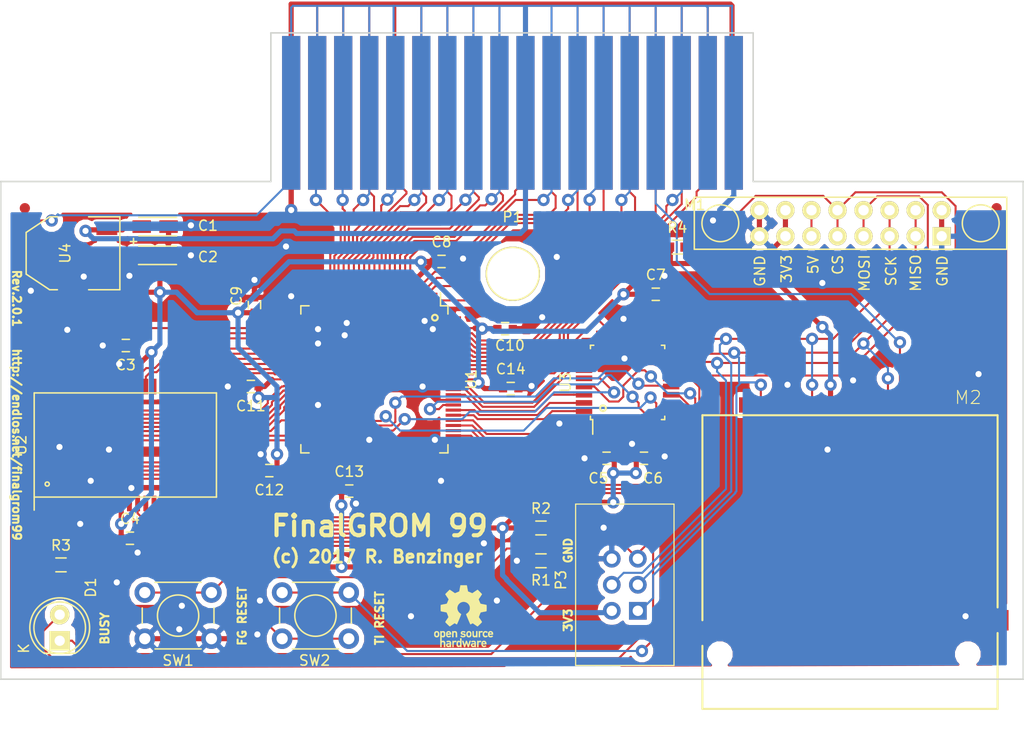
<source format=kicad_pcb>
(kicad_pcb (version 20171130) (host pcbnew 5.0.2-5.fc29)
  (title_block (title "FinalGROM 99 Cartridge") (date 2017-04-14) (rev 1) (company "Copyright (c) 2017 Ralph Benzinger") (comment 2 "Released as Open Source Hardware under CERN OHL 1.2 and GNU GPL 3 licenses") (comment 4 "A TI 99 cartridge that runs ROM and GROM images from an SD card"))
  (layers (0 F.Cu signal) (31 B.Cu signal) (34 B.Paste user) (35 F.Paste user) (36 B.SilkS user) (37 F.SilkS user) (38 B.Mask user) (39 F.Mask user) (44 Edge.Cuts user))
  (net 0 "")
  (net 1 GND)
  (net 2 +5V)
  (net 3 "Net-(M1-Pad6)")
  (net 4 +3V3)
  (net 5 /BD0)
  (net 6 /BD1)
  (net 7 /BD2)
  (net 8 /BA0)
  (net 9 /BD3)
  (net 10 /BA2)
  (net 11 /BD4)
  (net 12 /BA3)
  (net 13 /BD5)
  (net 14 /BA4)
  (net 15 /BD6)
  (net 16 /BA5)
  (net 17 /BD7)
  (net 18 /BA6)
  (net 19 /BA7)
  (net 20 /GS*)
  (net 21 /BA8)
  (net 22 /BA1)
  (net 23 /BA12)
  (net 24 /DBIN)
  (net 25 /BA9)
  (net 26 /BA10)
  (net 27 /BA11)
  (net 28 /GR)
  (net 29 /WE*)
  (net 30 /ROMS*)
  (net 31 /SDI)
  (net 32 /SDC)
  (net 33 /SDO)
  (net 34 /SDS)
  (net 35 /TMS)
  (net 36 /TDI)
  (net 37 /BUSY)
  (net 38 /CCLK)
  (net 39 /CD0)
  (net 40 /CD1)
  (net 41 /CD2)
  (net 42 /CD3)
  (net 43 /CD4)
  (net 44 /CD5)
  (net 45 /CD6)
  (net 46 /CD7)
  (net 47 /CCMD0)
  (net 48 /CCMD1)
  (net 49 /RESET)
  (net 50 /RA11)
  (net 51 /RA9)
  (net 52 /RA8)
  (net 53 /RA13)
  (net 54 /RWE*)
  (net 55 /RA18)
  (net 56 /RA15)
  (net 57 /RA17)
  (net 58 /RA16)
  (net 59 /RA14)
  (net 60 /RA12)
  (net 61 /RA7)
  (net 62 /RA6)
  (net 63 /RA5)
  (net 64 /RA4)
  (net 65 /RA3)
  (net 66 /RD0)
  (net 67 /RD1)
  (net 68 /RA2)
  (net 69 /RA1)
  (net 70 /RA0)
  (net 71 /RD2)
  (net 72 /RD3)
  (net 73 /RD4)
  (net 74 /RD5)
  (net 75 /RD6)
  (net 76 /RD7)
  (net 77 /RA10)
  (net 78 /ROE*)
  (net 79 /RA19)
  (net 80 /GC)
  (net 81 /CY)
  (net 82 /CX)
  (net 83 /TCK)
  (net 84 /TDO)
  (net 85 "Net-(D1-Pad1)")
  (net 86 /-5V)
  (net 87 /TIRS)
  (net 88 "Net-(R3-Pad2)")
  (module Capacitors_SMD:C_0603 (layer F.Cu) (at 152.733 73.858 180)
    (fp_text reference C5 (at 0.79401 -1.946001 180) (layer F.SilkS))
    (fp_text value 100 hide)
    (pad 1 smd rect (at -0.75 0 180) (size 0.8 0.75) (layers F.Cu F.Paste F.Mask) (net 4 +3V3))
    (pad 2 smd rect (at 0.75 0 180) (size 0.8 0.75) (layers F.Cu F.Paste F.Mask) (net 1 GND))
  )
  (module fg99-footprints:IDC_Header_Straight_6pins (layer F.Cu) (at 155.783 88.738 90)
    (fp_text reference P3 (at 3 -7.5 90) (layer F.SilkS))
    (fp_text value CONN_02X03 hide)
    (pad 1 thru_hole rect (at 0 0 90) (size 1.7272 1.7272) (drill 1.016) (layers *.Cu *.Mask) (net 31 /SDI))
    (pad 2 thru_hole oval (at 0 -2.54 90) (size 1.7272 1.7272) (drill 1.016) (layers *.Cu *.Mask) (net 4 +3V3))
    (pad 3 thru_hole oval (at 2.54 0 90) (size 1.7272 1.7272) (drill 1.016) (layers *.Cu *.Mask) (net 32 /SDC))
    (pad 4 thru_hole oval (at 2.54 -2.54 90) (size 1.7272 1.7272) (drill 1.016) (layers *.Cu *.Mask) (net 33 /SDO))
    (pad 5 thru_hole oval (at 5.08 0 90) (size 1.7272 1.7272) (drill 1.016) (layers *.Cu *.Mask) (net 49 /RESET))
    (pad 6 thru_hole oval (at 5.08 -2.54 90) (size 1.7272 1.7272) (drill 1.016) (layers *.Cu *.Mask) (net 1 GND))
  )
  (module Fiducials:Fiducial_1mm_Dia_2.54mm_Outer_CopperTop (layer F.Cu) (at 190.783 49.458)
    (fp_text reference FID3 hide)
    (fp_text value Fiducial_1mm_Dia_2.54mm_Outer_CopperTop hide)
    (pad ~ smd circle (at 0 0) (size 1 1) (layers F.Cu F.Mask) (clearance 0.77))
  )
  (module Fiducials:Fiducial_1mm_Dia_2.54mm_Outer_CopperTop (layer F.Cu) (at 190.783 92.658)
    (fp_text reference FID2 hide)
    (fp_text value Fiducial_1mm_Dia_2.54mm_Outer_CopperTop hide)
    (pad ~ smd circle (at 0 0) (size 1 1) (layers F.Cu F.Mask) (clearance 0.77))
  )
  (module fg99-footprints:Hole_5mm_Pad (layer F.Cu) (at 143.583 55.858)
    (fp_text reference REF** hide)
    (fp_text value Hole_5mm_Pad hide)
    (pad 1 thru_hole circle (at 0 0) (size 5.3 5.3) (drill 5) (layers *.Cu *.Mask F.SilkS))
  )
  (module Housings_QFP:TQFP-100_14x14mm_Pitch0.5mm (layer F.Cu) (at 130.083 66.158 270)
    (fp_text reference U1 (at 0 -9.45 270) (layer F.SilkS))
    (fp_text value XC95144XL-TQ100 hide)
    (pad 1 smd rect (at -7.7 -6 270) (size 1.5 0.3) (layers F.Cu F.Paste F.Mask) (net 25 /BA9))
    (pad 2 smd rect (at -7.7 -5.5 270) (size 1.5 0.3) (layers F.Cu F.Paste F.Mask) (net 24 /DBIN))
    (pad 3 smd rect (at -7.7 -5 270) (size 1.5 0.3) (layers F.Cu F.Paste F.Mask) (net 23 /BA12))
    (pad 4 smd rect (at -7.7 -4.5 270) (size 1.5 0.3) (layers F.Cu F.Paste F.Mask) (net 22 /BA1))
    (pad 5 smd rect (at -7.7 -4 270) (size 1.5 0.3) (layers F.Cu F.Paste F.Mask) (net 4 +3V3))
    (pad 6 smd rect (at -7.7 -3.5 270) (size 1.5 0.3) (layers F.Cu F.Paste F.Mask) (net 21 /BA8))
    (pad 7 smd rect (at -7.7 -3 270) (size 1.5 0.3) (layers F.Cu F.Paste F.Mask) (net 20 /GS*))
    (pad 8 smd rect (at -7.7 -2.5 270) (size 1.5 0.3) (layers F.Cu F.Paste F.Mask) (net 19 /BA7))
    (pad 9 smd rect (at -7.7 -2 270) (size 1.5 0.3) (layers F.Cu F.Paste F.Mask) (net 18 /BA6))
    (pad 10 smd rect (at -7.7 -1.5 270) (size 1.5 0.3) (layers F.Cu F.Paste F.Mask) (net 17 /BD7))
    (pad 11 smd rect (at -7.7 -1 270) (size 1.5 0.3) (layers F.Cu F.Paste F.Mask) (net 16 /BA5))
    (pad 12 smd rect (at -7.7 -0.5 270) (size 1.5 0.3) (layers F.Cu F.Paste F.Mask) (net 15 /BD6))
    (pad 13 smd rect (at -7.7 0 270) (size 1.5 0.3) (layers F.Cu F.Paste F.Mask) (net 14 /BA4))
    (pad 14 smd rect (at -7.7 0.5 270) (size 1.5 0.3) (layers F.Cu F.Paste F.Mask) (net 13 /BD5))
    (pad 15 smd rect (at -7.7 1 270) (size 1.5 0.3) (layers F.Cu F.Paste F.Mask) (net 12 /BA3))
    (pad 16 smd rect (at -7.7 1.5 270) (size 1.5 0.3) (layers F.Cu F.Paste F.Mask) (net 11 /BD4))
    (pad 17 smd rect (at -7.7 2 270) (size 1.5 0.3) (layers F.Cu F.Paste F.Mask) (net 10 /BA2))
    (pad 18 smd rect (at -7.7 2.5 270) (size 1.5 0.3) (layers F.Cu F.Paste F.Mask) (net 9 /BD3))
    (pad 19 smd rect (at -7.7 3 270) (size 1.5 0.3) (layers F.Cu F.Paste F.Mask) (net 8 /BA0))
    (pad 20 smd rect (at -7.7 3.5 270) (size 1.5 0.3) (layers F.Cu F.Paste F.Mask) (net 7 /BD2))
    (pad 21 smd rect (at -7.7 4 270) (size 1.5 0.3) (layers F.Cu F.Paste F.Mask) (net 1 GND))
    (pad 22 smd rect (at -7.7 4.5 270) (size 1.5 0.3) (layers F.Cu F.Paste F.Mask) (net 1 GND))
    (pad 23 smd rect (at -7.7 5 270) (size 1.5 0.3) (layers F.Cu F.Paste F.Mask) (net 1 GND))
    (pad 24 smd rect (at -7.7 5.5 270) (size 1.5 0.3) (layers F.Cu F.Paste F.Mask) (net 6 /BD1))
    (pad 25 smd rect (at -7.7 6 270) (size 1.5 0.3) (layers F.Cu F.Paste F.Mask) (net 5 /BD0))
    (pad 26 smd rect (at -6 7.7) (size 1.5 0.3) (layers F.Cu F.Paste F.Mask) (net 4 +3V3))
    (pad 27 smd rect (at -5.5 7.7) (size 1.5 0.3) (layers F.Cu F.Paste F.Mask) (net 1 GND))
    (pad 28 smd rect (at -5 7.7) (size 1.5 0.3) (layers F.Cu F.Paste F.Mask) (net 75 /RD6))
    (pad 29 smd rect (at -4.5 7.7) (size 1.5 0.3) (layers F.Cu F.Paste F.Mask) (net 74 /RD5))
    (pad 30 smd rect (at -4 7.7) (size 1.5 0.3) (layers F.Cu F.Paste F.Mask) (net 73 /RD4))
    (pad 31 smd rect (at -3.5 7.7) (size 1.5 0.3) (layers F.Cu F.Paste F.Mask) (net 1 GND))
    (pad 32 smd rect (at -3 7.7) (size 1.5 0.3) (layers F.Cu F.Paste F.Mask) (net 51 /RA9))
    (pad 33 smd rect (at -2.5 7.7) (size 1.5 0.3) (layers F.Cu F.Paste F.Mask) (net 77 /RA10))
    (pad 34 smd rect (at -2 7.7) (size 1.5 0.3) (layers F.Cu F.Paste F.Mask) (net 50 /RA11))
    (pad 35 smd rect (at -1.5 7.7) (size 1.5 0.3) (layers F.Cu F.Paste F.Mask) (net 60 /RA12))
    (pad 36 smd rect (at -1 7.7) (size 1.5 0.3) (layers F.Cu F.Paste F.Mask) (net 53 /RA13))
    (pad 37 smd rect (at -0.5 7.7) (size 1.5 0.3) (layers F.Cu F.Paste F.Mask) (net 59 /RA14))
    (pad 38 smd rect (at 0 7.7) (size 1.5 0.3) (layers F.Cu F.Paste F.Mask) (net 4 +3V3))
    (pad 39 smd rect (at 0.5 7.7) (size 1.5 0.3) (layers F.Cu F.Paste F.Mask) (net 76 /RD7))
    (pad 40 smd rect (at 1 7.7) (size 1.5 0.3) (layers F.Cu F.Paste F.Mask) (net 52 /RA8))
    (pad 41 smd rect (at 1.5 7.7) (size 1.5 0.3) (layers F.Cu F.Paste F.Mask) (net 78 /ROE*))
    (pad 42 smd rect (at 2 7.7) (size 1.5 0.3) (layers F.Cu F.Paste F.Mask) (net 61 /RA7))
    (pad 43 smd rect (at 2.5 7.7) (size 1.5 0.3) (layers F.Cu F.Paste F.Mask) (net 62 /RA6))
    (pad 44 smd rect (at 3 7.7) (size 1.5 0.3) (layers F.Cu F.Paste F.Mask) (net 1 GND))
    (pad 45 smd rect (at 3.5 7.7) (size 1.5 0.3) (layers F.Cu F.Paste F.Mask) (net 36 /TDI))
    (pad 46 smd rect (at 4 7.7) (size 1.5 0.3) (layers F.Cu F.Paste F.Mask) (net 63 /RA5))
    (pad 47 smd rect (at 4.5 7.7) (size 1.5 0.3) (layers F.Cu F.Paste F.Mask) (net 35 /TMS))
    (pad 48 smd rect (at 5 7.7) (size 1.5 0.3) (layers F.Cu F.Paste F.Mask) (net 83 /TCK))
    (pad 49 smd rect (at 5.5 7.7) (size 1.5 0.3) (layers F.Cu F.Paste F.Mask) (net 64 /RA4))
    (pad 50 smd rect (at 6 7.7) (size 1.5 0.3) (layers F.Cu F.Paste F.Mask) (net 65 /RA3))
    (pad 51 smd rect (at 7.7 6 270) (size 1.5 0.3) (layers F.Cu F.Paste F.Mask) (net 4 +3V3))
    (pad 52 smd rect (at 7.7 5.5 270) (size 1.5 0.3) (layers F.Cu F.Paste F.Mask) (net 68 /RA2))
    (pad 53 smd rect (at 7.7 5 270) (size 1.5 0.3) (layers F.Cu F.Paste F.Mask) (net 69 /RA1))
    (pad 54 smd rect (at 7.7 4.5 270) (size 1.5 0.3) (layers F.Cu F.Paste F.Mask) (net 70 /RA0))
    (pad 55 smd rect (at 7.7 4 270) (size 1.5 0.3) (layers F.Cu F.Paste F.Mask) (net 66 /RD0))
    (pad 56 smd rect (at 7.7 3.5 270) (size 1.5 0.3) (layers F.Cu F.Paste F.Mask) (net 67 /RD1))
    (pad 57 smd rect (at 7.7 3 270) (size 1.5 0.3) (layers F.Cu F.Paste F.Mask) (net 4 +3V3))
    (pad 58 smd rect (at 7.7 2.5 270) (size 1.5 0.3) (layers F.Cu F.Paste F.Mask) (net 56 /RA15))
    (pad 59 smd rect (at 7.7 2 270) (size 1.5 0.3) (layers F.Cu F.Paste F.Mask) (net 58 /RA16))
    (pad 60 smd rect (at 7.7 1.5 270) (size 1.5 0.3) (layers F.Cu F.Paste F.Mask) (net 57 /RA17))
    (pad 61 smd rect (at 7.7 1 270) (size 1.5 0.3) (layers F.Cu F.Paste F.Mask) (net 55 /RA18))
    (pad 62 smd rect (at 7.7 0.5 270) (size 1.5 0.3) (layers F.Cu F.Paste F.Mask) (net 1 GND))
    (pad 63 smd rect (at 7.7 0 270) (size 1.5 0.3) (layers F.Cu F.Paste F.Mask) (net 79 /RA19))
    (pad 64 smd rect (at 7.7 -0.5 270) (size 1.5 0.3) (layers F.Cu F.Paste F.Mask) (net 54 /RWE*))
    (pad 65 smd rect (at 7.7 -1 270) (size 1.5 0.3) (layers F.Cu F.Paste F.Mask) (net 72 /RD3))
    (pad 66 smd rect (at 7.7 -1.5 270) (size 1.5 0.3) (layers F.Cu F.Paste F.Mask) (net 71 /RD2))
    (pad 67 smd rect (at 7.7 -2 270) (size 1.5 0.3) (layers F.Cu F.Paste F.Mask) (net 1 GND))
    (pad 68 smd rect (at 7.7 -2.5 270) (size 1.5 0.3) (layers F.Cu F.Paste F.Mask) (net 1 GND))
    (pad 69 smd rect (at 7.7 -3 270) (size 1.5 0.3) (layers F.Cu F.Paste F.Mask) (net 1 GND))
    (pad 70 smd rect (at 7.7 -3.5 270) (size 1.5 0.3) (layers F.Cu F.Paste F.Mask) (net 1 GND))
    (pad 71 smd rect (at 7.7 -4 270) (size 1.5 0.3) (layers F.Cu F.Paste F.Mask) (net 1 GND))
    (pad 72 smd rect (at 7.7 -4.5 270) (size 1.5 0.3) (layers F.Cu F.Paste F.Mask) (net 1 GND))
    (pad 73 smd rect (at 7.7 -5 270) (size 1.5 0.3) (layers F.Cu F.Paste F.Mask) (net 1 GND))
    (pad 74 smd rect (at 7.7 -5.5 270) (size 1.5 0.3) (layers F.Cu F.Paste F.Mask) (net 1 GND))
    (pad 75 smd rect (at 7.7 -6 270) (size 1.5 0.3) (layers F.Cu F.Paste F.Mask) (net 1 GND))
    (pad 76 smd rect (at 6 -7.7) (size 1.5 0.3) (layers F.Cu F.Paste F.Mask) (net 46 /CD7))
    (pad 77 smd rect (at 5.5 -7.7) (size 1.5 0.3) (layers F.Cu F.Paste F.Mask) (net 45 /CD6))
    (pad 78 smd rect (at 5 -7.7) (size 1.5 0.3) (layers F.Cu F.Paste F.Mask) (net 44 /CD5))
    (pad 79 smd rect (at 4.5 -7.7) (size 1.5 0.3) (layers F.Cu F.Paste F.Mask) (net 43 /CD4))
    (pad 80 smd rect (at 4 -7.7) (size 1.5 0.3) (layers F.Cu F.Paste F.Mask) (net 42 /CD3))
    (pad 81 smd rect (at 3.5 -7.7) (size 1.5 0.3) (layers F.Cu F.Paste F.Mask) (net 41 /CD2))
    (pad 82 smd rect (at 3 -7.7) (size 1.5 0.3) (layers F.Cu F.Paste F.Mask) (net 40 /CD1))
    (pad 83 smd rect (at 2.5 -7.7) (size 1.5 0.3) (layers F.Cu F.Paste F.Mask) (net 84 /TDO))
    (pad 84 smd rect (at 2 -7.7) (size 1.5 0.3) (layers F.Cu F.Paste F.Mask) (net 1 GND))
    (pad 85 smd rect (at 1.5 -7.7) (size 1.5 0.3) (layers F.Cu F.Paste F.Mask) (net 39 /CD0))
    (pad 86 smd rect (at 1 -7.7) (size 1.5 0.3) (layers F.Cu F.Paste F.Mask) (net 81 /CY))
    (pad 87 smd rect (at 0.5 -7.7) (size 1.5 0.3) (layers F.Cu F.Paste F.Mask) (net 82 /CX))
    (pad 88 smd rect (at 0 -7.7) (size 1.5 0.3) (layers F.Cu F.Paste F.Mask) (net 4 +3V3))
    (pad 89 smd rect (at -0.5 -7.7) (size 1.5 0.3) (layers F.Cu F.Paste F.Mask) (net 38 /CCLK))
    (pad 90 smd rect (at -1 -7.7) (size 1.5 0.3) (layers F.Cu F.Paste F.Mask) (net 48 /CCMD1))
    (pad 91 smd rect (at -1.5 -7.7) (size 1.5 0.3) (layers F.Cu F.Paste F.Mask) (net 47 /CCMD0))
    (pad 92 smd rect (at -2 -7.7) (size 1.5 0.3) (layers F.Cu F.Paste F.Mask) (net 30 /ROMS*))
    (pad 93 smd rect (at -2.5 -7.7) (size 1.5 0.3) (layers F.Cu F.Paste F.Mask) (net 29 /WE*))
    (pad 94 smd rect (at -3 -7.7) (size 1.5 0.3) (layers F.Cu F.Paste F.Mask) (net 28 /GR))
    (pad 95 smd rect (at -3.5 -7.7) (size 1.5 0.3) (layers F.Cu F.Paste F.Mask) (net 27 /BA11))
    (pad 96 smd rect (at -4 -7.7) (size 1.5 0.3) (layers F.Cu F.Paste F.Mask) (net 26 /BA10))
    (pad 97 smd rect (at -4.5 -7.7) (size 1.5 0.3) (layers F.Cu F.Paste F.Mask) (net 80 /GC))
    (pad 98 smd rect (at -5 -7.7) (size 1.5 0.3) (layers F.Cu F.Paste F.Mask) (net 4 +3V3))
    (pad 99 smd rect (at -5.5 -7.7) (size 1.5 0.3) (layers F.Cu F.Paste F.Mask) (net 1 GND))
    (pad 100 smd rect (at -6 -7.7) (size 1.5 0.3) (layers F.Cu F.Paste F.Mask) (net 1 GND))
  )
  (module fg99-footprints:CART_BUS (layer F.Cu) (at 120.693 32.538)
    (fp_text reference P1 (at 22.86 17.78) (layer F.SilkS))
    (fp_text value CONN_02X18)
    (pad 35 connect rect (at 44.45 7.62) (size 1.778 15) (layers B.Cu B.Mask) (net 1 GND))
    (pad 33 connect rect (at 41.91 7.62) (size 1.778 15) (layers B.Cu B.Mask))
    (pad 31 connect rect (at 39.37 7.62) (size 1.778 15) (layers B.Cu B.Mask) (net 28 /GR))
    (pad 29 connect rect (at 36.83 7.62) (size 1.778 15) (layers B.Cu B.Mask) (net 86 /-5V))
    (pad 27 connect rect (at 34.29 7.62) (size 1.778 15) (layers B.Cu B.Mask) (net 80 /GC))
    (pad 25 connect rect (at 31.75 7.62) (size 1.778 15) (layers B.Cu B.Mask) (net 24 /DBIN))
    (pad 23 connect rect (at 29.21 7.62) (size 1.778 15) (layers B.Cu B.Mask) (net 22 /BA1))
    (pad 21 connect rect (at 26.67 7.62) (size 1.778 15) (layers B.Cu B.Mask) (net 20 /GS*))
    (pad 19 connect rect (at 24.13 7.62) (size 1.778 15) (layers B.Cu B.Mask) (net 2 +5V))
    (pad 17 connect rect (at 21.59 7.62) (size 1.778 15) (layers B.Cu B.Mask) (net 17 /BD7))
    (pad 15 connect rect (at 19.05 7.62) (size 1.778 15) (layers B.Cu B.Mask) (net 15 /BD6))
    (pad 13 connect rect (at 16.51 7.62) (size 1.778 15) (layers B.Cu B.Mask) (net 13 /BD5))
    (pad 11 connect rect (at 13.97 7.62) (size 1.778 15) (layers B.Cu B.Mask) (net 11 /BD4))
    (pad 9 connect rect (at 11.43 7.62) (size 1.778 15) (layers B.Cu B.Mask) (net 9 /BD3))
    (pad 7 connect rect (at 8.89 7.62) (size 1.778 15) (layers B.Cu B.Mask) (net 7 /BD2))
    (pad 5 connect rect (at 6.35 7.62) (size 1.778 15) (layers B.Cu B.Mask) (net 6 /BD1))
    (pad 3 connect rect (at 3.81 7.62) (size 1.778 15) (layers B.Cu B.Mask) (net 5 /BD0))
    (pad 1 connect rect (at 1.27 7.62) (size 1.778 15) (layers B.Cu B.Mask) (net 87 /TIRS))
    (pad 36 connect rect (at 44.45 7.62) (size 1.778 15) (layers F.Cu F.Mask))
    (pad 34 connect rect (at 41.91 7.62) (size 1.778 15) (layers F.Cu F.Mask) (net 30 /ROMS*))
    (pad 32 connect rect (at 39.37 7.62) (size 1.778 15) (layers F.Cu F.Mask) (net 29 /WE*))
    (pad 30 connect rect (at 36.83 7.62) (size 1.778 15) (layers F.Cu F.Mask) (net 27 /BA11))
    (pad 28 connect rect (at 34.29 7.62) (size 1.778 15) (layers F.Cu F.Mask) (net 26 /BA10))
    (pad 26 connect rect (at 31.75 7.62) (size 1.778 15) (layers F.Cu F.Mask) (net 25 /BA9))
    (pad 24 connect rect (at 29.21 7.62) (size 1.778 15) (layers F.Cu F.Mask) (net 23 /BA12))
    (pad 22 connect rect (at 26.67 7.62) (size 1.778 15) (layers F.Cu F.Mask) (net 21 /BA8))
    (pad 20 connect rect (at 24.13 7.62) (size 1.778 15) (layers F.Cu F.Mask) (net 19 /BA7))
    (pad 18 connect rect (at 21.59 7.62) (size 1.778 15) (layers F.Cu F.Mask) (net 18 /BA6))
    (pad 16 connect rect (at 19.05 7.62) (size 1.778 15) (layers F.Cu F.Mask) (net 16 /BA5))
    (pad 14 connect rect (at 16.51 7.62) (size 1.778 15) (layers F.Cu F.Mask) (net 14 /BA4))
    (pad 12 connect rect (at 13.97 7.62) (size 1.778 15) (layers F.Cu F.Mask) (net 12 /BA3))
    (pad 10 connect rect (at 11.43 7.62) (size 1.778 15) (layers F.Cu F.Mask) (net 10 /BA2))
    (pad 8 connect rect (at 8.89 7.62) (size 1.778 15) (layers F.Cu F.Mask) (net 8 /BA0))
    (pad 6 connect rect (at 6.35 7.62) (size 1.778 15) (layers F.Cu F.Mask))
    (pad 4 connect rect (at 3.81 7.62) (size 1.778 15) (layers F.Cu F.Mask))
    (pad 2 connect rect (at 1.27 7.62) (size 1.778 15) (layers F.Cu F.Mask) (net 1 GND))
  )
  (module Buttons_Switches_ThroughHole:SW_PUSH_6mm (layer F.Cu) (at 121.083 86.958)
    (fp_text reference SW2 (at 3.16999 6.626001) (layer F.SilkS))
    (fp_text value SW_PUSH)
    (pad 2 thru_hole circle (at 0 4.5 90) (size 2 2) (drill 1.1) (layers *.Cu *.Mask) (net 88 "Net-(R3-Pad2)"))
    (pad 1 thru_hole circle (at 0 0 90) (size 2 2) (drill 1.1) (layers *.Cu *.Mask) (net 86 /-5V))
    (pad 2 thru_hole circle (at 6.5 4.5 90) (size 2 2) (drill 1.1) (layers *.Cu *.Mask) (net 88 "Net-(R3-Pad2)"))
    (pad 1 thru_hole circle (at 6.5 0 90) (size 2 2) (drill 1.1) (layers *.Cu *.Mask) (net 86 /-5V))
  )
  (module LEDs:LED-5MM (layer F.Cu) (at 99.383 91.658 90)
    (fp_text reference D1 (at 5.185999 3.02599 90) (layer F.SilkS))
    (fp_text value LED hide)
    (fp_text user K (at -0.75 -3.5 90) (layer F.SilkS))
    (pad 1 thru_hole rect (at 0 0 180) (size 2 1.9) (drill 1.00076) (layers *.Cu *.Mask F.SilkS) (net 85 "Net-(D1-Pad1)"))
    (pad 2 thru_hole circle (at 2.54 0 90) (size 1.9 1.9) (drill 1.00076) (layers *.Cu *.Mask F.SilkS) (net 37 /BUSY))
  )
  (module Capacitors_Tantalum_SMD:TantalC_SizeA_EIA-3216_Reflow (layer F.Cu) (at 108.693 51.258 180)
    (fp_text reference C1 (at -5.14599 0.091999 180) (layer F.SilkS))
    (fp_text value 10µ hide)
    (pad 2 smd rect (at 1.31 0 180) (size 1.8 1.23) (layers F.Cu F.Paste F.Mask) (net 2 +5V))
    (pad 1 smd rect (at -1.31 0 180) (size 1.8 1.23) (layers F.Cu F.Paste F.Mask) (net 1 GND))
  )
  (module Capacitors_Tantalum_SMD:TantalC_SizeA_EIA-3216_Reflow (layer F.Cu) (at 108.673 54.058 180)
    (fp_text reference C2 (at -5.16599 -0.156001 180) (layer F.SilkS))
    (fp_text value 10µ hide)
    (pad 2 smd rect (at 1.31 0 180) (size 1.8 1.23) (layers F.Cu F.Paste F.Mask) (net 4 +3V3))
    (pad 1 smd rect (at -1.31 0 180) (size 1.8 1.23) (layers F.Cu F.Paste F.Mask) (net 1 GND))
  )
  (module TO_SOT_Packages_SMD:SOT-223 (layer F.Cu) (at 100.681 53.858 90)
    (fp_text reference U4 (at 0 -0.762 90) (layer F.SilkS))
    (fp_text value NCP1117 hide)
    (pad 4 smd rect (at 0 -3.302 90) (size 3.6576 2.032) (layers F.Cu F.Paste F.Mask))
    (pad 2 smd rect (at 0 3.302 90) (size 1.016 2.032) (layers F.Cu F.Paste F.Mask) (net 4 +3V3))
    (pad 3 smd rect (at 2.286 3.302 90) (size 1.016 2.032) (layers F.Cu F.Paste F.Mask) (net 2 +5V))
    (pad 1 smd rect (at -2.286 3.302 90) (size 1.016 2.032) (layers F.Cu F.Paste F.Mask) (net 1 GND))
  )
  (module fg99-footprints:TSOP-44 (layer F.Cu) (at 105.783 72.5634 90)
    (fp_text reference U2 (at 0 -10.16 90) (layer F.SilkS))
    (fp_text value CY62158E-TSOP44 hide)
    (pad 1 smd rect (at -5.7054 -8.4 90) (size 1.5174 0.477) (layers F.Cu F.Paste F.Mask) (net 64 /RA4))
    (pad 2 smd rect (at -5.7054 -7.6 90) (size 1.5174 0.477) (layers F.Cu F.Paste F.Mask) (net 65 /RA3))
    (pad 3 smd rect (at -5.7054 -6.8 90) (size 1.5174 0.477) (layers F.Cu F.Paste F.Mask) (net 68 /RA2))
    (pad 4 smd rect (at -5.7054 -6 90) (size 1.5174 0.477) (layers F.Cu F.Paste F.Mask) (net 69 /RA1))
    (pad 5 smd rect (at -5.7054 -5.2 90) (size 1.5174 0.477) (layers F.Cu F.Paste F.Mask) (net 70 /RA0))
    (pad 6 smd rect (at -5.7054 -4.4 90) (size 1.5174 0.477) (layers F.Cu F.Paste F.Mask) (net 1 GND))
    (pad 7 smd rect (at -5.7054 -3.6 90) (size 1.5174 0.477) (layers F.Cu F.Paste F.Mask))
    (pad 8 smd rect (at -5.7054 -2.8 90) (size 1.5174 0.477) (layers F.Cu F.Paste F.Mask))
    (pad 9 smd rect (at -5.7054 -2 90) (size 1.5174 0.477) (layers F.Cu F.Paste F.Mask) (net 66 /RD0))
    (pad 10 smd rect (at -5.7054 -1.2 90) (size 1.5174 0.477) (layers F.Cu F.Paste F.Mask) (net 67 /RD1))
    (pad 11 smd rect (at -5.7054 -0.4 90) (size 1.5174 0.477) (layers F.Cu F.Paste F.Mask) (net 4 +3V3))
    (pad 12 smd rect (at -5.7054 0.4 90) (size 1.5174 0.477) (layers F.Cu F.Paste F.Mask) (net 1 GND))
    (pad 13 smd rect (at -5.7054 1.2 90) (size 1.5174 0.477) (layers F.Cu F.Paste F.Mask) (net 71 /RD2))
    (pad 14 smd rect (at -5.7054 2 90) (size 1.5174 0.477) (layers F.Cu F.Paste F.Mask) (net 72 /RD3))
    (pad 15 smd rect (at -5.7054 2.8 90) (size 1.5174 0.477) (layers F.Cu F.Paste F.Mask))
    (pad 16 smd rect (at -5.7054 3.6 90) (size 1.5174 0.477) (layers F.Cu F.Paste F.Mask))
    (pad 17 smd rect (at -5.7054 4.4 90) (size 1.5174 0.477) (layers F.Cu F.Paste F.Mask) (net 54 /RWE*))
    (pad 18 smd rect (at -5.7054 5.2 90) (size 1.5174 0.477) (layers F.Cu F.Paste F.Mask) (net 79 /RA19))
    (pad 19 smd rect (at -5.7054 6 90) (size 1.5174 0.477) (layers F.Cu F.Paste F.Mask) (net 55 /RA18))
    (pad 20 smd rect (at -5.7054 6.8 90) (size 1.5174 0.477) (layers F.Cu F.Paste F.Mask) (net 57 /RA17))
    (pad 21 smd rect (at -5.7054 7.6 90) (size 1.5174 0.477) (layers F.Cu F.Paste F.Mask) (net 58 /RA16))
    (pad 22 smd rect (at -5.7054 8.4 90) (size 1.5174 0.477) (layers F.Cu F.Paste F.Mask) (net 56 /RA15))
    (pad 44 smd rect (at 5.7054 -8.4 90) (size 1.5174 0.477) (layers F.Cu F.Paste F.Mask) (net 63 /RA5))
    (pad 43 smd rect (at 5.7054 -7.6 90) (size 1.5174 0.477) (layers F.Cu F.Paste F.Mask) (net 62 /RA6))
    (pad 42 smd rect (at 5.7054 -6.8 90) (size 1.5174 0.477) (layers F.Cu F.Paste F.Mask) (net 61 /RA7))
    (pad 41 smd rect (at 5.7054 -6 90) (size 1.5174 0.477) (layers F.Cu F.Paste F.Mask) (net 78 /ROE*))
    (pad 40 smd rect (at 5.7054 -5.2 90) (size 1.5174 0.477) (layers F.Cu F.Paste F.Mask) (net 4 +3V3))
    (pad 39 smd rect (at 5.7054 -4.4 90) (size 1.5174 0.477) (layers F.Cu F.Paste F.Mask) (net 52 /RA8))
    (pad 38 smd rect (at 5.7054 -3.6 90) (size 1.5174 0.477) (layers F.Cu F.Paste F.Mask))
    (pad 37 smd rect (at 5.7054 -2.8 90) (size 1.5174 0.477) (layers F.Cu F.Paste F.Mask))
    (pad 36 smd rect (at 5.7054 -2 90) (size 1.5174 0.477) (layers F.Cu F.Paste F.Mask) (net 76 /RD7))
    (pad 35 smd rect (at 5.7054 -1.2 90) (size 1.5174 0.477) (layers F.Cu F.Paste F.Mask) (net 75 /RD6))
    (pad 34 smd rect (at 5.7054 -0.4 90) (size 1.5174 0.477) (layers F.Cu F.Paste F.Mask) (net 1 GND))
    (pad 33 smd rect (at 5.7054 0.4 90) (size 1.5174 0.477) (layers F.Cu F.Paste F.Mask) (net 4 +3V3))
    (pad 32 smd rect (at 5.7054 1.2 90) (size 1.5174 0.477) (layers F.Cu F.Paste F.Mask) (net 74 /RD5))
    (pad 31 smd rect (at 5.7054 2 90) (size 1.5174 0.477) (layers F.Cu F.Paste F.Mask) (net 73 /RD4))
    (pad 30 smd rect (at 5.7054 2.8 90) (size 1.5174 0.477) (layers F.Cu F.Paste F.Mask))
    (pad 29 smd rect (at 5.7054 3.6 90) (size 1.5174 0.477) (layers F.Cu F.Paste F.Mask))
    (pad 28 smd rect (at 5.7054 4.4 90) (size 1.5174 0.477) (layers F.Cu F.Paste F.Mask) (net 51 /RA9))
    (pad 27 smd rect (at 5.7054 5.2 90) (size 1.5174 0.477) (layers F.Cu F.Paste F.Mask) (net 77 /RA10))
    (pad 26 smd rect (at 5.7054 6 90) (size 1.5174 0.477) (layers F.Cu F.Paste F.Mask) (net 50 /RA11))
    (pad 25 smd rect (at 5.7054 6.8 90) (size 1.5174 0.477) (layers F.Cu F.Paste F.Mask) (net 60 /RA12))
    (pad 24 smd rect (at 5.7054 7.6 90) (size 1.5174 0.477) (layers F.Cu F.Paste F.Mask) (net 53 /RA13))
    (pad 23 smd rect (at 5.7054 8.4 90) (size 1.5174 0.477) (layers F.Cu F.Paste F.Mask) (net 59 /RA14))
  )
  (module Housings_QFP:TQFP-32_7x7mm_Pitch0.8mm (layer F.Cu) (at 154.783 66.458 90)
    (fp_text reference U3 (at 0 -6.05 90) (layer F.SilkS))
    (fp_text value ATMEGA328P-TQFP32 hide)
    (pad 1 smd rect (at -4.25 -2.8 90) (size 1.6 0.55) (layers F.Cu F.Paste F.Mask) (net 42 /CD3))
    (pad 2 smd rect (at -4.25 -2 90) (size 1.6 0.55) (layers F.Cu F.Paste F.Mask) (net 43 /CD4))
    (pad 3 smd rect (at -4.25 -1.2 90) (size 1.6 0.55) (layers F.Cu F.Paste F.Mask) (net 1 GND))
    (pad 4 smd rect (at -4.25 -0.4 90) (size 1.6 0.55) (layers F.Cu F.Paste F.Mask) (net 4 +3V3))
    (pad 5 smd rect (at -4.25 0.4 90) (size 1.6 0.55) (layers F.Cu F.Paste F.Mask) (net 1 GND))
    (pad 6 smd rect (at -4.25 1.2 90) (size 1.6 0.55) (layers F.Cu F.Paste F.Mask) (net 4 +3V3))
    (pad 7 smd rect (at -4.25 2 90) (size 1.6 0.55) (layers F.Cu F.Paste F.Mask) (net 84 /TDO))
    (pad 8 smd rect (at -4.25 2.8 90) (size 1.6 0.55) (layers F.Cu F.Paste F.Mask) (net 36 /TDI))
    (pad 9 smd rect (at -2.8 4.25 180) (size 1.6 0.55) (layers F.Cu F.Paste F.Mask) (net 44 /CD5))
    (pad 10 smd rect (at -2 4.25 180) (size 1.6 0.55) (layers F.Cu F.Paste F.Mask) (net 45 /CD6))
    (pad 11 smd rect (at -1.2 4.25 180) (size 1.6 0.55) (layers F.Cu F.Paste F.Mask) (net 46 /CD7))
    (pad 12 smd rect (at -0.4 4.25 180) (size 1.6 0.55) (layers F.Cu F.Paste F.Mask) (net 35 /TMS))
    (pad 13 smd rect (at 0.4 4.25 180) (size 1.6 0.55) (layers F.Cu F.Paste F.Mask) (net 37 /BUSY))
    (pad 14 smd rect (at 1.2 4.25 180) (size 1.6 0.55) (layers F.Cu F.Paste F.Mask) (net 34 /SDS))
    (pad 15 smd rect (at 2 4.25 180) (size 1.6 0.55) (layers F.Cu F.Paste F.Mask) (net 33 /SDO))
    (pad 16 smd rect (at 2.8 4.25 180) (size 1.6 0.55) (layers F.Cu F.Paste F.Mask) (net 31 /SDI))
    (pad 17 smd rect (at 4.25 2.8 90) (size 1.6 0.55) (layers F.Cu F.Paste F.Mask) (net 32 /SDC))
    (pad 18 smd rect (at 4.25 2 90) (size 1.6 0.55) (layers F.Cu F.Paste F.Mask) (net 4 +3V3))
    (pad 19 smd rect (at 4.25 1.2 90) (size 1.6 0.55) (layers F.Cu F.Paste F.Mask))
    (pad 20 smd rect (at 4.25 0.4 90) (size 1.6 0.55) (layers F.Cu F.Paste F.Mask))
    (pad 21 smd rect (at 4.25 -0.4 90) (size 1.6 0.55) (layers F.Cu F.Paste F.Mask) (net 1 GND))
    (pad 22 smd rect (at 4.25 -1.2 90) (size 1.6 0.55) (layers F.Cu F.Paste F.Mask))
    (pad 23 smd rect (at 4.25 -2 90) (size 1.6 0.55) (layers F.Cu F.Paste F.Mask) (net 47 /CCMD0))
    (pad 24 smd rect (at 4.25 -2.8 90) (size 1.6 0.55) (layers F.Cu F.Paste F.Mask) (net 48 /CCMD1))
    (pad 25 smd rect (at 2.8 -4.25 180) (size 1.6 0.55) (layers F.Cu F.Paste F.Mask) (net 38 /CCLK))
    (pad 26 smd rect (at 2 -4.25 180) (size 1.6 0.55) (layers F.Cu F.Paste F.Mask) (net 82 /CX))
    (pad 27 smd rect (at 1.2 -4.25 180) (size 1.6 0.55) (layers F.Cu F.Paste F.Mask) (net 81 /CY))
    (pad 28 smd rect (at 0.4 -4.25 180) (size 1.6 0.55) (layers F.Cu F.Paste F.Mask) (net 83 /TCK))
    (pad 29 smd rect (at -0.4 -4.25 180) (size 1.6 0.55) (layers F.Cu F.Paste F.Mask) (net 49 /RESET))
    (pad 30 smd rect (at -1.2 -4.25 180) (size 1.6 0.55) (layers F.Cu F.Paste F.Mask) (net 39 /CD0))
    (pad 31 smd rect (at -2 -4.25 180) (size 1.6 0.55) (layers F.Cu F.Paste F.Mask) (net 40 /CD1))
    (pad 32 smd rect (at -2.8 -4.25 180) (size 1.6 0.55) (layers F.Cu F.Paste F.Mask) (net 41 /CD2))
  )
  (module Capacitors_SMD:C_0603 (layer F.Cu) (at 105.833 62.858 180)
    (fp_text reference C3 (at 0 -1.9 180) (layer F.SilkS))
    (fp_text value 100 hide)
    (pad 1 smd rect (at -0.75 0 180) (size 0.8 0.75) (layers F.Cu F.Paste F.Mask) (net 4 +3V3))
    (pad 2 smd rect (at 0.75 0 180) (size 0.8 0.75) (layers F.Cu F.Paste F.Mask) (net 1 GND))
  )
  (module Capacitors_SMD:C_0603 (layer F.Cu) (at 106.233 81.658)
    (fp_text reference C4 (at 0 -1.9) (layer F.SilkS))
    (fp_text value 100 hide)
    (pad 1 smd rect (at -0.75 0) (size 0.8 0.75) (layers F.Cu F.Paste F.Mask) (net 4 +3V3))
    (pad 2 smd rect (at 0.75 0) (size 0.8 0.75) (layers F.Cu F.Paste F.Mask) (net 1 GND))
  )
  (module Capacitors_SMD:C_0603 (layer F.Cu) (at 156.383 73.858)
    (fp_text reference C6 (at 0.88999 1.946001) (layer F.SilkS))
    (fp_text value 100 hide)
    (pad 1 smd rect (at -0.75 0) (size 0.8 0.75) (layers F.Cu F.Paste F.Mask) (net 4 +3V3))
    (pad 2 smd rect (at 0.75 0) (size 0.8 0.75) (layers F.Cu F.Paste F.Mask) (net 1 GND))
  )
  (module Capacitors_SMD:C_0603 (layer F.Cu) (at 157.533 57.858)
    (fp_text reference C7 (at 0 -1.9) (layer F.SilkS))
    (fp_text value 100 hide)
    (pad 1 smd rect (at -0.75 0) (size 0.8 0.75) (layers F.Cu F.Paste F.Mask) (net 4 +3V3))
    (pad 2 smd rect (at 0.75 0) (size 0.8 0.75) (layers F.Cu F.Paste F.Mask) (net 1 GND))
  )
  (module Capacitors_SMD:C_0603 (layer F.Cu) (at 136.633 54.658)
    (fp_text reference C8 (at 0 -1.9) (layer F.SilkS))
    (fp_text value 100 hide)
    (pad 1 smd rect (at -0.75 0) (size 0.8 0.75) (layers F.Cu F.Paste F.Mask) (net 4 +3V3))
    (pad 2 smd rect (at 0.75 0) (size 0.8 0.75) (layers F.Cu F.Paste F.Mask) (net 1 GND))
  )
  (module Capacitors_SMD:C_0603 (layer F.Cu) (at 118.383 58.908 90)
    (fp_text reference C9 (at 0.883999 -1.75001 90) (layer F.SilkS))
    (fp_text value 100 hide)
    (pad 1 smd rect (at -0.75 0 90) (size 0.8 0.75) (layers F.Cu F.Paste F.Mask) (net 4 +3V3))
    (pad 2 smd rect (at 0.75 0 90) (size 0.8 0.75) (layers F.Cu F.Paste F.Mask) (net 1 GND))
  )
  (module Capacitors_SMD:C_0603 (layer F.Cu) (at 142.833 61.214)
    (fp_text reference C10 (at 0.46999 1.636001) (layer F.SilkS))
    (fp_text value 100 hide)
    (pad 1 smd rect (at -0.75 0) (size 0.8 0.75) (layers F.Cu F.Paste F.Mask) (net 4 +3V3))
    (pad 2 smd rect (at 0.75 0) (size 0.8 0.75) (layers F.Cu F.Paste F.Mask) (net 1 GND))
  )
  (module Capacitors_SMD:C_0603 (layer F.Cu) (at 118.033 66.858 180)
    (fp_text reference C11 (at 0 -1.9 180) (layer F.SilkS))
    (fp_text value 100 hide)
    (pad 1 smd rect (at -0.75 0 180) (size 0.8 0.75) (layers F.Cu F.Paste F.Mask) (net 4 +3V3))
    (pad 2 smd rect (at 0.75 0 180) (size 0.8 0.75) (layers F.Cu F.Paste F.Mask) (net 1 GND))
  )
  (module Capacitors_SMD:C_0603 (layer F.Cu) (at 119.833 75.058 180)
    (fp_text reference C12 (at 0 -1.9 180) (layer F.SilkS))
    (fp_text value 100 hide)
    (pad 1 smd rect (at -0.75 0 180) (size 0.8 0.75) (layers F.Cu F.Paste F.Mask) (net 4 +3V3))
    (pad 2 smd rect (at 0.75 0 180) (size 0.8 0.75) (layers F.Cu F.Paste F.Mask) (net 1 GND))
  )
  (module Capacitors_SMD:C_0603 (layer F.Cu) (at 127.633 77.058)
    (fp_text reference C13 (at 0 -1.9) (layer F.SilkS))
    (fp_text value 100 hide)
    (pad 1 smd rect (at -0.75 0) (size 0.8 0.75) (layers F.Cu F.Paste F.Mask) (net 4 +3V3))
    (pad 2 smd rect (at 0.75 0) (size 0.8 0.75) (layers F.Cu F.Paste F.Mask) (net 1 GND))
  )
  (module Capacitors_SMD:C_0603 (layer F.Cu) (at 143.383 67.056)
    (fp_text reference C14 (at 0 -1.9) (layer F.SilkS))
    (fp_text value 100 hide)
    (pad 1 smd rect (at -0.75 0) (size 0.8 0.75) (layers F.Cu F.Paste F.Mask) (net 4 +3V3))
    (pad 2 smd rect (at 0.75 0) (size 0.8 0.75) (layers F.Cu F.Paste F.Mask) (net 1 GND))
  )
  (module Symbols:OSHW-Logo_5.7x6mm_SilkScreen (layer F.Cu) (at 138.783 89.258)
    (fp_text reference REF*** hide)
    (fp_text value OSHW-Logo_5.7x6mm_SilkScreen hide)
  )
  (module Fiducials:Fiducial_1mm_Dia_2.54mm_Outer_CopperTop (layer F.Cu) (at 95.983 49.458)
    (fp_text reference FID1 hide)
    (fp_text value Fiducial_1mm_Dia_2.54mm_Outer_CopperTop hide)
    (pad ~ smd circle (at 0 0) (size 1 1) (layers F.Cu F.Mask) (clearance 0.77))
  )
  (module fg99-footprints:R_0603_T (layer F.Cu) (at 146.333 83.858 180)
    (fp_text reference R1 (at 0 -1.9 180) (layer F.SilkS))
    (fp_text value 330 hide)
    (pad 1 smd rect (at -0.675 0 180) (size 0.75 0.9) (layers F.Cu F.Paste F.Mask) (net 85 "Net-(D1-Pad1)"))
    (pad 2 smd rect (at 0.675 0 180) (size 0.75 0.9) (layers F.Cu F.Paste F.Mask) (net 1 GND))
  )
  (module fg99-footprints:R_0603_T (layer F.Cu) (at 159.633 53.258)
    (fp_text reference R4 (at 0 -1.9) (layer F.SilkS))
    (fp_text value 10k hide)
    (pad 1 smd rect (at -0.675 0) (size 0.75 0.9) (layers F.Cu F.Paste F.Mask) (net 4 +3V3))
    (pad 2 smd rect (at 0.675 0) (size 0.75 0.9) (layers F.Cu F.Paste F.Mask) (net 34 /SDS))
  )
  (module fg99-footprints:SD_MODULE_REV (layer F.Cu) (at 161.293 48.388)
    (fp_text reference M1 (at 0.04399 0.746001) (layer F.SilkS))
    (fp_text value SD_Module hide)
    (fp_text user MISO (at 21.6 7.4 90) (layer F.SilkS))
    (fp_text user SCK (at 19.2 7.2 90) (layer F.SilkS))
    (fp_text user MOSI (at 16.6 7.4 90) (layer F.SilkS))
    (fp_text user CS (at 14 6.6 90) (layer F.SilkS))
    (fp_text user 5V (at 11.6 6.6 90) (layer F.SilkS))
    (fp_text user GND (at 24.2 7.2 90) (layer F.SilkS))
    (fp_text user GND (at 6.4 7.2 90) (layer F.SilkS))
    (fp_text user 3V3 (at 9 7 90) (layer F.SilkS))
    (pad 8 thru_hole circle (at 6.35 3.81) (size 1.778 1.778) (drill 1.016) (layers *.Cu *.Mask F.SilkS) (net 1 GND))
    (pad 7 thru_hole circle (at 8.89 3.81) (size 1.778 1.778) (drill 1.016) (layers *.Cu *.Mask F.SilkS) (net 4 +3V3))
    (pad 6 thru_hole circle (at 11.43 3.81) (size 1.778 1.778) (drill 1.016) (layers *.Cu *.Mask F.SilkS) (net 3 "Net-(M1-Pad6)"))
    (pad 5 thru_hole circle (at 13.97 3.81) (size 1.778 1.778) (drill 1.016) (layers *.Cu *.Mask F.SilkS) (net 34 /SDS))
    (pad 4 thru_hole circle (at 16.51 3.81) (size 1.778 1.778) (drill 1.016) (layers *.Cu *.Mask F.SilkS) (net 33 /SDO))
    (pad 3 thru_hole circle (at 19.05 3.81) (size 1.778 1.778) (drill 1.016) (layers *.Cu *.Mask F.SilkS) (net 32 /SDC))
    (pad 2 thru_hole circle (at 21.59 3.81) (size 1.778 1.778) (drill 1.016) (layers *.Cu *.Mask F.SilkS) (net 31 /SDI))
    (pad 1 thru_hole rect (at 24.13 3.81) (size 1.778 1.778) (drill 1.016) (layers *.Cu *.Mask F.SilkS) (net 1 GND))
    (pad 1 thru_hole circle (at 24.13 1.27) (size 1.778 1.778) (drill 1.016) (layers *.Cu *.Mask F.SilkS) (net 1 GND))
    (pad 2 thru_hole circle (at 21.59 1.27) (size 1.778 1.778) (drill 1.016) (layers *.Cu *.Mask F.SilkS) (net 31 /SDI))
    (pad 3 thru_hole circle (at 19.05 1.27) (size 1.778 1.778) (drill 1.016) (layers *.Cu *.Mask F.SilkS) (net 32 /SDC))
    (pad 4 thru_hole circle (at 16.51 1.27) (size 1.778 1.778) (drill 1.016) (layers *.Cu *.Mask F.SilkS) (net 33 /SDO))
    (pad 5 thru_hole circle (at 13.97 1.27) (size 1.778 1.778) (drill 1.016) (layers *.Cu *.Mask F.SilkS) (net 34 /SDS))
    (pad 6 thru_hole circle (at 11.43 1.27) (size 1.778 1.778) (drill 1.016) (layers *.Cu *.Mask F.SilkS) (net 3 "Net-(M1-Pad6)"))
    (pad 7 thru_hole circle (at 8.89 1.27) (size 1.778 1.778) (drill 1.016) (layers *.Cu *.Mask F.SilkS) (net 4 +3V3))
    (pad 8 thru_hole circle (at 6.35 1.27) (size 1.778 1.778) (drill 1.016) (layers *.Cu *.Mask F.SilkS) (net 1 GND))
  )
  (module fg99-footprints:R_0603_T (layer F.Cu) (at 146.333 80.658)
    (fp_text reference R2 (at 0 -1.9) (layer F.SilkS))
    (fp_text value 10k hide)
    (pad 1 smd rect (at -0.675 0) (size 0.75 0.9) (layers F.Cu F.Paste F.Mask) (net 4 +3V3))
    (pad 2 smd rect (at 0.675 0) (size 0.75 0.9) (layers F.Cu F.Paste F.Mask) (net 49 /RESET))
  )
  (module fg99-footprints:R_0603_T (layer F.Cu) (at 99.508 84.258)
    (fp_text reference R3 (at 0 -1.9) (layer F.SilkS))
    (fp_text value 330 hide)
    (pad 1 smd rect (at -0.675 0) (size 0.75 0.9) (layers F.Cu F.Paste F.Mask) (net 87 /TIRS))
    (pad 2 smd rect (at 0.675 0) (size 0.75 0.9) (layers F.Cu F.Paste F.Mask) (net 88 "Net-(R3-Pad2)"))
  )
  (module Buttons_Switches_ThroughHole:SW_PUSH_6mm (layer F.Cu) (at 114.183 91.458 180)
    (fp_text reference SW1 (at 3.25 -2.126001 180) (layer F.SilkS))
    (fp_text value SW_PUSH)
    (pad 2 thru_hole circle (at 0 4.5 270) (size 2 2) (drill 1.1) (layers *.Cu *.Mask) (net 49 /RESET))
    (pad 1 thru_hole circle (at 0 0 270) (size 2 2) (drill 1.1) (layers *.Cu *.Mask) (net 1 GND))
    (pad 2 thru_hole circle (at 6.5 4.5 270) (size 2 2) (drill 1.1) (layers *.Cu *.Mask) (net 49 /RESET))
    (pad 1 thru_hole circle (at 6.5 0 270) (size 2 2) (drill 1.1) (layers *.Cu *.Mask) (net 1 GND))
  )
  (module fg99-footprints:SD-SOCKET (layer F.Cu) (at 175.600628 83.7136)
    (fp_text reference M2 (at 12.406362 -15.783599) (layer F.SilkS) (effects (font (size 1.27 1.27) (thickness 0.1016))))
    (fp_text value SD_Slot hide)
    (pad 1 smd rect (at 7.179812 -15.0556) (size 0.99822 1.4986) (layers F.Cu F.Mask) (net 34 /SDS))
    (pad 2 smd rect (at 4.680452 -15.0556) (size 0.99822 1.4986) (layers F.Cu F.Mask) (net 33 /SDO))
    (pad 3 smd rect (at 1.104132 -15.0556) (size 0.99822 1.4986) (layers F.Cu F.Mask) (net 1 GND))
    (pad 4 smd rect (at -0.541788 -15.0556) (size 0.99822 1.4986) (layers F.Cu F.Mask) (net 4 +3V3))
    (pad 5 smd rect (at -2.817628 -15.0556) (size 0.99822 1.4986) (layers F.Cu F.Mask) (net 32 /SDC))
    (pad 6 smd rect (at -5.316988 -15.0556) (size 0.99822 1.4986) (layers F.Cu F.Mask) (net 1 GND))
    (pad 7 smd rect (at -7.747768 -15.0556) (size 0.99822 1.4986) (layers F.Cu F.Mask) (net 31 /SDI))
    (pad 8 smd rect (at -9.447028 -15.0556) (size 0.99822 1.4986) (layers F.Cu F.Mask))
    (pad 9 smd rect (at 9.679172 -15.0556) (size 0.99822 1.4986) (layers F.Cu F.Mask))
    (pad DETE smd rect (at 2.978652 -15.0556) (size 0.99822 1.4986) (layers F.Cu F.Mask))
    (pad GND smd rect (at -13.6 7.15) (size 2 2) (layers F.Cu F.Mask))
    (pad GND smd rect (at 15.35 5.95) (size 2 2) (layers F.Cu F.Mask))
    (pad WP smd rect (at -12.797288 -15.0556) (size 0.99822 1.4986) (layers F.Cu F.Mask))
    (pad "" np_thru_hole circle (at 12.379192 9.2522 180) (size 1.4986 1.4986) (drill 1.4986) (layers *.Cu *.Mask))
    (pad "" np_thru_hole circle (at -11.816848 9.2522 180) (size 1.4986 1.4986) (drill 1.4986) (layers *.Cu *.Mask))
  )
  (gr_line (start 93.633 46.858) (end 93.633 95.408) (layer Edge.Cuts) (width 0.15))
  (gr_line (start 193.383 46.858) (end 167.033 46.858) (layer Edge.Cuts) (width 0.15))
  (gr_line (start 193.383 95.408) (end 193.383 46.858) (layer Edge.Cuts) (width 0.15))
  (gr_line (start 119.983 46.858) (end 93.633 46.858) (layer Edge.Cuts) (width 0.15))
  (gr_text "TI RESET" (at 130.583 89.458 90) (layer F.SilkS) (effects (font (size 0.8 0.8) (thickness 0.2))))
  (gr_circle (center 152.383 68.975158) (end 152.583 69.175158) (layer F.SilkS) (width 0.2))
  (gr_circle (center 135.983 60.140842) (end 136.183 60.340842) (layer F.SilkS) (width 0.2))
  (gr_text + (at 106.583 52.658) (layer F.SilkS) (effects (font (size 0.8 0.8))))
  (gr_text GND (at 148.983 82.858 90) (layer F.SilkS) (effects (font (size 0.8 0.8) (thickness 0.2))))
  (gr_line (start 167.033 32.358) (end 167.033 46.858) (layer Edge.Cuts) (width 0.15))
  (gr_line (start 119.983 32.358) (end 167.033 32.358) (layer Edge.Cuts) (width 0.15))
  (gr_line (start 119.983 46.858) (end 119.983 32.358) (layer Edge.Cuts) (width 0.15))
  (gr_line (start 193.383 95.408) (end 93.633 95.408) (layer Edge.Cuts) (width 0.15))
  (gr_text 3V3 (at 148.983 89.658 90) (layer F.SilkS) (effects (font (size 0.8 0.8) (thickness 0.2))))
  (gr_text Rev.2.0.1 (at 95.183 58.258 270) (layer F.SilkS) (effects (font (size 0.8 0.8) (thickness 0.2))))
  (gr_text "FG RESET" (at 117.183 89.258 90) (layer F.SilkS) (effects (font (size 0.8 0.8) (thickness 0.2))))
  (gr_text BUSY (at 103.783 90.458 90) (layer F.SilkS) (effects (font (size 0.8 0.8) (thickness 0.2))))
  (gr_text http://endlos.net/finalgrom99 (at 95.183 63.058 270) (layer F.SilkS) (effects (font (size 0.8 0.8) (thickness 0.2)) (justify left)))
  (gr_text "FinalGROM 99" (at 130.583 80.458) (layer F.SilkS) (effects (font (size 2 2) (thickness 0.4))))
  (gr_text "(c) 2017 R. Benzinger" (at 130.383 83.458) (layer F.SilkS) (effects (font (size 1.2 1.2) (thickness 0.275))))
  (segment (start 127.043 40.158) (end 127.043 29.888) (width 0.2) (layer F.Cu) (net 0))
  (segment (start 124.503 40.158) (end 124.503 29.888) (width 0.2) (layer F.Cu) (net 0))
  (segment (start 176.687132 68.6024) (end 176.687132 66.353868) (width 0.5) (layer F.Cu) (net 1))
  (segment (start 176.687132 66.353868) (end 176.783 66.258) (width 0.5) (layer F.Cu) (net 1))
  (via (at 176.783 66.258) (size 1.2) (drill 0.6) (layers F.Cu B.Cu) (net 1))
  (segment (start 185.423 49.658) (end 185.423 52.198) (width 0.5) (layer F.Cu) (net 1))
  (segment (start 167.643 52.198) (end 167.643 49.658) (width 0.5) (layer F.Cu) (net 1))
  (segment (start 105.083 62.858) (end 103.583 62.858) (width 0.5) (layer F.Cu) (net 1))
  (via (at 103.583 62.858) (size 1.2) (drill 0.6) (layers F.Cu B.Cu) (net 1))
  (segment (start 101.383 78.2688) (end 101.383 80.258) (width 0.5) (layer F.Cu) (net 1))
  (via (at 101.383 80.258) (size 1.2) (drill 0.6) (layers F.Cu B.Cu) (net 1))
  (segment (start 151.983 73.858) (end 150.583 73.858) (width 0.5) (layer F.Cu) (net 1))
  (via (at 150.583 73.858) (size 1.2) (drill 0.6) (layers F.Cu B.Cu) (net 1))
  (segment (start 136.083 68.158) (end 134.783 66.858) (width 0.5) (layer F.Cu) (net 1))
  (segment (start 132.858988 67.168001) (end 133.168989 66.858) (width 0.5) (layer F.Cu) (net 1))
  (segment (start 133.168989 66.858) (end 134.783 66.858) (width 0.5) (layer F.Cu) (net 1))
  (segment (start 137.783 68.158) (end 136.083 68.158) (width 0.2) (layer F.Cu) (net 1))
  (via (at 134.783 66.858) (size 1.2) (drill 0.6) (layers F.Cu B.Cu) (net 1))
  (segment (start 154.383 62.208) (end 154.383 60.258) (width 0.5) (layer F.Cu) (net 1))
  (via (at 154.383 60.258) (size 1.2) (drill 0.6) (layers F.Cu B.Cu) (net 1))
  (segment (start 158.283 57.858) (end 158.283 56.158) (width 0.5) (layer F.Cu) (net 1))
  (via (at 158.383 56.058) (size 1.2) (drill 0.6) (layers F.Cu B.Cu) (net 1))
  (segment (start 158.283 56.158) (end 158.383 56.058) (width 0.5) (layer F.Cu) (net 1))
  (segment (start 136.083 73.858) (end 136.083 72.158) (width 0.5) (layer F.Cu) (net 1))
  (via (at 135.983 72.058) (size 1.2) (drill 0.6) (layers F.Cu B.Cu) (net 1))
  (segment (start 136.083 72.158) (end 135.983 72.058) (width 0.5) (layer F.Cu) (net 1))
  (segment (start 135.583 73.858) (end 135.583 75.058) (width 0.5) (layer F.Cu) (net 1))
  (segment (start 135.583 75.058) (end 136.583 76.058) (width 0.5) (layer F.Cu) (net 1))
  (via (at 136.583 76.058) (size 1.2) (drill 0.6) (layers F.Cu B.Cu) (net 1))
  (segment (start 134.583 73.858) (end 134.583 75.258) (width 0.5) (layer F.Cu) (net 1))
  (segment (start 134.583 75.258) (end 135.383 76.058) (width 0.5) (layer F.Cu) (net 1))
  (segment (start 133.583 73.858) (end 133.583 75.458) (width 0.5) (layer F.Cu) (net 1))
  (segment (start 133.583 75.458) (end 134.183 76.058) (width 0.5) (layer F.Cu) (net 1))
  (segment (start 135.083 73.858) (end 135.083 72.158) (width 0.5) (layer F.Cu) (net 1))
  (segment (start 135.083 72.158) (end 134.983 72.058) (width 0.5) (layer F.Cu) (net 1))
  (segment (start 134.083 73.858) (end 134.083 72.158) (width 0.5) (layer F.Cu) (net 1))
  (segment (start 134.083 72.158) (end 133.983 72.058) (width 0.5) (layer F.Cu) (net 1))
  (segment (start 133.083 73.858) (end 133.083 72.158) (width 0.5) (layer F.Cu) (net 1))
  (segment (start 133.083 72.158) (end 132.983 72.058) (width 0.5) (layer F.Cu) (net 1))
  (segment (start 132.083 73.858) (end 132.083 72.158) (width 0.2) (layer F.Cu) (net 1))
  (segment (start 132.083 72.158) (end 131.983 72.058) (width 0.5) (layer F.Cu) (net 1))
  (segment (start 125.583 60.258) (end 127.183 61.858) (width 0.5) (layer F.Cu) (net 1))
  (via (at 127.183 61.858) (size 1.2) (drill 0.6) (layers F.Cu B.Cu) (net 1))
  (segment (start 127.333 60.658) (end 127.383 60.658) (width 0.5) (layer F.Cu) (net 1))
  (via (at 127.383 60.658) (size 1.2) (drill 0.6) (layers F.Cu B.Cu) (net 1))
  (via (at 124.583 62.658) (size 1.2) (drill 0.6) (layers F.Cu B.Cu) (net 1))
  (segment (start 122.383 60.658) (end 123.983 60.658) (width 0.2) (layer F.Cu) (net 1))
  (via (at 124.583 61.258) (size 1.2) (drill 0.6) (layers F.Cu B.Cu) (net 1))
  (segment (start 123.983 60.658) (end 124.583 61.258) (width 0.5) (layer F.Cu) (net 1))
  (via (at 134.983 60.458) (size 1.2) (drill 0.6) (layers F.Cu B.Cu) (net 1))
  (segment (start 137.783 60.158) (end 135.283 60.158) (width 0.5) (layer F.Cu) (net 1))
  (segment (start 135.283 60.158) (end 134.983 60.458) (width 0.5) (layer F.Cu) (net 1))
  (segment (start 137.783 60.658) (end 136.383 60.658) (width 0.2) (layer F.Cu) (net 1))
  (via (at 135.783 61.258) (size 1.2) (drill 0.6) (layers F.Cu B.Cu) (net 1))
  (segment (start 136.383 60.658) (end 135.783 61.258) (width 0.5) (layer F.Cu) (net 1))
  (segment (start 119.083 75.058) (end 119.083 73.558) (width 0.5) (layer F.Cu) (net 1))
  (segment (start 119.083 73.558) (end 118.983 73.458) (width 0.5) (layer F.Cu) (net 1))
  (via (at 118.983 73.458) (size 1.2) (drill 0.6) (layers F.Cu B.Cu) (net 1))
  (via (at 104.18699 73.010001) (size 1.2) (drill 0.6) (layers F.Cu B.Cu) (net 1))
  (segment (start 118.983 73.458) (end 104.634989 73.458) (width 0.5) (layer F.Cu) (net 1))
  (segment (start 104.634989 73.458) (end 104.18699 73.010001) (width 0.5) (layer F.Cu) (net 1))
  (via (at 99.36099 72.756001) (size 1.2) (drill 0.6) (layers F.Cu B.Cu) (net 1))
  (segment (start 104.18699 73.010001) (end 99.61499 73.010001) (width 0.5) (layer B.Cu) (net 1))
  (segment (start 99.61499 73.010001) (end 99.36099 72.756001) (width 0.5) (layer B.Cu) (net 1))
  (via (at 102.40899 76.058001) (size 1.2) (drill 0.6) (layers F.Cu B.Cu) (net 1))
  (segment (start 101.383 78.2688) (end 101.383 77.083991) (width 0.5) (layer F.Cu) (net 1))
  (segment (start 101.383 77.083991) (end 102.40899 76.058001) (width 0.5) (layer F.Cu) (net 1))
  (segment (start 102.40899 75.804001) (end 99.36099 72.756001) (width 0.5) (layer B.Cu) (net 1))
  (segment (start 102.40899 76.058001) (end 102.40899 75.804001) (width 0.5) (layer B.Cu) (net 1))
  (segment (start 129.583 73.858) (end 129.583 72.058) (width 0.2) (layer F.Cu) (net 1))
  (via (at 129.583 72.058) (size 1.2) (drill 0.6) (layers F.Cu B.Cu) (net 1))
  (segment (start 123.083 69.158) (end 124.083 69.158) (width 0.2) (layer F.Cu) (net 1))
  (segment (start 124.083 69.158) (end 124.583 68.658) (width 0.5) (layer F.Cu) (net 1))
  (via (at 124.583 68.658) (size 1.2) (drill 0.6) (layers F.Cu B.Cu) (net 1))
  (segment (start 122.383 69.158) (end 123.083 69.158) (width 0.2) (layer F.Cu) (net 1))
  (segment (start 106.983 81.658) (end 106.983 83.058) (width 0.5) (layer F.Cu) (net 1))
  (segment (start 111.04499 90.536001) (end 111.04499 91.384529) (width 0.5) (layer F.Cu) (net 1))
  (segment (start 111.29899 90.282001) (end 111.04499 90.536001) (width 0.5) (layer B.Cu) (net 1))
  (segment (start 111.29899 88.250001) (end 111.29899 90.282001) (width 0.5) (layer B.Cu) (net 1))
  (via (at 111.04499 90.536001) (size 1.2) (drill 0.6) (layers F.Cu B.Cu) (net 1))
  (segment (start 104.94899 86.812529) (end 106.544461 88.408) (width 0.5) (layer F.Cu) (net 1))
  (segment (start 104.94899 85.964001) (end 104.94899 86.812529) (width 0.5) (layer F.Cu) (net 1))
  (segment (start 106.544461 88.408) (end 111.140991 88.408) (width 0.5) (layer F.Cu) (net 1))
  (segment (start 111.140991 88.408) (end 111.29899 88.250001) (width 0.5) (layer F.Cu) (net 1))
  (via (at 111.29899 88.250001) (size 1.2) (drill 0.6) (layers F.Cu B.Cu) (net 1))
  (segment (start 106.983 83.929991) (end 104.94899 85.964001) (width 0.5) (layer B.Cu) (net 1))
  (segment (start 106.983 83.058) (end 106.983 83.929991) (width 0.5) (layer B.Cu) (net 1))
  (via (at 104.94899 85.964001) (size 1.2) (drill 0.6) (layers F.Cu B.Cu) (net 1))
  (via (at 106.983 83.058) (size 1.2) (drill 0.6) (layers F.Cu B.Cu) (net 1))
  (segment (start 105.383 66.858) (end 105.383 64.858) (width 0.5) (layer F.Cu) (net 1))
  (via (at 105.183 64.658) (size 1.2) (drill 0.6) (layers F.Cu B.Cu) (net 1))
  (segment (start 105.383 64.858) (end 105.183 64.658) (width 0.5) (layer F.Cu) (net 1))
  (segment (start 163.783 49.618) (end 163.783 52.258) (width 0.5) (layer B.Cu) (net 1))
  (segment (start 165.143 40.158) (end 165.143 48.258) (width 0.5) (layer B.Cu) (net 1))
  (segment (start 165.143 48.258) (end 163.783 49.618) (width 0.5) (layer B.Cu) (net 1))
  (segment (start 118.383 58.158) (end 118.383 56.458) (width 0.5) (layer F.Cu) (net 1))
  (via (at 121.963 58.048001) (size 1.2) (drill 0.6) (layers F.Cu B.Cu) (net 1))
  (segment (start 119.476988 57.057999) (end 120.46699 58.048001) (width 0.5) (layer F.Cu) (net 1))
  (segment (start 120.46699 58.048001) (end 121.963 58.048001) (width 0.5) (layer F.Cu) (net 1))
  (segment (start 118.383 56.458) (end 118.982999 57.057999) (width 0.5) (layer F.Cu) (net 1))
  (segment (start 118.982999 57.057999) (end 119.476988 57.057999) (width 0.5) (layer F.Cu) (net 1))
  (via (at 118.383 56.458) (size 1.2) (drill 0.6) (layers F.Cu B.Cu) (net 1))
  (segment (start 145.583 83.858) (end 143.983 83.858) (width 0.5) (layer F.Cu) (net 1))
  (via (at 143.983 83.858) (size 1.2) (drill 0.6) (layers F.Cu B.Cu) (net 1))
  (segment (start 117.283 66.858) (end 115.783 66.858) (width 0.5) (layer F.Cu) (net 1))
  (via (at 115.783 66.858) (size 1.2) (drill 0.6) (layers F.Cu B.Cu) (net 1))
  (segment (start 103.983 56.144) (end 106.097 56.144) (width 0.5) (layer F.Cu) (net 1))
  (via (at 106.183 56.058) (size 1.2) (drill 0.6) (layers F.Cu B.Cu) (net 1))
  (segment (start 106.097 56.144) (end 106.183 56.058) (width 0.5) (layer F.Cu) (net 1))
  (segment (start 109.983 54.058) (end 112.183 54.058) (width 0.5) (layer F.Cu) (net 1))
  (via (at 112.183 54.058) (size 1.2) (drill 0.6) (layers F.Cu B.Cu) (net 1))
  (segment (start 145.161 67.056) (end 145.415 66.802) (width 0.5) (layer F.Cu) (net 1))
  (via (at 145.415 66.802) (size 1.2) (drill 0.6) (layers F.Cu B.Cu) (net 1))
  (segment (start 144.133 67.056) (end 145.161 67.056) (width 0.5) (layer F.Cu) (net 1))
  (segment (start 143.583 61.214) (end 145.334495 61.214) (width 0.5) (layer F.Cu) (net 1))
  (segment (start 147.87499 58.673505) (end 147.87499 54.214001) (width 0.5) (layer B.Cu) (net 1))
  (segment (start 146.449877 60.098618) (end 147.87499 58.673505) (width 0.5) (layer B.Cu) (net 1))
  (via (at 147.87499 54.214001) (size 1.2) (drill 0.6) (layers F.Cu B.Cu) (net 1))
  (segment (start 145.334495 61.214) (end 146.449877 60.098618) (width 0.5) (layer F.Cu) (net 1))
  (via (at 146.449877 60.098618) (size 1.2) (drill 0.6) (layers F.Cu B.Cu) (net 1))
  (segment (start 170.383 68.485412) (end 170.383 67.534537) (width 0.5) (layer F.Cu) (net 1))
  (via (at 170.383 66.686009) (size 1.2) (drill 0.6) (layers F.Cu B.Cu) (net 1))
  (segment (start 170.383 67.534537) (end 170.383 66.686009) (width 0.5) (layer F.Cu) (net 1))
  (segment (start 170.266012 68.6024) (end 170.383 68.485412) (width 0.5) (layer F.Cu) (net 1))
  (segment (start 138.448496 54.658) (end 138.729191 54.377305) (width 0.5) (layer F.Cu) (net 1))
  (via (at 138.729191 54.377305) (size 1.2) (drill 0.6) (layers F.Cu B.Cu) (net 1))
  (segment (start 137.383 54.658) (end 138.448496 54.658) (width 0.5) (layer F.Cu) (net 1))
  (via (at 106.375401 76.758007) (size 1.2) (drill 0.6) (layers F.Cu B.Cu) (net 1))
  (segment (start 106.183 78.2688) (end 106.183 76.950408) (width 0.5) (layer F.Cu) (net 1))
  (segment (start 106.183 76.950408) (end 106.375401 76.758007) (width 0.5) (layer F.Cu) (net 1))
  (segment (start 128.383 78.171586) (end 128.282993 78.271593) (width 0.5) (layer F.Cu) (net 1))
  (via (at 128.282993 78.271593) (size 1.2) (drill 0.6) (layers F.Cu B.Cu) (net 1))
  (segment (start 128.383 77.058) (end 128.383 78.171586) (width 0.5) (layer F.Cu) (net 1))
  (segment (start 125.182999 60.658001) (end 125.583 60.258) (width 0.5) (layer F.Cu) (net 1))
  (segment (start 124.583 61.258) (end 125.182999 60.658001) (width 0.5) (layer F.Cu) (net 1))
  (segment (start 125.583 58.458) (end 125.183 58.458) (width 0.5) (layer F.Cu) (net 1))
  (segment (start 125.583 58.458) (end 125.983 58.458) (width 0.5) (layer F.Cu) (net 1))
  (segment (start 125.583 59.436) (end 125.583 60.258) (width 0.5) (layer F.Cu) (net 1))
  (segment (start 125.583 58.458) (end 125.583 59.436) (width 0.8) (layer F.Cu) (net 1))
  (segment (start 126.983 60.258) (end 127.383 60.658) (width 0.5) (layer F.Cu) (net 1))
  (segment (start 125.583 60.258) (end 126.983 60.258) (width 0.5) (layer F.Cu) (net 1))
  (segment (start 137.783 60.158) (end 137.783 60.558) (width 0.5) (layer F.Cu) (net 1))
  (segment (start 152.89158 72.484421) (end 152.89158 72.61739) (width 0.5) (layer F.Cu) (net 1))
  (segment (start 153.508 71.868001) (end 152.89158 72.484421) (width 0.5) (layer F.Cu) (net 1))
  (segment (start 155.183 72.415396) (end 155.216817 72.449213) (width 0.5) (layer F.Cu) (net 1))
  (via (at 155.216817 72.449213) (size 1.2) (drill 0.6) (layers F.Cu B.Cu) (net 1))
  (segment (start 155.183 70.708) (end 155.183 72.415396) (width 0.5) (layer F.Cu) (net 1))
  (segment (start 153.583 70.708) (end 153.508 70.783) (width 0.5) (layer F.Cu) (net 1))
  (segment (start 153.508 70.783) (end 153.508 71.868001) (width 0.5) (layer F.Cu) (net 1))
  (via (at 101.727 56.134) (size 1.2) (drill 0.6) (layers F.Cu B.Cu) (net 1))
  (segment (start 101.737 56.144) (end 101.727 56.134) (width 0.5) (layer F.Cu) (net 1))
  (segment (start 103.983 56.144) (end 101.737 56.144) (width 0.5) (layer F.Cu) (net 1))
  (segment (start 123.825 62.016) (end 124.583 61.258) (width 0.5) (layer F.Cu) (net 1))
  (segment (start 123.825 62.658) (end 123.825 62.016) (width 0.5) (layer F.Cu) (net 1))
  (segment (start 122.383 62.658) (end 123.825 62.658) (width 0.2) (layer F.Cu) (net 1))
  (segment (start 123.825 62.658) (end 124.583 62.658) (width 0.5) (layer F.Cu) (net 1))
  (segment (start 121.963 58.048001) (end 128.062998 64.147999) (width 0.5) (layer F.Cu) (net 1))
  (segment (start 128.062998 64.627993) (end 125.52299 67.168001) (width 0.5) (layer F.Cu) (net 1))
  (segment (start 128.062998 64.147999) (end 128.062998 64.627993) (width 0.5) (layer F.Cu) (net 1))
  (segment (start 121.963 40.158) (end 121.963 29.548) (width 0.5) (layer F.Cu) (net 1))
  (segment (start 121.963 29.548) (end 164.803 29.548) (width 0.5) (layer F.Cu) (net 1))
  (segment (start 164.803 29.548) (end 164.973 29.718) (width 0.5) (layer F.Cu) (net 1))
  (segment (start 164.973 29.718) (end 164.973 39.878) (width 0.5) (layer F.Cu) (net 1))
  (segment (start 125.52299 67.71801) (end 124.583 68.658) (width 0.5) (layer F.Cu) (net 1))
  (segment (start 125.52299 67.168001) (end 125.52299 67.71801) (width 0.5) (layer F.Cu) (net 1))
  (segment (start 110.003 51.258) (end 112.056992 51.258) (width 0.5) (layer F.Cu) (net 1))
  (segment (start 112.056992 51.258) (end 112.183 51.131992) (width 0.5) (layer F.Cu) (net 1))
  (via (at 112.183 51.131992) (size 1.2) (drill 0.6) (layers F.Cu B.Cu) (net 1))
  (segment (start 112.183 54.058) (end 112.183 51.131992) (width 0.5) (layer F.Cu) (net 1))
  (segment (start 120.665009 50.939992) (end 121.963 49.642001) (width 0.5) (layer B.Cu) (net 1))
  (segment (start 112.183 51.131992) (end 112.375 50.939992) (width 0.5) (layer B.Cu) (net 1))
  (via (at 121.963 49.642001) (size 1.2) (drill 0.6) (layers F.Cu B.Cu) (net 1))
  (segment (start 112.375 50.939992) (end 120.665009 50.939992) (width 0.5) (layer B.Cu) (net 1))
  (segment (start 121.963 40.158) (end 121.963 49.642001) (width 0.5) (layer F.Cu) (net 1))
  (segment (start 121.963 49.642001) (end 121.963 58.048001) (width 0.5) (layer F.Cu) (net 1))
  (segment (start 121.963 52.693991) (end 121.45899 53.198001) (width 0.5) (layer F.Cu) (net 1))
  (segment (start 121.963 40.158) (end 121.963 52.693991) (width 0.5) (layer F.Cu) (net 1))
  (via (at 121.45899 53.198001) (size 1.2) (drill 0.6) (layers F.Cu B.Cu) (net 1))
  (segment (start 107.683 91.458) (end 114.183 91.458) (width 0.5) (layer F.Cu) (net 1))
  (via (at 118.66499 91.044001) (size 1.2) (drill 0.6) (layers F.Cu B.Cu) (net 1))
  (segment (start 135.17499 87.742001) (end 142.03299 87.742001) (width 0.5) (layer B.Cu) (net 1))
  (segment (start 133.65099 89.266001) (end 135.17499 87.742001) (width 0.5) (layer B.Cu) (net 1))
  (segment (start 119.68099 88.504001) (end 132.88899 88.504001) (width 0.5) (layer F.Cu) (net 1))
  (segment (start 118.91899 87.742001) (end 119.68099 88.504001) (width 0.5) (layer F.Cu) (net 1))
  (segment (start 132.88899 88.504001) (end 133.65099 89.266001) (width 0.5) (layer F.Cu) (net 1))
  (via (at 133.65099 89.266001) (size 1.2) (drill 0.6) (layers F.Cu B.Cu) (net 1))
  (segment (start 118.66499 87.996001) (end 118.91899 87.742001) (width 0.5) (layer B.Cu) (net 1))
  (segment (start 118.66499 91.044001) (end 118.66499 87.996001) (width 0.5) (layer B.Cu) (net 1))
  (via (at 118.91899 87.742001) (size 1.2) (drill 0.6) (layers F.Cu B.Cu) (net 1))
  (segment (start 118.250991 91.458) (end 118.66499 91.044001) (width 0.5) (layer F.Cu) (net 1))
  (segment (start 114.183 91.458) (end 118.250991 91.458) (width 0.5) (layer F.Cu) (net 1))
  (via (at 142.03299 87.742001) (size 1.2) (drill 0.6) (layers F.Cu B.Cu) (net 1))
  (segment (start 142.03299 85.80801) (end 143.983 83.858) (width 0.5) (layer F.Cu) (net 1))
  (segment (start 142.03299 87.742001) (end 142.03299 85.80801) (width 0.5) (layer F.Cu) (net 1))
  (via (at 189.02299 65.644001) (size 1.2) (drill 0.6) (layers F.Cu B.Cu) (net 1))
  (segment (start 187.75299 86.472001) (end 174.29099 73.010001) (width 0.5) (layer B.Cu) (net 1))
  (segment (start 187.75299 89.266001) (end 187.75299 86.472001) (width 0.5) (layer B.Cu) (net 1))
  (via (at 174.29099 73.010001) (size 1.2) (drill 0.6) (layers F.Cu B.Cu) (net 1))
  (segment (start 189.02299 84.694001) (end 187.75299 85.964001) (width 0.5) (layer F.Cu) (net 1))
  (segment (start 189.02299 65.644001) (end 189.02299 84.694001) (width 0.5) (layer F.Cu) (net 1))
  (segment (start 187.75299 85.964001) (end 187.75299 89.266001) (width 0.5) (layer F.Cu) (net 1))
  (via (at 187.75299 89.266001) (size 1.2) (drill 0.6) (layers F.Cu B.Cu) (net 1))
  (segment (start 185.423 62.044011) (end 189.02299 65.644001) (width 0.5) (layer B.Cu) (net 1))
  (segment (start 185.423 52.198) (end 185.423 62.044011) (width 0.5) (layer B.Cu) (net 1))
  (segment (start 176.70476 70.596231) (end 176.70476 68.658) (width 0.5) (layer F.Cu) (net 1))
  (segment (start 174.29099 73.010001) (end 176.70476 70.596231) (width 0.5) (layer F.Cu) (net 1))
  (segment (start 174.29099 73.010001) (end 170.98899 73.010001) (width 0.5) (layer F.Cu) (net 1))
  (via (at 173.78299 56.754001) (size 1.2) (drill 0.6) (layers F.Cu B.Cu) (net 1))
  (segment (start 172.199001 56.754001) (end 173.78299 56.754001) (width 0.5) (layer B.Cu) (net 1))
  (segment (start 167.643 52.198) (end 172.199001 56.754001) (width 0.5) (layer B.Cu) (net 1))
  (segment (start 153.243 83.658) (end 153.243 81.426011) (width 0.5) (layer B.Cu) (net 1))
  (segment (start 153.243 81.426011) (end 152.44699 80.630001) (width 0.5) (layer B.Cu) (net 1))
  (via (at 152.44699 80.630001) (size 1.2) (drill 0.6) (layers F.Cu B.Cu) (net 1))
  (segment (start 158.223393 73.858) (end 158.403197 73.678196) (width 0.5) (layer F.Cu) (net 1))
  (via (at 158.403197 73.678196) (size 1.2) (drill 0.6) (layers F.Cu B.Cu) (net 1))
  (segment (start 157.133 73.858) (end 158.223393 73.858) (width 0.5) (layer F.Cu) (net 1))
  (segment (start 142.03299 87.742001) (end 140.762988 86.471999) (width 0.5) (layer B.Cu) (net 1))
  (segment (start 140.762988 86.471999) (end 140.762988 83.002529) (width 0.5) (layer B.Cu) (net 1))
  (via (at 140.762988 82.154001) (size 1.2) (drill 0.6) (layers F.Cu B.Cu) (net 1))
  (segment (start 140.762988 83.002529) (end 140.762988 82.154001) (width 0.5) (layer B.Cu) (net 1))
  (segment (start 150.583 73.858) (end 150.583 72.924011) (width 0.5) (layer F.Cu) (net 1))
  (segment (start 150.583 72.924011) (end 150.963001 72.54401) (width 0.5) (layer F.Cu) (net 1))
  (segment (start 152.831991 72.54401) (end 153.508 71.868001) (width 0.5) (layer F.Cu) (net 1))
  (segment (start 150.963001 72.54401) (end 152.831991 72.54401) (width 0.5) (layer F.Cu) (net 1))
  (via (at 148.12899 70.470001) (size 1.2) (drill 0.6) (layers F.Cu B.Cu) (net 1))
  (segment (start 150.583 73.858) (end 150.583 72.924011) (width 0.5) (layer B.Cu) (net 1))
  (segment (start 150.583 72.924011) (end 148.12899 70.470001) (width 0.5) (layer B.Cu) (net 1))
  (segment (start 125.52299 67.168001) (end 132.858988 67.168001) (width 0.5) (layer F.Cu) (net 1))
  (segment (start 132.858988 67.168001) (end 132.858988 64.883987) (width 0.5) (layer F.Cu) (net 1))
  (segment (start 123.593001 59.658) (end 123.583 59.647999) (width 0.5) (layer F.Cu) (net 1))
  (segment (start 132.858988 64.883987) (end 127.633001 59.658) (width 0.5) (layer F.Cu) (net 1))
  (segment (start 127.633001 59.658) (end 123.593001 59.658) (width 0.5) (layer F.Cu) (net 1))
  (via (at 154.47899 64.120001) (size 1.2) (drill 0.6) (layers F.Cu B.Cu) (net 1))
  (segment (start 154.383 64.024011) (end 154.47899 64.120001) (width 0.5) (layer F.Cu) (net 1))
  (segment (start 154.383 62.208) (end 154.383 64.024011) (width 0.5) (layer F.Cu) (net 1))
  (segment (start 133.233 75.108) (end 133.233 75.808) (width 0.5) (layer F.Cu) (net 1))
  (segment (start 132.583 74.458) (end 133.233 75.108) (width 0.5) (layer F.Cu) (net 1))
  (segment (start 133.233 75.808) (end 133.01235 76.02865) (width 0.5) (layer F.Cu) (net 1))
  (segment (start 132.583 73.858) (end 132.583 74.458) (width 0.5) (layer F.Cu) (net 1))
  (via (at 96.56699 57.516001) (size 1.2) (drill 0.6) (layers F.Cu B.Cu) (net 1))
  (segment (start 101.230989 60.218002) (end 100.722989 60.726002) (width 0.5) (layer F.Cu) (net 1))
  (via (at 100.12299 61.326001) (size 1.2) (drill 0.6) (layers F.Cu B.Cu) (net 1))
  (segment (start 112.183 56.187737) (end 108.152735 60.218002) (width 0.5) (layer F.Cu) (net 1))
  (segment (start 100.722989 60.726002) (end 100.12299 61.326001) (width 0.5) (layer F.Cu) (net 1))
  (segment (start 96.56699 57.516001) (end 100.12299 61.072001) (width 0.5) (layer B.Cu) (net 1))
  (segment (start 112.183 54.058) (end 112.183 56.187737) (width 0.5) (layer F.Cu) (net 1))
  (segment (start 100.12299 61.072001) (end 100.12299 61.326001) (width 0.5) (layer B.Cu) (net 1))
  (segment (start 108.152735 60.218002) (end 101.230989 60.218002) (width 0.5) (layer F.Cu) (net 1))
  (via (at 163.11499 50.658001) (size 1.2) (drill 0.6) (layers F.Cu B.Cu) (net 1))
  (segment (start 163.783 49.618) (end 163.783 49.989991) (width 0.5) (layer B.Cu) (net 1))
  (segment (start 163.783 49.989991) (end 163.11499 50.658001) (width 0.5) (layer B.Cu) (net 1))
  (segment (start 103.983 51.572) (end 105.499 51.572) (width 0.5) (layer F.Cu) (net 2))
  (segment (start 105.499 51.572) (end 105.813 51.258) (width 0.5) (layer F.Cu) (net 2))
  (segment (start 105.813 51.258) (end 107.383 51.258) (width 0.5) (layer F.Cu) (net 2))
  (segment (start 144.823 40.158) (end 144.823 29.888) (width 0.5) (layer B.Cu) (net 2))
  (via (at 101.90099 51.674001) (size 1.2) (drill 0.6) (layers F.Cu B.Cu) (net 2))
  (segment (start 102.500989 52.274) (end 101.90099 51.674001) (width 0.5) (layer B.Cu) (net 2))
  (segment (start 102.66299 52.436001) (end 102.500989 52.274) (width 0.5) (layer B.Cu) (net 2))
  (segment (start 120.18899 52.436001) (end 102.66299 52.436001) (width 0.5) (layer B.Cu) (net 2))
  (segment (start 144.823 51.423991) (end 144.31899 51.928001) (width 0.5) (layer B.Cu) (net 2))
  (segment (start 122.501001 51.928001) (end 122.247001 51.674001) (width 0.5) (layer B.Cu) (net 2))
  (segment (start 144.31899 51.928001) (end 122.501001 51.928001) (width 0.5) (layer B.Cu) (net 2))
  (segment (start 144.823 40.158) (end 144.823 51.423991) (width 0.5) (layer B.Cu) (net 2))
  (segment (start 122.247001 51.674001) (end 120.95099 51.674001) (width 0.5) (layer B.Cu) (net 2))
  (segment (start 120.95099 51.674001) (end 120.18899 52.436001) (width 0.5) (layer B.Cu) (net 2))
  (segment (start 102.002991 51.572) (end 101.90099 51.674001) (width 0.5) (layer F.Cu) (net 2))
  (segment (start 103.983 51.572) (end 102.002991 51.572) (width 0.5) (layer F.Cu) (net 2))
  (segment (start 172.723 49.658) (end 172.723 52.198) (width 0.2) (layer F.Cu) (net 3))
  (segment (start 106.583 65.1993) (end 106.583 64.458) (width 0.5) (layer F.Cu) (net 4))
  (segment (start 106.183 66.858) (end 106.183 65.5993) (width 0.5) (layer F.Cu) (net 4))
  (segment (start 106.183 65.5993) (end 106.583 65.1993) (width 0.5) (layer F.Cu) (net 4))
  (segment (start 106.583 64.458) (end 106.583 62.858) (width 0.5) (layer F.Cu) (net 4))
  (segment (start 95.783 64.258) (end 95.783 79.658) (width 0.5) (layer F.Cu) (net 4))
  (segment (start 100.583 66.858) (end 100.583 65.5993) (width 0.5) (layer F.Cu) (net 4))
  (segment (start 99.2417 64.258) (end 95.783 64.258) (width 0.5) (layer F.Cu) (net 4))
  (segment (start 100.583 65.5993) (end 99.2417 64.258) (width 0.5) (layer F.Cu) (net 4))
  (segment (start 105.383 80.258) (end 105.383 81.558) (width 0.5) (layer F.Cu) (net 4))
  (segment (start 105.383 81.558) (end 105.483 81.658) (width 0.5) (layer F.Cu) (net 4))
  (segment (start 105.383 80.258) (end 105.383 78.2688) (width 0.5) (layer F.Cu) (net 4))
  (via (at 105.383 80.258) (size 1.2) (drill 0.6) (layers F.Cu B.Cu) (net 4))
  (segment (start 173.783 61.058) (end 167.583 54.858) (width 0.5) (layer F.Cu) (net 4))
  (segment (start 167.583 54.858) (end 167.523 54.858) (width 0.5) (layer F.Cu) (net 4))
  (via (at 173.783 61.058) (size 1.2) (drill 0.6) (layers F.Cu B.Cu) (net 4))
  (segment (start 97.983 81.858) (end 101.983 81.858) (width 0.5) (layer F.Cu) (net 4))
  (segment (start 95.783 79.658) (end 97.983 81.858) (width 0.5) (layer F.Cu) (net 4))
  (segment (start 104.583 84.458) (end 126.883 84.458) (width 0.5) (layer F.Cu) (net 4))
  (segment (start 101.983 81.858) (end 104.583 84.458) (width 0.5) (layer F.Cu) (net 4))
  (via (at 126.883 84.458) (size 1.2) (drill 0.6) (layers F.Cu B.Cu) (net 4))
  (segment (start 126.883 78.417675) (end 126.854711 78.445964) (width 0.5) (layer F.Cu) (net 4))
  (via (at 126.854711 78.445964) (size 1.2) (drill 0.6) (layers F.Cu B.Cu) (net 4))
  (segment (start 126.883 78.474253) (end 126.854711 78.445964) (width 0.5) (layer B.Cu) (net 4))
  (segment (start 126.883 77.058) (end 126.883 78.417675) (width 0.5) (layer F.Cu) (net 4))
  (segment (start 126.883 84.458) (end 126.883 78.474253) (width 0.5) (layer B.Cu) (net 4))
  (segment (start 110.783 57.658) (end 109.158736 57.658) (width 0.5) (layer B.Cu) (net 4))
  (via (at 109.158736 57.658) (size 1.2) (drill 0.6) (layers F.Cu B.Cu) (net 4))
  (segment (start 112.783 59.658) (end 110.783 57.658) (width 0.5) (layer B.Cu) (net 4))
  (segment (start 157.383 54.858) (end 158.983 54.858) (width 0.5) (layer F.Cu) (net 4))
  (segment (start 158.983 54.858) (end 167.523 54.858) (width 0.5) (layer F.Cu) (net 4))
  (segment (start 158.958 53.258) (end 158.958 54.833) (width 0.5) (layer F.Cu) (net 4))
  (segment (start 158.958 54.833) (end 158.983 54.858) (width 0.5) (layer F.Cu) (net 4))
  (segment (start 109.158736 57.658) (end 100.267 57.658) (width 0.5) (layer F.Cu) (net 4))
  (segment (start 120.583 66.858) (end 120.583 68.058) (width 0.5) (layer B.Cu) (net 4))
  (segment (start 120.583 68.058) (end 120.583 73.458) (width 0.5) (layer B.Cu) (net 4))
  (via (at 120.583 73.458) (size 1.2) (drill 0.6) (layers F.Cu B.Cu) (net 4))
  (segment (start 120.583 73.458) (end 120.583 75.058) (width 0.5) (layer F.Cu) (net 4))
  (segment (start 105.699 54.058) (end 107.363 54.058) (width 0.5) (layer F.Cu) (net 4))
  (segment (start 103.983 53.858) (end 105.499 53.858) (width 0.5) (layer F.Cu) (net 4))
  (segment (start 105.499 53.858) (end 105.699 54.058) (width 0.5) (layer F.Cu) (net 4))
  (segment (start 142.583 80.658) (end 145.583 80.658) (width 0.5) (layer F.Cu) (net 4))
  (segment (start 142.983 85.658) (end 142.583 85.258) (width 0.5) (layer B.Cu) (net 4))
  (segment (start 142.583 85.258) (end 142.583 80.658) (width 0.5) (layer B.Cu) (net 4))
  (via (at 142.583 80.658) (size 1.2) (drill 0.6) (layers F.Cu B.Cu) (net 4))
  (segment (start 142.983 85.718) (end 142.983 85.658) (width 0.5) (layer B.Cu) (net 4))
  (segment (start 146.183 88.918) (end 153.063 88.918) (width 0.5) (layer B.Cu) (net 4))
  (segment (start 153.063 88.918) (end 153.243 88.738) (width 0.5) (layer B.Cu) (net 4))
  (segment (start 142.983 85.718) (end 146.183 88.918) (width 0.5) (layer B.Cu) (net 4))
  (segment (start 154.383 57.858) (end 157.383 54.858) (width 0.5) (layer F.Cu) (net 4))
  (segment (start 167.523 54.858) (end 170.183 52.198) (width 0.5) (layer F.Cu) (net 4))
  (segment (start 154.383 57.858) (end 156.783 57.858) (width 0.5) (layer F.Cu) (net 4))
  (via (at 154.383 57.858) (size 1.2) (drill 0.6) (layers F.Cu B.Cu) (net 4))
  (segment (start 137.783 61.158) (end 139.883 61.158) (width 0.2) (layer F.Cu) (net 4))
  (segment (start 139.883 61.158) (end 139.939 61.214) (width 0.5) (layer F.Cu) (net 4))
  (segment (start 139.939 61.214) (end 140.589004 61.214) (width 0.5) (layer F.Cu) (net 4))
  (segment (start 134.083 58.458) (end 134.083 57.508) (width 0.2) (layer F.Cu) (net 4))
  (segment (start 135.858 54.658) (end 135.883 54.658) (width 0.5) (layer F.Cu) (net 4))
  (segment (start 134.183 56.333) (end 135.858 54.658) (width 0.5) (layer F.Cu) (net 4))
  (segment (start 134.183 57.408) (end 134.183 56.333) (width 0.2) (layer F.Cu) (net 4))
  (segment (start 134.083 57.508) (end 134.183 57.408) (width 0.2) (layer F.Cu) (net 4))
  (segment (start 126.983 77.158) (end 126.883 77.058) (width 0.5) (layer F.Cu) (net 4))
  (segment (start 116.783 63.058) (end 120.583 66.858) (width 0.5) (layer B.Cu) (net 4))
  (segment (start 116.783 59.658) (end 116.783 63.058) (width 0.5) (layer B.Cu) (net 4))
  (segment (start 116.783 59.658) (end 118.383 59.658) (width 0.5) (layer F.Cu) (net 4))
  (via (at 116.783 59.658) (size 1.2) (drill 0.6) (layers F.Cu B.Cu) (net 4))
  (segment (start 112.783 59.658) (end 116.783 59.658) (width 0.5) (layer B.Cu) (net 4))
  (segment (start 156.783 61.458) (end 156.783 62.208) (width 0.5) (layer F.Cu) (net 4))
  (segment (start 156.783 57.858) (end 156.783 61.458) (width 0.5) (layer F.Cu) (net 4))
  (segment (start 118.783 66.858) (end 119.383 66.858) (width 0.5) (layer F.Cu) (net 4))
  (segment (start 120.083 66.158) (end 122.383 66.158) (width 0.2) (layer F.Cu) (net 4))
  (segment (start 119.383 66.858) (end 120.083 66.158) (width 0.5) (layer F.Cu) (net 4))
  (segment (start 170.183 52.198) (end 170.183 49.658) (width 0.5) (layer F.Cu) (net 4))
  (segment (start 107.731001 64.099999) (end 108.331 63.5) (width 0.5) (layer F.Cu) (net 4))
  (segment (start 107.373 64.458) (end 107.731001 64.099999) (width 0.5) (layer F.Cu) (net 4))
  (segment (start 109.158736 57.658) (end 109.158736 62.672264) (width 0.5) (layer B.Cu) (net 4))
  (via (at 108.331 63.5) (size 1.2) (drill 0.6) (layers F.Cu B.Cu) (net 4))
  (segment (start 108.331 64.348528) (end 108.331 63.5) (width 0.5) (layer B.Cu) (net 4))
  (segment (start 106.583 64.458) (end 107.373 64.458) (width 0.5) (layer F.Cu) (net 4))
  (segment (start 108.930999 62.900001) (end 108.331 63.5) (width 0.5) (layer B.Cu) (net 4))
  (segment (start 105.383 80.258) (end 108.331 77.31) (width 0.5) (layer B.Cu) (net 4))
  (segment (start 109.158736 62.672264) (end 108.930999 62.900001) (width 0.5) (layer B.Cu) (net 4))
  (segment (start 108.331 77.31) (end 108.331 64.348528) (width 0.5) (layer B.Cu) (net 4))
  (segment (start 139.932917 66.158) (end 140.243007 66.46809) (width 0.2) (layer F.Cu) (net 4))
  (segment (start 137.783 66.158) (end 139.932917 66.158) (width 0.2) (layer F.Cu) (net 4))
  (via (at 140.243007 66.46809) (size 1.2) (drill 0.6) (layers F.Cu B.Cu) (net 4))
  (segment (start 140.830917 67.056) (end 140.243007 66.46809) (width 0.5) (layer F.Cu) (net 4))
  (segment (start 142.633 67.056) (end 140.830917 67.056) (width 0.5) (layer F.Cu) (net 4))
  (segment (start 140.243007 61.559997) (end 140.589004 61.214) (width 0.5) (layer B.Cu) (net 4))
  (segment (start 140.243007 66.46809) (end 140.243007 61.559997) (width 0.5) (layer B.Cu) (net 4))
  (via (at 140.589004 61.214) (size 1.2) (drill 0.6) (layers F.Cu B.Cu) (net 4))
  (segment (start 140.589004 61.214) (end 142.083 61.214) (width 0.5) (layer F.Cu) (net 4))
  (segment (start 141.691532 61.468) (end 141.437532 61.214) (width 0.5) (layer B.Cu) (net 4))
  (segment (start 154.383 57.858) (end 150.773 61.468) (width 0.5) (layer B.Cu) (net 4))
  (segment (start 141.437532 61.214) (end 140.589004 61.214) (width 0.5) (layer B.Cu) (net 4))
  (segment (start 150.773 61.468) (end 141.691532 61.468) (width 0.5) (layer B.Cu) (net 4))
  (segment (start 174.583 68.144188) (end 174.583 67.534537) (width 0.5) (layer F.Cu) (net 4))
  (segment (start 174.583 61.858) (end 174.583 65.837481) (width 0.5) (layer B.Cu) (net 4))
  (via (at 174.583 66.686009) (size 1.2) (drill 0.6) (layers F.Cu B.Cu) (net 4))
  (segment (start 173.783 61.058) (end 174.583 61.858) (width 0.5) (layer B.Cu) (net 4))
  (segment (start 175.041212 68.6024) (end 174.583 68.144188) (width 0.5) (layer F.Cu) (net 4))
  (segment (start 174.583 67.534537) (end 174.583 66.686009) (width 0.5) (layer F.Cu) (net 4))
  (segment (start 174.583 65.837481) (end 174.583 66.686009) (width 0.5) (layer B.Cu) (net 4))
  (segment (start 140.589004 61.214) (end 134.611902 55.236898) (width 0.5) (layer B.Cu) (net 4))
  (segment (start 134.640804 54.658) (end 134.611902 54.686902) (width 0.5) (layer F.Cu) (net 4))
  (via (at 134.611902 54.686902) (size 1.2) (drill 0.6) (layers F.Cu B.Cu) (net 4))
  (segment (start 135.883 54.658) (end 134.640804 54.658) (width 0.5) (layer F.Cu) (net 4))
  (segment (start 134.611902 55.236898) (end 134.611902 54.686902) (width 0.5) (layer B.Cu) (net 4))
  (segment (start 119.983 59.658) (end 120.523 60.198) (width 0.5) (layer F.Cu) (net 4))
  (segment (start 118.383 59.658) (end 119.983 59.658) (width 0.5) (layer F.Cu) (net 4))
  (segment (start 120.563 60.158) (end 122.383 60.158) (width 0.2) (layer F.Cu) (net 4))
  (segment (start 120.523 60.198) (end 120.563 60.158) (width 0.2) (layer F.Cu) (net 4))
  (segment (start 120.583 75.058) (end 122.935 75.058) (width 0.5) (layer F.Cu) (net 4))
  (segment (start 122.935 75.058) (end 123.317 74.676) (width 0.5) (layer F.Cu) (net 4))
  (segment (start 123.733 73.858) (end 124.083 73.858) (width 0.2) (layer F.Cu) (net 4))
  (segment (start 123.317 74.274) (end 123.733 73.858) (width 0.2) (layer F.Cu) (net 4))
  (segment (start 123.317 74.676) (end 123.317 74.274) (width 0.2) (layer F.Cu) (net 4))
  (segment (start 127.083 73.858) (end 127.083 75.438) (width 0.2) (layer F.Cu) (net 4))
  (segment (start 127.083 75.438) (end 126.883 75.638) (width 0.5) (layer F.Cu) (net 4))
  (segment (start 126.883 75.638) (end 126.883 77.058) (width 0.5) (layer F.Cu) (net 4))
  (segment (start 156.058 71.533) (end 155.983 71.458) (width 0.5) (layer F.Cu) (net 4))
  (segment (start 156.058 71.736394) (end 156.058 71.533) (width 0.5) (layer F.Cu) (net 4))
  (segment (start 156.266818 71.945212) (end 156.058 71.736394) (width 0.5) (layer F.Cu) (net 4))
  (segment (start 156.266818 72.953214) (end 156.266818 71.945212) (width 0.5) (layer F.Cu) (net 4))
  (segment (start 154.05728 72.308684) (end 154.20801 72.157954) (width 0.5) (layer F.Cu) (net 4))
  (segment (start 154.20801 72.157954) (end 154.20801 71.851104) (width 0.5) (layer F.Cu) (net 4))
  (segment (start 154.20801 71.851104) (end 154.383 71.676114) (width 0.5) (layer F.Cu) (net 4))
  (segment (start 153.483 73.858) (end 154.05728 73.28372) (width 0.5) (layer F.Cu) (net 4))
  (segment (start 154.383 71.676114) (end 154.383 70.708) (width 0.5) (layer F.Cu) (net 4))
  (segment (start 154.05728 73.28372) (end 154.05728 72.308684) (width 0.5) (layer F.Cu) (net 4))
  (segment (start 155.633 73.858) (end 155.633 73.499214) (width 0.5) (layer F.Cu) (net 4))
  (segment (start 155.983 71.458) (end 155.983 70.708) (width 0.5) (layer F.Cu) (net 4))
  (segment (start 155.633 73.499214) (end 155.720818 73.499214) (width 0.5) (layer F.Cu) (net 4))
  (segment (start 155.720818 73.499214) (end 156.266818 72.953214) (width 0.5) (layer F.Cu) (net 4))
  (segment (start 153.383 75.299991) (end 153.383 78.154029) (width 0.5) (layer B.Cu) (net 4))
  (segment (start 155.633 75.249991) (end 155.583 75.299991) (width 0.5) (layer F.Cu) (net 4))
  (segment (start 155.583 75.299991) (end 153.383 75.299991) (width 0.5) (layer B.Cu) (net 4))
  (via (at 155.583 75.299991) (size 1.2) (drill 0.6) (layers F.Cu B.Cu) (net 4))
  (segment (start 155.633 73.858) (end 155.633 75.249991) (width 0.5) (layer F.Cu) (net 4))
  (segment (start 153.483 73.858) (end 153.483 75.199991) (width 0.5) (layer F.Cu) (net 4))
  (via (at 153.383 75.299991) (size 1.2) (drill 0.6) (layers F.Cu B.Cu) (net 4))
  (segment (start 153.483 75.199991) (end 153.383 75.299991) (width 0.5) (layer F.Cu) (net 4))
  (via (at 153.383 78.154029) (size 1.2) (drill 0.6) (layers F.Cu B.Cu) (net 4))
  (segment (start 145.086971 78.154029) (end 152.534472 78.154029) (width 0.5) (layer F.Cu) (net 4))
  (segment (start 152.534472 78.154029) (end 153.383 78.154029) (width 0.5) (layer F.Cu) (net 4))
  (segment (start 142.583 80.658) (end 145.086971 78.154029) (width 0.5) (layer F.Cu) (net 4))
  (segment (start 109.158736 55.853736) (end 107.363 54.058) (width 0.5) (layer F.Cu) (net 4))
  (segment (start 109.158736 57.658) (end 109.158736 55.853736) (width 0.5) (layer F.Cu) (net 4))
  (segment (start 116.783 59.658) (end 121.754098 54.686902) (width 0.5) (layer B.Cu) (net 4))
  (segment (start 121.754098 54.686902) (end 134.611902 54.686902) (width 0.5) (layer B.Cu) (net 4))
  (segment (start 120.583 68.058) (end 120.456933 67.931933) (width 0.5) (layer B.Cu) (net 4))
  (segment (start 118.783 66.858) (end 118.783 67.931929) (width 0.5) (layer F.Cu) (net 4))
  (via (at 118.782996 67.931933) (size 1.2) (drill 0.6) (layers F.Cu B.Cu) (net 4))
  (segment (start 119.631524 67.931933) (end 118.782996 67.931933) (width 0.5) (layer B.Cu) (net 4))
  (segment (start 120.456933 67.931933) (end 119.631524 67.931933) (width 0.5) (layer B.Cu) (net 4))
  (segment (start 118.783 67.931929) (end 118.782996 67.931933) (width 0.5) (layer F.Cu) (net 4))
  (segment (start 141.734472 80.658) (end 142.583 80.658) (width 0.5) (layer F.Cu) (net 4))
  (segment (start 139.972991 80.658) (end 141.734472 80.658) (width 0.5) (layer F.Cu) (net 4))
  (segment (start 126.883 84.458) (end 136.172991 84.458) (width 0.5) (layer F.Cu) (net 4))
  (segment (start 136.172991 84.458) (end 139.972991 80.658) (width 0.5) (layer F.Cu) (net 4))
  (segment (start 95.783 63.633991) (end 95.783 64.258) (width 0.5) (layer F.Cu) (net 4))
  (segment (start 100.12299 59.294001) (end 95.783 63.633991) (width 0.5) (layer F.Cu) (net 4))
  (segment (start 100.267 57.658) (end 100.12299 57.80201) (width 0.5) (layer F.Cu) (net 4))
  (segment (start 100.12299 57.80201) (end 100.12299 59.294001) (width 0.5) (layer F.Cu) (net 4))
  (segment (start 100.12299 56.246001) (end 100.12299 57.80201) (width 0.5) (layer F.Cu) (net 4))
  (segment (start 103.983 53.858) (end 102.510991 53.858) (width 0.5) (layer F.Cu) (net 4))
  (segment (start 102.510991 53.858) (end 100.12299 56.246001) (width 0.5) (layer F.Cu) (net 4))
  (segment (start 124.383 48.658) (end 124.383 40.278) (width 0.2) (layer B.Cu) (net 5))
  (segment (start 124.083 57.508) (end 125.77699 55.81401) (width 0.2) (layer F.Cu) (net 5))
  (segment (start 125.77699 53.960001) (end 126.79299 52.944001) (width 0.2) (layer F.Cu) (net 5))
  (segment (start 124.083 58.458) (end 124.083 57.508) (width 0.2) (layer F.Cu) (net 5))
  (segment (start 126.79299 52.944001) (end 126.79299 51.06799) (width 0.2) (layer F.Cu) (net 5))
  (segment (start 125.77699 55.81401) (end 125.77699 53.960001) (width 0.2) (layer F.Cu) (net 5))
  (segment (start 126.79299 51.06799) (end 124.383 48.658) (width 0.2) (layer F.Cu) (net 5))
  (via (at 124.383 48.658) (size 1.2) (drill 0.6) (layers F.Cu B.Cu) (net 5))
  (segment (start 124.383 40.278) (end 124.503 40.158) (width 0.2) (layer B.Cu) (net 5))
  (segment (start 124.503 40.158) (end 124.503 29.888) (width 0.2) (layer B.Cu) (net 5))
  (segment (start 126.983 48.658) (end 126.983 40.218) (width 0.2) (layer B.Cu) (net 6))
  (segment (start 126.177 55.979699) (end 126.177 54.125689) (width 0.2) (layer F.Cu) (net 6))
  (segment (start 126.177 54.125689) (end 127.192998 53.109691) (width 0.2) (layer F.Cu) (net 6))
  (segment (start 124.583 58.458) (end 124.583 57.573699) (width 0.2) (layer F.Cu) (net 6))
  (segment (start 124.583 57.573699) (end 126.177 55.979699) (width 0.2) (layer F.Cu) (net 6))
  (segment (start 126.983 49.506528) (end 126.983 48.658) (width 0.2) (layer F.Cu) (net 6))
  (segment (start 127.192998 49.716526) (end 126.983 49.506528) (width 0.2) (layer F.Cu) (net 6))
  (segment (start 127.192998 53.109691) (end 127.192998 49.716526) (width 0.2) (layer F.Cu) (net 6))
  (via (at 126.983 48.658) (size 1.2) (drill 0.6) (layers F.Cu B.Cu) (net 6))
  (segment (start 126.983 40.218) (end 127.043 40.158) (width 0.2) (layer B.Cu) (net 6))
  (segment (start 127.043 40.158) (end 127.043 29.888) (width 0.2) (layer B.Cu) (net 6))
  (segment (start 129.583 48.058) (end 129.583 40.158) (width 0.2) (layer B.Cu) (net 7))
  (segment (start 126.583 54.285387) (end 127.593008 53.27538) (width 0.2) (layer F.Cu) (net 7))
  (segment (start 126.583 58.458) (end 126.583 54.285387) (width 0.2) (layer F.Cu) (net 7))
  (segment (start 127.593008 53.27538) (end 127.593008 51.127983) (width 0.2) (layer F.Cu) (net 7))
  (segment (start 128.06299 50.658001) (end 128.06299 49.57801) (width 0.2) (layer F.Cu) (net 7))
  (segment (start 127.593008 51.127983) (end 128.06299 50.658001) (width 0.2) (layer F.Cu) (net 7))
  (segment (start 128.06299 49.57801) (end 128.983 48.658) (width 0.2) (layer F.Cu) (net 7))
  (via (at 128.983 48.658) (size 1.2) (drill 0.6) (layers F.Cu B.Cu) (net 7))
  (segment (start 128.983 48.658) (end 129.583 48.058) (width 0.2) (layer B.Cu) (net 7))
  (segment (start 129.583 40.158) (end 129.583 29.888) (width 0.2) (layer B.Cu) (net 7))
  (segment (start 129.583 40.158) (end 129.583 29.888) (width 0.2) (layer F.Cu) (net 8))
  (segment (start 129.583 47.858) (end 129.583 40.158) (width 0.2) (layer F.Cu) (net 8))
  (segment (start 127.083 58.458) (end 127.083 54.351087) (width 0.2) (layer F.Cu) (net 8))
  (segment (start 127.083 54.351087) (end 127.993018 53.441069) (width 0.2) (layer F.Cu) (net 8))
  (segment (start 127.993018 53.441069) (end 127.993018 51.847982) (width 0.2) (layer F.Cu) (net 8))
  (segment (start 130.048 49.793) (end 130.048 48.323) (width 0.2) (layer F.Cu) (net 8))
  (segment (start 130.048 48.323) (end 129.583 47.858) (width 0.2) (layer F.Cu) (net 8))
  (segment (start 127.993018 51.847982) (end 130.048 49.793) (width 0.2) (layer F.Cu) (net 8))
  (segment (start 132.123 40.158) (end 132.123 47.858) (width 0.2) (layer B.Cu) (net 9))
  (segment (start 130.746598 49.221596) (end 131.346597 48.621597) (width 0.2) (layer F.Cu) (net 9))
  (segment (start 127.583 58.458) (end 127.583 54.416786) (width 0.2) (layer F.Cu) (net 9))
  (segment (start 128.393028 53.606758) (end 128.393028 52.247971) (width 0.2) (layer F.Cu) (net 9))
  (segment (start 130.746598 49.894401) (end 130.746598 49.221596) (width 0.2) (layer F.Cu) (net 9))
  (segment (start 127.583 54.416786) (end 128.393028 53.606758) (width 0.2) (layer F.Cu) (net 9))
  (segment (start 128.393028 52.247971) (end 130.746598 49.894401) (width 0.2) (layer F.Cu) (net 9))
  (segment (start 131.359403 48.621597) (end 131.346597 48.621597) (width 0.2) (layer B.Cu) (net 9))
  (segment (start 132.123 47.858) (end 131.359403 48.621597) (width 0.2) (layer B.Cu) (net 9))
  (via (at 131.346597 48.621597) (size 1.2) (drill 0.6) (layers F.Cu B.Cu) (net 9))
  (segment (start 132.123 40.158) (end 132.123 29.888) (width 0.2) (layer F.Cu) (net 10))
  (segment (start 133.212 47.858) (end 132.123 46.769) (width 0.2) (layer F.Cu) (net 10))
  (segment (start 128.083 58.458) (end 128.083 54.482483) (width 0.2) (layer F.Cu) (net 10))
  (segment (start 128.083 54.482483) (end 128.793038 53.772447) (width 0.2) (layer F.Cu) (net 10))
  (segment (start 128.793038 53.772447) (end 128.793038 52.447962) (width 0.2) (layer F.Cu) (net 10))
  (segment (start 128.793038 52.447962) (end 133.212 48.029) (width 0.2) (layer F.Cu) (net 10))
  (segment (start 133.212 48.029) (end 133.212 47.858) (width 0.2) (layer F.Cu) (net 10))
  (segment (start 132.123 46.769) (end 132.123 40.158) (width 0.2) (layer F.Cu) (net 10))
  (segment (start 133.983 48.658) (end 134.663 47.978) (width 0.2) (layer B.Cu) (net 11))
  (segment (start 129.193048 52.647951) (end 132.583 49.257999) (width 0.2) (layer F.Cu) (net 11))
  (segment (start 129.193048 53.938136) (end 129.193048 52.647951) (width 0.2) (layer F.Cu) (net 11))
  (segment (start 132.583 49.257999) (end 133.383001 49.257999) (width 0.2) (layer F.Cu) (net 11))
  (segment (start 133.383001 49.257999) (end 133.983 48.658) (width 0.2) (layer F.Cu) (net 11))
  (segment (start 128.583 54.548182) (end 129.193048 53.938136) (width 0.2) (layer F.Cu) (net 11))
  (segment (start 128.583 58.458) (end 128.583 54.548182) (width 0.2) (layer F.Cu) (net 11))
  (via (at 133.983 48.658) (size 1.2) (drill 0.6) (layers F.Cu B.Cu) (net 11))
  (segment (start 134.663 47.978) (end 134.663 40.158) (width 0.2) (layer B.Cu) (net 11))
  (segment (start 134.663 40.158) (end 134.663 29.888) (width 0.2) (layer B.Cu) (net 11))
  (segment (start 134.663 40.158) (end 134.663 29.888) (width 0.2) (layer F.Cu) (net 12))
  (segment (start 129.593058 54.103825) (end 129.593058 52.882244) (width 0.2) (layer F.Cu) (net 12))
  (segment (start 129.083 54.613883) (end 129.593058 54.103825) (width 0.2) (layer F.Cu) (net 12))
  (segment (start 135.128 48.913) (end 135.128 48.323) (width 0.2) (layer F.Cu) (net 12))
  (segment (start 129.593058 52.882244) (end 132.61737 49.857932) (width 0.2) (layer F.Cu) (net 12))
  (segment (start 132.61737 49.857932) (end 134.183068 49.857932) (width 0.2) (layer F.Cu) (net 12))
  (segment (start 135.128 48.323) (end 134.663 47.858) (width 0.2) (layer F.Cu) (net 12))
  (segment (start 134.663 47.858) (end 134.663 40.158) (width 0.2) (layer F.Cu) (net 12))
  (segment (start 134.183068 49.857932) (end 135.128 48.913) (width 0.2) (layer F.Cu) (net 12))
  (segment (start 129.083 58.458) (end 129.083 54.613883) (width 0.2) (layer F.Cu) (net 12))
  (segment (start 136.383 48.658) (end 137.203 47.838) (width 0.2) (layer B.Cu) (net 13))
  (segment (start 129.993068 54.269514) (end 129.993068 53.047932) (width 0.2) (layer F.Cu) (net 13))
  (segment (start 129.993068 53.047932) (end 132.783058 50.257942) (width 0.2) (layer F.Cu) (net 13))
  (segment (start 134.783058 50.257942) (end 135.783001 49.257999) (width 0.2) (layer F.Cu) (net 13))
  (segment (start 129.583 54.679582) (end 129.993068 54.269514) (width 0.2) (layer F.Cu) (net 13))
  (segment (start 129.583 58.458) (end 129.583 54.679582) (width 0.2) (layer F.Cu) (net 13))
  (segment (start 135.783001 49.257999) (end 136.383 48.658) (width 0.2) (layer F.Cu) (net 13))
  (segment (start 132.783058 50.257942) (end 134.783058 50.257942) (width 0.2) (layer F.Cu) (net 13))
  (via (at 136.383 48.658) (size 1.2) (drill 0.6) (layers F.Cu B.Cu) (net 13))
  (segment (start 137.203 47.838) (end 137.203 40.158) (width 0.2) (layer B.Cu) (net 13))
  (segment (start 137.203 40.158) (end 137.203 29.888) (width 0.2) (layer B.Cu) (net 13))
  (segment (start 137.203 40.158) (end 137.203 29.888) (width 0.2) (layer F.Cu) (net 14))
  (segment (start 137.6045 48.2595) (end 137.203 47.858) (width 0.2) (layer F.Cu) (net 14))
  (segment (start 137.203 47.858) (end 137.203 40.158) (width 0.2) (layer F.Cu) (net 14))
  (segment (start 137.6045 49.4365) (end 137.6045 48.2595) (width 0.2) (layer F.Cu) (net 14))
  (segment (start 136.38305 50.65795) (end 137.6045 49.4365) (width 0.2) (layer F.Cu) (net 14))
  (segment (start 133.017351 50.65795) (end 136.38305 50.65795) (width 0.2) (layer F.Cu) (net 14))
  (segment (start 130.158757 54.669524) (end 130.393078 54.435203) (width 0.2) (layer F.Cu) (net 14))
  (segment (start 130.393078 53.282223) (end 133.017351 50.65795) (width 0.2) (layer F.Cu) (net 14))
  (segment (start 130.393078 54.435203) (end 130.393078 53.282223) (width 0.2) (layer F.Cu) (net 14))
  (segment (start 130.083 58.458) (end 130.083 54.74528) (width 0.2) (layer F.Cu) (net 14))
  (segment (start 130.083 54.74528) (end 130.158757 54.669524) (width 0.2) (layer F.Cu) (net 14))
  (segment (start 139.743 40.158) (end 139.743 29.888) (width 0.2) (layer B.Cu) (net 15))
  (segment (start 130.793088 54.600892) (end 130.793088 53.447912) (width 0.2) (layer F.Cu) (net 15))
  (segment (start 139.566592 48.041594) (end 138.966593 48.641593) (width 0.2) (layer B.Cu) (net 15))
  (segment (start 133.18304 51.05796) (end 136.550226 51.05796) (width 0.2) (layer F.Cu) (net 15))
  (via (at 138.966593 48.641593) (size 1.2) (drill 0.6) (layers F.Cu B.Cu) (net 15))
  (segment (start 139.743 40.158) (end 139.743 47.865186) (width 0.2) (layer B.Cu) (net 15))
  (segment (start 130.583 58.458) (end 130.583 54.81098) (width 0.2) (layer F.Cu) (net 15))
  (segment (start 136.550226 51.05796) (end 138.366594 49.241592) (width 0.2) (layer F.Cu) (net 15))
  (segment (start 130.583 54.81098) (end 130.793088 54.600892) (width 0.2) (layer F.Cu) (net 15))
  (segment (start 139.743 47.865186) (end 139.566592 48.041594) (width 0.2) (layer B.Cu) (net 15))
  (segment (start 138.366594 49.241592) (end 138.966593 48.641593) (width 0.2) (layer F.Cu) (net 15))
  (segment (start 130.793088 53.447912) (end 133.18304 51.05796) (width 0.2) (layer F.Cu) (net 15))
  (segment (start 139.743 40.158) (end 139.743 29.888) (width 0.2) (layer F.Cu) (net 16))
  (segment (start 140.2715 48.3865) (end 139.743 47.858) (width 0.2) (layer F.Cu) (net 16))
  (segment (start 131.193098 53.682203) (end 133.417331 51.45797) (width 0.2) (layer F.Cu) (net 16))
  (segment (start 133.417331 51.45797) (end 137.423021 51.45797) (width 0.2) (layer F.Cu) (net 16))
  (segment (start 131.083 54.876679) (end 131.193098 54.766581) (width 0.2) (layer F.Cu) (net 16))
  (segment (start 131.083 58.458) (end 131.083 54.876679) (width 0.2) (layer F.Cu) (net 16))
  (segment (start 139.743 47.858) (end 139.743 40.158) (width 0.2) (layer F.Cu) (net 16))
  (segment (start 131.193098 54.766581) (end 131.193098 53.682203) (width 0.2) (layer F.Cu) (net 16))
  (segment (start 140.2715 48.609491) (end 140.2715 48.3865) (width 0.2) (layer F.Cu) (net 16))
  (segment (start 137.423021 51.45797) (end 140.2715 48.609491) (width 0.2) (layer F.Cu) (net 16))
  (segment (start 142.283 40.158) (end 142.283 29.888) (width 0.2) (layer B.Cu) (net 17))
  (segment (start 131.593108 54.93227) (end 131.593108 53.882193) (width 0.2) (layer F.Cu) (net 17))
  (segment (start 141.558256 48.582744) (end 141.507744 48.582744) (width 0.2) (layer B.Cu) (net 17))
  (segment (start 131.583 58.458) (end 131.583 54.942378) (width 0.2) (layer F.Cu) (net 17))
  (segment (start 131.583 54.942378) (end 131.593108 54.93227) (width 0.2) (layer F.Cu) (net 17))
  (segment (start 137.727313 51.85798) (end 140.40255 49.182743) (width 0.2) (layer F.Cu) (net 17))
  (segment (start 133.617321 51.85798) (end 137.727313 51.85798) (width 0.2) (layer F.Cu) (net 17))
  (segment (start 140.40255 49.182743) (end 140.907745 49.182743) (width 0.2) (layer F.Cu) (net 17))
  (segment (start 140.907745 49.182743) (end 141.507744 48.582744) (width 0.2) (layer F.Cu) (net 17))
  (via (at 141.507744 48.582744) (size 1.2) (drill 0.6) (layers F.Cu B.Cu) (net 17))
  (segment (start 142.283 47.858) (end 141.558256 48.582744) (width 0.2) (layer B.Cu) (net 17))
  (segment (start 142.283 40.158) (end 142.283 47.858) (width 0.2) (layer B.Cu) (net 17))
  (segment (start 131.593108 53.882193) (end 133.617321 51.85798) (width 0.2) (layer F.Cu) (net 17))
  (segment (start 142.283 40.158) (end 142.283 29.888) (width 0.2) (layer F.Cu) (net 18))
  (segment (start 142.283 47.858) (end 142.283 40.158) (width 0.2) (layer F.Cu) (net 18))
  (segment (start 132.083 53.992301) (end 133.817311 52.25799) (width 0.2) (layer F.Cu) (net 18))
  (segment (start 139.693001 50.45799) (end 140.905303 50.45799) (width 0.2) (layer F.Cu) (net 18))
  (segment (start 140.905303 50.45799) (end 142.621 48.742293) (width 0.2) (layer F.Cu) (net 18))
  (segment (start 142.621 48.196) (end 142.283 47.858) (width 0.2) (layer F.Cu) (net 18))
  (segment (start 132.083 58.458) (end 132.083 53.992301) (width 0.2) (layer F.Cu) (net 18))
  (segment (start 137.893001 52.25799) (end 139.693001 50.45799) (width 0.2) (layer F.Cu) (net 18))
  (segment (start 142.621 48.742293) (end 142.621 48.196) (width 0.2) (layer F.Cu) (net 18))
  (segment (start 133.817311 52.25799) (end 137.893001 52.25799) (width 0.2) (layer F.Cu) (net 18))
  (segment (start 144.823 40.158) (end 144.823 29.888) (width 0.2) (layer F.Cu) (net 19))
  (segment (start 143.81099 47.78101) (end 144.823 46.769) (width 0.2) (layer F.Cu) (net 19))
  (segment (start 141.070993 50.857998) (end 143.81099 48.118001) (width 0.2) (layer F.Cu) (net 19))
  (segment (start 139.85869 50.857999) (end 141.070993 50.857998) (width 0.2) (layer F.Cu) (net 19))
  (segment (start 138.058691 52.657998) (end 139.85869 50.857999) (width 0.2) (layer F.Cu) (net 19))
  (segment (start 144.823 46.769) (end 144.823 40.158) (width 0.2) (layer F.Cu) (net 19))
  (segment (start 133.983 52.658) (end 138.058691 52.657998) (width 0.2) (layer F.Cu) (net 19))
  (segment (start 132.583 58.458) (end 132.583 54.058) (width 0.2) (layer F.Cu) (net 19))
  (segment (start 132.583 54.058) (end 133.983 52.658) (width 0.2) (layer F.Cu) (net 19))
  (segment (start 143.81099 48.118001) (end 143.81099 47.78101) (width 0.2) (layer F.Cu) (net 19))
  (segment (start 146.583 48.658) (end 147.363 47.878) (width 0.2) (layer B.Cu) (net 20))
  (segment (start 133.083 58.458) (end 133.083 54.184301) (width 0.2) (layer F.Cu) (net 20))
  (segment (start 133.083 54.184301) (end 134.209291 53.05801) (width 0.2) (layer F.Cu) (net 20))
  (segment (start 145.734472 48.658) (end 146.583 48.658) (width 0.2) (layer F.Cu) (net 20))
  (segment (start 134.209291 53.05801) (end 139.462388 53.05801) (width 0.2) (layer F.Cu) (net 20))
  (segment (start 139.462388 53.05801) (end 143.862398 48.658) (width 0.2) (layer F.Cu) (net 20))
  (segment (start 143.862398 48.658) (end 145.734472 48.658) (width 0.2) (layer F.Cu) (net 20))
  (via (at 146.583 48.658) (size 1.2) (drill 0.6) (layers F.Cu B.Cu) (net 20))
  (segment (start 147.363 47.878) (end 147.363 40.158) (width 0.2) (layer B.Cu) (net 20))
  (segment (start 147.383 40.178) (end 147.363 40.158) (width 0.2) (layer B.Cu) (net 20))
  (segment (start 147.363 40.158) (end 147.363 29.888) (width 0.2) (layer B.Cu) (net 20))
  (segment (start 147.363 40.158) (end 147.363 29.888) (width 0.2) (layer F.Cu) (net 21))
  (segment (start 147.363 47.858) (end 147.363 40.158) (width 0.2) (layer F.Cu) (net 21))
  (segment (start 142.974113 50.111981) (end 147.094719 50.111981) (width 0.2) (layer F.Cu) (net 21))
  (segment (start 139.60879 53.477304) (end 142.974113 50.111981) (width 0.2) (layer F.Cu) (net 21))
  (segment (start 134.355696 53.477304) (end 139.60879 53.477304) (width 0.2) (layer F.Cu) (net 21))
  (segment (start 147.094719 50.111981) (end 147.7645 49.4422) (width 0.2) (layer F.Cu) (net 21))
  (segment (start 133.583 58.458) (end 133.583 54.25) (width 0.2) (layer F.Cu) (net 21))
  (segment (start 147.7645 49.4422) (end 147.7645 48.2595) (width 0.2) (layer F.Cu) (net 21))
  (segment (start 133.583 54.25) (end 134.355696 53.477304) (width 0.2) (layer F.Cu) (net 21))
  (segment (start 147.7645 48.2595) (end 147.363 47.858) (width 0.2) (layer F.Cu) (net 21))
  (segment (start 148.983 48.658) (end 149.903 47.738) (width 0.2) (layer B.Cu) (net 22))
  (segment (start 139.68099 54.698312) (end 139.68099 53.970803) (width 0.2) (layer F.Cu) (net 22))
  (segment (start 138.721302 55.658) (end 139.68099 54.698312) (width 0.2) (layer F.Cu) (net 22))
  (segment (start 148.983 49.506528) (end 148.983 48.658) (width 0.2) (layer F.Cu) (net 22))
  (segment (start 134.583 58.458) (end 134.583 57.058) (width 0.2) (layer F.Cu) (net 22))
  (segment (start 134.583 57.058) (end 135.983 55.658) (width 0.2) (layer F.Cu) (net 22))
  (segment (start 139.68099 53.970803) (end 143.139802 50.511991) (width 0.2) (layer F.Cu) (net 22))
  (segment (start 147.977537 50.511991) (end 148.983 49.506528) (width 0.2) (layer F.Cu) (net 22))
  (segment (start 143.139802 50.511991) (end 147.977537 50.511991) (width 0.2) (layer F.Cu) (net 22))
  (segment (start 135.983 55.658) (end 138.721302 55.658) (width 0.2) (layer F.Cu) (net 22))
  (via (at 148.983 48.658) (size 1.2) (drill 0.6) (layers F.Cu B.Cu) (net 22))
  (segment (start 149.903 47.738) (end 149.903 40.158) (width 0.2) (layer B.Cu) (net 22))
  (segment (start 149.903 40.158) (end 149.903 29.888) (width 0.2) (layer B.Cu) (net 22))
  (segment (start 149.903 40.158) (end 149.903 29.888) (width 0.2) (layer F.Cu) (net 23))
  (segment (start 143.305491 50.912001) (end 149.728999 50.912001) (width 0.2) (layer F.Cu) (net 23))
  (segment (start 140.081 54.136492) (end 143.305491 50.912001) (width 0.2) (layer F.Cu) (net 23))
  (segment (start 149.903 50.738) (end 149.903 47.858) (width 0.2) (layer F.Cu) (net 23))
  (segment (start 138.687 56.258) (end 140.081 54.864) (width 0.2) (layer F.Cu) (net 23))
  (segment (start 136.183 56.258) (end 138.687 56.258) (width 0.2) (layer F.Cu) (net 23))
  (segment (start 140.081 54.864) (end 140.081 54.136492) (width 0.2) (layer F.Cu) (net 23))
  (segment (start 135.083 58.458) (end 135.083 57.358) (width 0.2) (layer F.Cu) (net 23))
  (segment (start 135.083 57.358) (end 136.183 56.258) (width 0.2) (layer F.Cu) (net 23))
  (segment (start 149.728999 50.912001) (end 149.903 50.738) (width 0.2) (layer F.Cu) (net 23))
  (segment (start 149.903 47.858) (end 149.903 40.158) (width 0.2) (layer F.Cu) (net 23))
  (segment (start 152.443 46.769) (end 151.077509 48.134491) (width 0.2) (layer B.Cu) (net 24))
  (segment (start 135.583 58.458) (end 135.583 57.508) (width 0.2) (layer F.Cu) (net 24))
  (segment (start 135.583 57.508) (end 136.033 57.058) (width 0.2) (layer F.Cu) (net 24))
  (segment (start 136.033 57.058) (end 139.383 57.058) (width 0.2) (layer F.Cu) (net 24))
  (segment (start 151.077509 53.632496) (end 151.077509 49.48953) (width 0.2) (layer F.Cu) (net 24))
  (segment (start 139.383 57.058) (end 142.015 59.69) (width 0.2) (layer F.Cu) (net 24))
  (segment (start 142.015 59.69) (end 145.020005 59.69) (width 0.2) (layer F.Cu) (net 24))
  (segment (start 145.020005 59.69) (end 151.077509 53.632496) (width 0.2) (layer F.Cu) (net 24))
  (segment (start 151.077509 49.48953) (end 151.077509 48.641002) (width 0.2) (layer F.Cu) (net 24))
  (via (at 151.077509 48.641002) (size 1.2) (drill 0.6) (layers F.Cu B.Cu) (net 24))
  (segment (start 152.443 40.158) (end 152.443 46.769) (width 0.2) (layer B.Cu) (net 24))
  (segment (start 151.077509 48.134491) (end 151.077509 48.641002) (width 0.2) (layer B.Cu) (net 24))
  (segment (start 152.443 40.158) (end 152.443 29.888) (width 0.2) (layer B.Cu) (net 24))
  (segment (start 140.217301 58.458) (end 141.849311 60.09001) (width 0.2) (layer F.Cu) (net 25))
  (segment (start 136.083 58.458) (end 140.217301 58.458) (width 0.2) (layer F.Cu) (net 25))
  (segment (start 141.849311 60.09001) (end 145.185694 60.09001) (width 0.2) (layer F.Cu) (net 25))
  (segment (start 152.443 52.832704) (end 152.443 47.858) (width 0.2) (layer F.Cu) (net 25))
  (segment (start 145.185694 60.09001) (end 152.443 52.832704) (width 0.2) (layer F.Cu) (net 25))
  (segment (start 152.443 47.858) (end 152.443 40.158) (width 0.2) (layer F.Cu) (net 25))
  (segment (start 152.443 40.158) (end 152.443 29.888) (width 0.2) (layer F.Cu) (net 25))
  (segment (start 145.6782 62.768011) (end 155.5115 52.934711) (width 0.2) (layer F.Cu) (net 26))
  (segment (start 140.107309 62.63001) (end 140.24531 62.768011) (width 0.2) (layer F.Cu) (net 26))
  (segment (start 139.539471 62.158) (end 140.011481 62.63001) (width 0.2) (layer F.Cu) (net 26))
  (segment (start 140.24531 62.768011) (end 145.6782 62.768011) (width 0.2) (layer F.Cu) (net 26))
  (segment (start 140.011481 62.63001) (end 140.107309 62.63001) (width 0.2) (layer F.Cu) (net 26))
  (segment (start 154.983 47.858) (end 154.983 40.158) (width 0.2) (layer F.Cu) (net 26))
  (segment (start 155.5115 48.3865) (end 154.983 47.858) (width 0.2) (layer F.Cu) (net 26))
  (segment (start 137.783 62.158) (end 139.539471 62.158) (width 0.2) (layer F.Cu) (net 26))
  (segment (start 155.5115 52.934711) (end 155.5115 48.3865) (width 0.2) (layer F.Cu) (net 26))
  (segment (start 154.983 40.158) (end 154.983 29.888) (width 0.2) (layer F.Cu) (net 26))
  (segment (start 157.523 40.158) (end 157.523 29.888) (width 0.2) (layer F.Cu) (net 27))
  (segment (start 145.84389 63.168021) (end 156.76499 52.246921) (width 0.2) (layer F.Cu) (net 27))
  (segment (start 157.523 47.858) (end 157.523 40.158) (width 0.2) (layer F.Cu) (net 27))
  (segment (start 156.76499 51.01601) (end 157.523 50.258) (width 0.2) (layer F.Cu) (net 27))
  (segment (start 140.079621 63.168021) (end 145.84389 63.168021) (width 0.2) (layer F.Cu) (net 27))
  (segment (start 139.845792 63.03002) (end 139.94162 63.03002) (width 0.2) (layer F.Cu) (net 27))
  (segment (start 139.473771 62.658) (end 139.845792 63.03002) (width 0.2) (layer F.Cu) (net 27))
  (segment (start 156.76499 52.246921) (end 156.76499 51.01601) (width 0.2) (layer F.Cu) (net 27))
  (segment (start 139.94162 63.03002) (end 140.079621 63.168021) (width 0.2) (layer F.Cu) (net 27))
  (segment (start 137.783 62.658) (end 139.473771 62.658) (width 0.2) (layer F.Cu) (net 27))
  (segment (start 157.523 50.258) (end 157.523 47.858) (width 0.2) (layer F.Cu) (net 27))
  (segment (start 160.063 40.158) (end 160.063 29.888) (width 0.2) (layer B.Cu) (net 28))
  (segment (start 160.063 40.158) (end 160.063 47.858) (width 0.2) (layer B.Cu) (net 28))
  (segment (start 159.26138 48.65962) (end 159.162991 48.65962) (width 0.2) (layer B.Cu) (net 28))
  (via (at 159.162991 48.65962) (size 1.2) (drill 0.6) (layers F.Cu B.Cu) (net 28))
  (segment (start 160.063 47.858) (end 159.26138 48.65962) (width 0.2) (layer B.Cu) (net 28))
  (segment (start 139.913932 63.568031) (end 146.77543 63.568031) (width 0.2) (layer F.Cu) (net 28))
  (segment (start 157.165 51.3903) (end 158.562992 49.992308) (width 0.2) (layer F.Cu) (net 28))
  (segment (start 139.408073 63.158) (end 139.680103 63.43003) (width 0.2) (layer F.Cu) (net 28))
  (segment (start 157.165 52.41261) (end 157.165 51.3903) (width 0.2) (layer F.Cu) (net 28))
  (segment (start 148.166384 61.411227) (end 157.165 52.41261) (width 0.2) (layer F.Cu) (net 28))
  (segment (start 146.77543 63.568031) (end 148.166384 62.177077) (width 0.2) (layer F.Cu) (net 28))
  (segment (start 158.562992 49.992308) (end 158.562992 49.259619) (width 0.2) (layer F.Cu) (net 28))
  (segment (start 158.562992 49.259619) (end 159.162991 48.65962) (width 0.2) (layer F.Cu) (net 28))
  (segment (start 148.166384 62.177077) (end 148.166384 61.411227) (width 0.2) (layer F.Cu) (net 28))
  (segment (start 139.775931 63.43003) (end 139.913932 63.568031) (width 0.2) (layer F.Cu) (net 28))
  (segment (start 137.783 63.158) (end 139.408073 63.158) (width 0.2) (layer F.Cu) (net 28))
  (segment (start 139.680103 63.43003) (end 139.775931 63.43003) (width 0.2) (layer F.Cu) (net 28))
  (segment (start 160.063 40.158) (end 160.063 29.888) (width 0.2) (layer F.Cu) (net 29))
  (segment (start 157.56501 51.55599) (end 160.063 49.058) (width 0.2) (layer F.Cu) (net 29))
  (segment (start 157.56501 52.578299) (end 157.56501 51.55599) (width 0.2) (layer F.Cu) (net 29))
  (segment (start 148.566394 62.342766) (end 148.566394 61.576917) (width 0.2) (layer F.Cu) (net 29))
  (segment (start 137.783 63.658) (end 139.342374 63.658) (width 0.2) (layer F.Cu) (net 29))
  (segment (start 160.063 47.858) (end 160.063 40.158) (width 0.2) (layer F.Cu) (net 29))
  (segment (start 139.342374 63.658) (end 139.514414 63.83004) (width 0.2) (layer F.Cu) (net 29))
  (segment (start 139.514414 63.83004) (end 139.610242 63.83004) (width 0.2) (layer F.Cu) (net 29))
  (segment (start 139.610242 63.83004) (end 139.748243 63.968041) (width 0.2) (layer F.Cu) (net 29))
  (segment (start 160.063 49.058) (end 160.063 47.858) (width 0.2) (layer F.Cu) (net 29))
  (segment (start 148.566394 61.576917) (end 157.56501 52.578299) (width 0.2) (layer F.Cu) (net 29))
  (segment (start 139.748243 63.968041) (end 146.941119 63.968041) (width 0.2) (layer F.Cu) (net 29))
  (segment (start 146.941119 63.968041) (end 148.566394 62.342766) (width 0.2) (layer F.Cu) (net 29))
  (segment (start 162.603 46.769) (end 162.603 40.158) (width 0.2) (layer F.Cu) (net 30))
  (segment (start 139.276675 64.158) (end 139.348725 64.23005) (width 0.2) (layer F.Cu) (net 30))
  (segment (start 161.514 47.858) (end 162.603 46.769) (width 0.2) (layer F.Cu) (net 30))
  (segment (start 148.966404 62.508455) (end 148.966404 61.742607) (width 0.2) (layer F.Cu) (net 30))
  (segment (start 157.983 51.858) (end 161.514 48.327) (width 0.2) (layer F.Cu) (net 30))
  (segment (start 161.514 48.327) (end 161.514 47.858) (width 0.2) (layer F.Cu) (net 30))
  (segment (start 139.582554 64.368051) (end 147.106808 64.368051) (width 0.2) (layer F.Cu) (net 30))
  (segment (start 137.783 64.158) (end 139.276675 64.158) (width 0.2) (layer F.Cu) (net 30))
  (segment (start 139.348725 64.23005) (end 139.444553 64.23005) (width 0.2) (layer F.Cu) (net 30))
  (segment (start 139.444553 64.23005) (end 139.582554 64.368051) (width 0.2) (layer F.Cu) (net 30))
  (segment (start 157.983 52.726011) (end 157.983 51.858) (width 0.2) (layer F.Cu) (net 30))
  (segment (start 147.106808 64.368051) (end 148.966404 62.508455) (width 0.2) (layer F.Cu) (net 30))
  (segment (start 148.966404 61.742607) (end 157.983 52.726011) (width 0.2) (layer F.Cu) (net 30))
  (segment (start 162.603 40.158) (end 162.603 29.888) (width 0.2) (layer F.Cu) (net 30))
  (segment (start 155.783 88.738) (end 155.783 88.485829) (width 0.2) (layer B.Cu) (net 31))
  (segment (start 182.883 52.198) (end 182.883 49.658) (width 0.2) (layer F.Cu) (net 31))
  (segment (start 165.082991 63.658) (end 165.183 63.557991) (width 0.2) (layer F.Cu) (net 31))
  (segment (start 159.033 63.658) (end 165.082991 63.658) (width 0.2) (layer F.Cu) (net 31))
  (segment (start 166.031528 63.557991) (end 165.183 63.557991) (width 0.2) (layer F.Cu) (net 31))
  (segment (start 182.883 56.241195) (end 175.566204 63.557991) (width 0.2) (layer F.Cu) (net 31))
  (segment (start 175.566204 63.557991) (end 166.031528 63.557991) (width 0.2) (layer F.Cu) (net 31))
  (segment (start 182.883 52.198) (end 182.883 56.241195) (width 0.2) (layer F.Cu) (net 31))
  (segment (start 167.835232 68.6024) (end 167.783 68.550168) (width 0.2) (layer F.Cu) (net 31))
  (via (at 167.783 66.686009) (size 1.2) (drill 0.6) (layers F.Cu B.Cu) (net 31))
  (segment (start 167.783 68.550168) (end 167.783 67.534537) (width 0.2) (layer F.Cu) (net 31))
  (segment (start 167.554991 66.458) (end 167.783 66.686009) (width 0.2) (layer B.Cu) (net 31))
  (segment (start 167.183 66.458) (end 167.554991 66.458) (width 0.2) (layer B.Cu) (net 31))
  (segment (start 167.783 67.534537) (end 167.783 66.686009) (width 0.2) (layer F.Cu) (net 31))
  (via (at 165.183 63.557991) (size 1.2) (drill 0.6) (layers F.Cu B.Cu) (net 31))
  (segment (start 165.65499 64.029981) (end 165.183 63.557991) (width 0.2) (layer B.Cu) (net 31))
  (segment (start 167.183 66.458) (end 165.706989 66.458) (width 0.2) (layer B.Cu) (net 31))
  (segment (start 165.65499 66.406001) (end 165.65499 64.029981) (width 0.2) (layer B.Cu) (net 31))
  (segment (start 165.706989 66.458) (end 165.65499 66.406001) (width 0.2) (layer B.Cu) (net 31))
  (segment (start 156.022991 88.738) (end 155.783 88.738) (width 0.2) (layer B.Cu) (net 31))
  (segment (start 157.27299 87.488001) (end 156.022991 88.738) (width 0.2) (layer B.Cu) (net 31))
  (segment (start 165.856991 66.458) (end 165.40099 66.914001) (width 0.2) (layer B.Cu) (net 31))
  (segment (start 167.183 66.458) (end 165.856991 66.458) (width 0.2) (layer B.Cu) (net 31))
  (segment (start 165.292999 77.181992) (end 165.292998 77.2537) (width 0.2) (layer B.Cu) (net 31))
  (segment (start 157.27299 85.273708) (end 157.27299 87.488001) (width 0.2) (layer B.Cu) (net 31))
  (segment (start 165.292998 77.2537) (end 157.27299 85.273708) (width 0.2) (layer B.Cu) (net 31))
  (segment (start 165.40099 66.914001) (end 165.40099 77.074001) (width 0.2) (layer B.Cu) (net 31))
  (segment (start 165.40099 77.074001) (end 165.292999 77.181992) (width 0.2) (layer B.Cu) (net 31))
  (segment (start 172.783 62.208) (end 174.833 62.208) (width 0.2) (layer F.Cu) (net 32))
  (segment (start 180.343 56.698) (end 180.343 52.198) (width 0.2) (layer F.Cu) (net 32))
  (segment (start 174.833 62.208) (end 180.343 56.698) (width 0.2) (layer F.Cu) (net 32))
  (segment (start 164.383 62.208) (end 172.783 62.208) (width 0.2) (layer F.Cu) (net 32))
  (via (at 172.783 62.208) (size 1.2) (drill 0.6) (layers F.Cu B.Cu) (net 32))
  (via (at 164.383 62.208) (size 1.2) (drill 0.6) (layers F.Cu B.Cu) (net 32))
  (segment (start 157.583 62.208) (end 164.383 62.208) (width 0.2) (layer F.Cu) (net 32))
  (segment (start 180.343 52.198) (end 180.343 49.658) (width 0.2) (layer F.Cu) (net 32))
  (segment (start 172.783 68.584772) (end 172.783 67.534537) (width 0.2) (layer F.Cu) (net 32))
  (via (at 172.783 66.686009) (size 1.2) (drill 0.6) (layers F.Cu B.Cu) (net 32))
  (segment (start 172.765372 68.6024) (end 172.783 68.584772) (width 0.2) (layer F.Cu) (net 32))
  (segment (start 172.783 67.534537) (end 172.783 66.686009) (width 0.2) (layer F.Cu) (net 32))
  (segment (start 172.783 62.208) (end 172.783 66.686009) (width 0.2) (layer B.Cu) (net 32))
  (segment (start 164.89299 77.08801) (end 156.646599 85.334401) (width 0.2) (layer B.Cu) (net 32))
  (segment (start 164.89299 64.599982) (end 164.89299 77.08801) (width 0.2) (layer B.Cu) (net 32))
  (segment (start 163.783001 63.489993) (end 164.89299 64.599982) (width 0.2) (layer B.Cu) (net 32))
  (segment (start 156.646599 85.334401) (end 155.783 86.198) (width 0.2) (layer B.Cu) (net 32))
  (segment (start 164.383 62.208) (end 163.783001 62.807999) (width 0.2) (layer B.Cu) (net 32))
  (segment (start 163.783001 62.807999) (end 163.783001 63.489993) (width 0.2) (layer B.Cu) (net 32))
  (segment (start 180.183 66.058) (end 180.183 68.521948) (width 0.2) (layer F.Cu) (net 33))
  (segment (start 180.183 68.521948) (end 180.263452 68.6024) (width 0.2) (layer F.Cu) (net 33))
  (via (at 180.183 66.058) (size 1.2) (drill 0.6) (layers F.Cu B.Cu) (net 33))
  (segment (start 177.803 49.658) (end 177.803 52.198) (width 0.2) (layer F.Cu) (net 33))
  (segment (start 183.23302 48.30802) (end 184.072001 49.147001) (width 0.2) (layer F.Cu) (net 33))
  (segment (start 178.390597 62.065599) (end 177.790598 62.665598) (width 0.2) (layer F.Cu) (net 33))
  (segment (start 177.803 49.658) (end 179.15298 48.30802) (width 0.2) (layer F.Cu) (net 33))
  (segment (start 179.15298 48.30802) (end 183.23302 48.30802) (width 0.2) (layer F.Cu) (net 33))
  (segment (start 184.072001 49.147001) (end 184.072001 56.384195) (width 0.2) (layer F.Cu) (net 33))
  (segment (start 184.072001 56.384195) (end 178.390597 62.065599) (width 0.2) (layer F.Cu) (net 33))
  (segment (start 180.183 65.058) (end 178.390597 63.265597) (width 0.2) (layer B.Cu) (net 33))
  (via (at 177.790598 62.665598) (size 1.2) (drill 0.6) (layers F.Cu B.Cu) (net 33))
  (segment (start 180.183 66.058) (end 180.183 65.058) (width 0.2) (layer B.Cu) (net 33))
  (segment (start 178.390597 63.265597) (end 177.790598 62.665598) (width 0.2) (layer B.Cu) (net 33))
  (segment (start 159.033 64.458) (end 163.414927 64.458) (width 0.2) (layer F.Cu) (net 33))
  (segment (start 163.414927 64.458) (end 163.514936 64.558009) (width 0.2) (layer F.Cu) (net 33))
  (segment (start 164.363464 64.558009) (end 163.514936 64.558009) (width 0.2) (layer F.Cu) (net 33))
  (segment (start 177.790598 62.665598) (end 175.898187 64.558009) (width 0.2) (layer F.Cu) (net 33))
  (segment (start 175.898187 64.558009) (end 164.363464 64.558009) (width 0.2) (layer F.Cu) (net 33))
  (via (at 163.514936 64.558009) (size 1.2) (drill 0.6) (layers F.Cu B.Cu) (net 33))
  (segment (start 154.4066 85.0344) (end 156.2066 85.0344) (width 0.2) (layer B.Cu) (net 33))
  (segment (start 153.243 86.198) (end 154.4066 85.0344) (width 0.2) (layer B.Cu) (net 33))
  (segment (start 156.2066 85.0344) (end 164.38499 76.85601) (width 0.2) (layer B.Cu) (net 33))
  (segment (start 164.38499 66.276591) (end 163.514936 65.406537) (width 0.2) (layer B.Cu) (net 33))
  (segment (start 163.514936 65.406537) (end 163.514936 64.558009) (width 0.2) (layer B.Cu) (net 33))
  (segment (start 164.38499 76.85601) (end 164.38499 66.276591) (width 0.2) (layer B.Cu) (net 33))
  (segment (start 181.783 59.858) (end 186.783 54.858) (width 0.2) (layer F.Cu) (net 34))
  (segment (start 186.783 49.258278) (end 185.432732 47.90801) (width 0.2) (layer F.Cu) (net 34))
  (segment (start 186.783 54.858) (end 186.783 49.258278) (width 0.2) (layer F.Cu) (net 34))
  (segment (start 177.01299 47.90801) (end 175.263 49.658) (width 0.2) (layer F.Cu) (net 34))
  (segment (start 185.432732 47.90801) (end 177.01299 47.90801) (width 0.2) (layer F.Cu) (net 34))
  (segment (start 182.762812 68.6024) (end 182.762812 60.837812) (width 0.2) (layer F.Cu) (net 34))
  (segment (start 182.762812 60.837812) (end 181.783 59.858) (width 0.2) (layer F.Cu) (net 34))
  (segment (start 162.283278 53.258) (end 160.308 53.258) (width 0.2) (layer F.Cu) (net 34))
  (segment (start 162.283278 53.258) (end 167.283278 48.258) (width 0.2) (layer F.Cu) (net 34))
  (segment (start 167.283278 48.258) (end 173.863 48.258) (width 0.2) (layer F.Cu) (net 34))
  (segment (start 173.863 48.258) (end 175.263 49.658) (width 0.2) (layer F.Cu) (net 34))
  (segment (start 175.263 52.198) (end 175.263 49.658) (width 0.2) (layer F.Cu) (net 34))
  (segment (start 181.783 59.946001) (end 181.783 59.858) (width 0.2) (layer F.Cu) (net 34))
  (segment (start 175.943001 65.786) (end 181.783 59.946001) (width 0.2) (layer F.Cu) (net 34))
  (segment (start 161.671 65.786) (end 175.943001 65.786) (width 0.2) (layer F.Cu) (net 34))
  (segment (start 161.163 65.278) (end 161.671 65.786) (width 0.2) (layer F.Cu) (net 34))
  (segment (start 159.033 65.258) (end 159.053 65.278) (width 0.2) (layer F.Cu) (net 34))
  (segment (start 159.053 65.278) (end 161.163 65.278) (width 0.2) (layer F.Cu) (net 34))
  (via (at 132.12699 68.438001) (size 1.2) (drill 0.6) (layers F.Cu B.Cu) (net 35))
  (segment (start 132.12699 70.302529) (end 132.12699 69.286529) (width 0.2) (layer F.Cu) (net 35))
  (segment (start 132.12699 69.286529) (end 132.12699 68.438001) (width 0.2) (layer F.Cu) (net 35))
  (segment (start 131.771519 70.658) (end 132.12699 70.302529) (width 0.2) (layer F.Cu) (net 35))
  (segment (start 122.383 70.658) (end 131.771519 70.658) (width 0.2) (layer F.Cu) (net 35))
  (segment (start 157.951 66.776) (end 156.032077 66.776) (width 0.2) (layer F.Cu) (net 35))
  (segment (start 158.033 66.858) (end 157.951 66.776) (width 0.2) (layer F.Cu) (net 35))
  (segment (start 159.033 66.858) (end 158.033 66.858) (width 0.2) (layer F.Cu) (net 35))
  (segment (start 154.616068 65.359991) (end 155.240569 65.984492) (width 0.2) (layer B.Cu) (net 35))
  (segment (start 152.6113 65.359991) (end 154.616068 65.359991) (width 0.2) (layer B.Cu) (net 35))
  (segment (start 151.913281 66.058011) (end 152.6113 65.359991) (width 0.2) (layer B.Cu) (net 35))
  (segment (start 156.032077 66.776) (end 155.840568 66.584491) (width 0.2) (layer F.Cu) (net 35))
  (segment (start 147.582966 66.058011) (end 151.913281 66.058011) (width 0.2) (layer B.Cu) (net 35))
  (segment (start 132.726989 67.838002) (end 145.802975 67.838002) (width 0.2) (layer B.Cu) (net 35))
  (via (at 155.840568 66.584491) (size 1.2) (drill 0.6) (layers F.Cu B.Cu) (net 35))
  (segment (start 155.240569 65.984492) (end 155.840568 66.584491) (width 0.2) (layer B.Cu) (net 35))
  (segment (start 145.802975 67.838002) (end 147.582966 66.058011) (width 0.2) (layer B.Cu) (net 35))
  (segment (start 132.12699 68.438001) (end 132.726989 67.838002) (width 0.2) (layer B.Cu) (net 35))
  (via (at 131.191 69.758001) (size 1.2) (drill 0.6) (layers F.Cu B.Cu) (net 36))
  (segment (start 130.733 70.216001) (end 131.191 69.758001) (width 0.2) (layer F.Cu) (net 36))
  (segment (start 124.363171 70.216001) (end 130.733 70.216001) (width 0.2) (layer F.Cu) (net 36))
  (segment (start 122.383 69.658) (end 123.80517 69.658) (width 0.2) (layer F.Cu) (net 36))
  (segment (start 123.80517 69.658) (end 124.363171 70.216001) (width 0.2) (layer F.Cu) (net 36))
  (segment (start 146.85899 68.946001) (end 156.003002 68.946001) (width 0.2) (layer B.Cu) (net 36))
  (segment (start 132.590999 71.158) (end 144.646991 71.158) (width 0.2) (layer B.Cu) (net 36))
  (segment (start 131.191 69.758001) (end 132.590999 71.158) (width 0.2) (layer B.Cu) (net 36))
  (segment (start 144.646991 71.158) (end 146.85899 68.946001) (width 0.2) (layer B.Cu) (net 36))
  (segment (start 157.583 70.708) (end 157.583 68.494023) (width 0.2) (layer F.Cu) (net 36))
  (segment (start 156.003002 68.946001) (end 156.418991 68.530012) (width 0.2) (layer B.Cu) (net 36))
  (segment (start 156.418991 68.530012) (end 157.01899 67.930013) (width 0.2) (layer B.Cu) (net 36))
  (via (at 157.01899 67.930013) (size 1.2) (drill 0.6) (layers F.Cu B.Cu) (net 36))
  (segment (start 157.583 68.494023) (end 157.01899 67.930013) (width 0.2) (layer F.Cu) (net 36))
  (segment (start 98.433001 90.067999) (end 99.383 89.118) (width 0.2) (layer F.Cu) (net 37))
  (segment (start 97.783 92.458) (end 97.783 90.718) (width 0.2) (layer F.Cu) (net 37))
  (segment (start 98.68301 93.35801) (end 97.783 92.458) (width 0.2) (layer F.Cu) (net 37))
  (segment (start 157.27299 79.590797) (end 157.27299 90.028001) (width 0.2) (layer F.Cu) (net 37))
  (segment (start 157.27299 90.028001) (end 153.942981 93.35801) (width 0.2) (layer F.Cu) (net 37))
  (segment (start 161.783 75.080787) (end 157.27299 79.590797) (width 0.2) (layer F.Cu) (net 37))
  (segment (start 153.942981 93.35801) (end 98.68301 93.35801) (width 0.2) (layer F.Cu) (net 37))
  (segment (start 159.033 66.058) (end 160.927 66.058) (width 0.2) (layer F.Cu) (net 37))
  (segment (start 97.783 90.718) (end 98.433001 90.067999) (width 0.2) (layer F.Cu) (net 37))
  (segment (start 161.783 66.914) (end 161.783 75.080787) (width 0.2) (layer F.Cu) (net 37))
  (segment (start 160.927 66.058) (end 161.783 66.914) (width 0.2) (layer F.Cu) (net 37))
  (segment (start 147.622919 65.568081) (end 149.533 63.658) (width 0.2) (layer F.Cu) (net 38))
  (segment (start 139.798919 65.568081) (end 147.622919 65.568081) (width 0.2) (layer F.Cu) (net 38))
  (segment (start 149.533 63.658) (end 150.533 63.658) (width 0.2) (layer F.Cu) (net 38))
  (segment (start 139.709 65.658) (end 139.798919 65.568081) (width 0.2) (layer F.Cu) (net 38))
  (segment (start 137.783 65.658) (end 139.709 65.658) (width 0.2) (layer F.Cu) (net 38))
  (segment (start 138.899382 67.658) (end 140.479403 69.238021) (width 0.2) (layer F.Cu) (net 39))
  (segment (start 149.533 67.658) (end 150.533 67.658) (width 0.2) (layer F.Cu) (net 39))
  (segment (start 137.783 67.658) (end 138.899382 67.658) (width 0.2) (layer F.Cu) (net 39))
  (segment (start 146.088689 68.98001) (end 147.410699 67.658) (width 0.2) (layer F.Cu) (net 39))
  (segment (start 145.830679 69.238021) (end 146.088689 68.98001) (width 0.2) (layer F.Cu) (net 39))
  (segment (start 140.479403 69.238021) (end 145.830679 69.238021) (width 0.2) (layer F.Cu) (net 39))
  (segment (start 147.410699 67.658) (end 149.533 67.658) (width 0.2) (layer F.Cu) (net 39))
  (segment (start 146.254379 69.38002) (end 147.176399 68.458) (width 0.2) (layer F.Cu) (net 40))
  (segment (start 149.533 68.458) (end 150.533 68.458) (width 0.2) (layer F.Cu) (net 40))
  (segment (start 147.176399 68.458) (end 149.533 68.458) (width 0.2) (layer F.Cu) (net 40))
  (segment (start 137.783 69.158) (end 139.833683 69.158) (width 0.2) (layer F.Cu) (net 40))
  (segment (start 145.99637 69.63803) (end 146.254379 69.38002) (width 0.2) (layer F.Cu) (net 40))
  (segment (start 140.313714 69.638031) (end 145.99637 69.63803) (width 0.2) (layer F.Cu) (net 40))
  (segment (start 139.833683 69.158) (end 140.313714 69.638031) (width 0.2) (layer F.Cu) (net 40))
  (segment (start 137.783 69.658) (end 139.767983 69.658) (width 0.2) (layer F.Cu) (net 41))
  (segment (start 147.429162 69.258) (end 149.533 69.258) (width 0.2) (layer F.Cu) (net 41))
  (segment (start 139.767983 69.658) (end 140.148023 70.03804) (width 0.2) (layer F.Cu) (net 41))
  (segment (start 140.148023 70.03804) (end 146.649122 70.03804) (width 0.2) (layer F.Cu) (net 41))
  (segment (start 149.533 69.258) (end 150.533 69.258) (width 0.2) (layer F.Cu) (net 41))
  (segment (start 146.649122 70.03804) (end 147.429162 69.258) (width 0.2) (layer F.Cu) (net 41))
  (segment (start 150.729999 71.486001) (end 151.508 70.708) (width 0.2) (layer F.Cu) (net 42))
  (segment (start 151.508 70.708) (end 151.983 70.708) (width 0.2) (layer F.Cu) (net 42))
  (segment (start 141.030284 71.486001) (end 150.729999 71.486001) (width 0.2) (layer F.Cu) (net 42))
  (segment (start 137.783 70.158) (end 139.702283 70.158) (width 0.2) (layer F.Cu) (net 42))
  (segment (start 139.702283 70.158) (end 141.030284 71.486001) (width 0.2) (layer F.Cu) (net 42))
  (segment (start 152.030998 71.808) (end 152.683 71.808) (width 0.2) (layer F.Cu) (net 43))
  (segment (start 140.972584 71.994001) (end 151.844997 71.994001) (width 0.2) (layer F.Cu) (net 43))
  (segment (start 152.683 71.808) (end 152.783 71.708) (width 0.2) (layer F.Cu) (net 43))
  (segment (start 151.844997 71.994001) (end 152.030998 71.808) (width 0.2) (layer F.Cu) (net 43))
  (segment (start 139.636583 70.658) (end 140.972584 71.994001) (width 0.2) (layer F.Cu) (net 43))
  (segment (start 152.783 71.708) (end 152.783 70.708) (width 0.2) (layer F.Cu) (net 43))
  (segment (start 137.783 70.658) (end 139.636583 70.658) (width 0.2) (layer F.Cu) (net 43))
  (segment (start 158.983 69.308) (end 159.033 69.258) (width 0.2) (layer F.Cu) (net 44))
  (segment (start 158.146991 76.454) (end 160.033 74.567991) (width 0.2) (layer F.Cu) (net 44))
  (segment (start 137.783 71.158) (end 139.570884 71.158) (width 0.2) (layer F.Cu) (net 44))
  (segment (start 159.033 69.733) (end 159.033 69.258) (width 0.2) (layer F.Cu) (net 44))
  (segment (start 160.033 70.733) (end 159.033 69.733) (width 0.2) (layer F.Cu) (net 44))
  (segment (start 160.033 74.567991) (end 160.033 70.733) (width 0.2) (layer F.Cu) (net 44))
  (segment (start 144.866884 76.454) (end 158.146991 76.454) (width 0.2) (layer F.Cu) (net 44))
  (segment (start 139.570884 71.158) (end 144.866884 76.454) (width 0.2) (layer F.Cu) (net 44))
  (segment (start 159.929277 68.458) (end 159.033 68.458) (width 0.2) (layer F.Cu) (net 45))
  (segment (start 139.505186 71.658) (end 144.701196 76.85401) (width 0.2) (layer F.Cu) (net 45))
  (segment (start 158.31268 76.85401) (end 160.58297 74.58372) (width 0.2) (layer F.Cu) (net 45))
  (segment (start 160.58297 74.58372) (end 160.58297 69.111693) (width 0.2) (layer F.Cu) (net 45))
  (segment (start 160.58297 69.111693) (end 159.929277 68.458) (width 0.2) (layer F.Cu) (net 45))
  (segment (start 144.701196 76.85401) (end 158.31268 76.85401) (width 0.2) (layer F.Cu) (net 45))
  (segment (start 137.783 71.658) (end 139.505186 71.658) (width 0.2) (layer F.Cu) (net 45))
  (segment (start 159.735338 67.658) (end 159.033 67.658) (width 0.2) (layer F.Cu) (net 46))
  (segment (start 160.98298 74.749409) (end 160.98298 68.905642) (width 0.2) (layer F.Cu) (net 46))
  (segment (start 139.402989 72.158) (end 144.499009 77.25402) (width 0.2) (layer F.Cu) (net 46))
  (segment (start 158.478369 77.25402) (end 160.98298 74.749409) (width 0.2) (layer F.Cu) (net 46))
  (segment (start 137.783 72.158) (end 139.402989 72.158) (width 0.2) (layer F.Cu) (net 46))
  (segment (start 160.98298 68.905642) (end 159.735338 67.658) (width 0.2) (layer F.Cu) (net 46))
  (segment (start 144.499009 77.25402) (end 158.478369 77.25402) (width 0.2) (layer F.Cu) (net 46))
  (segment (start 151.582558 60.458) (end 152.033 60.458) (width 0.2) (layer F.Cu) (net 47))
  (segment (start 139.416865 64.768061) (end 147.272497 64.768061) (width 0.2) (layer F.Cu) (net 47))
  (segment (start 147.272497 64.768061) (end 151.582558 60.458) (width 0.2) (layer F.Cu) (net 47))
  (segment (start 137.783 64.658) (end 139.306804 64.658) (width 0.2) (layer F.Cu) (net 47))
  (segment (start 152.783 61.208) (end 152.783 62.208) (width 0.2) (layer F.Cu) (net 47))
  (segment (start 152.033 60.458) (end 152.783 61.208) (width 0.2) (layer F.Cu) (net 47))
  (segment (start 139.306804 64.658) (end 139.416865 64.768061) (width 0.2) (layer F.Cu) (net 47))
  (segment (start 137.783 65.158) (end 138.733 65.158) (width 0.2) (layer F.Cu) (net 48))
  (segment (start 138.743071 65.168071) (end 147.438186 65.168071) (width 0.2) (layer F.Cu) (net 48))
  (segment (start 138.733 65.158) (end 138.743071 65.168071) (width 0.2) (layer F.Cu) (net 48))
  (segment (start 150.398257 62.208) (end 151.508 62.208) (width 0.2) (layer F.Cu) (net 48))
  (segment (start 151.508 62.208) (end 151.983 62.208) (width 0.2) (layer F.Cu) (net 48))
  (segment (start 147.438186 65.168071) (end 150.398257 62.208) (width 0.2) (layer F.Cu) (net 48))
  (segment (start 107.683 86.958) (end 114.183 86.958) (width 0.2) (layer F.Cu) (net 49))
  (segment (start 147.008 80.658) (end 147.008 82.23299) (width 0.2) (layer F.Cu) (net 49))
  (segment (start 147.008 82.23299) (end 146.983 82.25799) (width 0.2) (layer F.Cu) (net 49))
  (via (at 160.882991 67.521976) (size 1.2) (drill 0.6) (layers F.Cu B.Cu) (net 49))
  (segment (start 157.657294 66.47599) (end 157.057295 65.875991) (width 0.2) (layer B.Cu) (net 49))
  (segment (start 160.882991 67.521976) (end 158.70328 67.521976) (width 0.2) (layer B.Cu) (net 49))
  (segment (start 156.457296 65.275992) (end 157.057295 65.875991) (width 0.2) (layer F.Cu) (net 49))
  (segment (start 155.849308 65.275992) (end 156.457296 65.275992) (width 0.2) (layer F.Cu) (net 49))
  (segment (start 154.362991 66.762309) (end 155.849308 65.275992) (width 0.2) (layer F.Cu) (net 49))
  (segment (start 154.362991 67.854002) (end 154.362991 66.762309) (width 0.2) (layer F.Cu) (net 49))
  (segment (start 153.894991 68.322002) (end 154.362991 67.854002) (width 0.2) (layer F.Cu) (net 49))
  (segment (start 152.997002 68.322002) (end 153.894991 68.322002) (width 0.2) (layer F.Cu) (net 49))
  (segment (start 151.533 66.858) (end 152.997002 68.322002) (width 0.2) (layer F.Cu) (net 49))
  (segment (start 150.533 66.858) (end 151.533 66.858) (width 0.2) (layer F.Cu) (net 49))
  (via (at 157.057295 65.875991) (size 1.2) (drill 0.6) (layers F.Cu B.Cu) (net 49))
  (segment (start 158.70328 67.521976) (end 157.657294 66.47599) (width 0.2) (layer B.Cu) (net 49))
  (segment (start 155.783 83.135991) (end 156.76499 82.154001) (width 0.2) (layer F.Cu) (net 49))
  (segment (start 156.76499 79.533098) (end 161.38299 74.915098) (width 0.2) (layer F.Cu) (net 49))
  (segment (start 161.38299 74.915098) (end 161.38299 68.021975) (width 0.2) (layer F.Cu) (net 49))
  (segment (start 155.783 83.658) (end 155.783 83.135991) (width 0.2) (layer F.Cu) (net 49))
  (segment (start 156.76499 82.154001) (end 156.76499 79.533098) (width 0.2) (layer F.Cu) (net 49))
  (segment (start 161.38299 68.021975) (end 160.882991 67.521976) (width 0.2) (layer F.Cu) (net 49))
  (segment (start 115.683 85.458) (end 114.183 86.958) (width 0.2) (layer F.Cu) (net 49))
  (segment (start 146.578989 82.662001) (end 143.0133 82.662001) (width 0.2) (layer F.Cu) (net 49))
  (segment (start 146.983 82.25799) (end 146.578989 82.662001) (width 0.2) (layer F.Cu) (net 49))
  (segment (start 143.0133 82.662001) (end 140.217301 85.458) (width 0.2) (layer F.Cu) (net 49))
  (segment (start 140.217301 85.458) (end 115.683 85.458) (width 0.2) (layer F.Cu) (net 49))
  (segment (start 154.38299 82.25799) (end 146.983 82.25799) (width 0.2) (layer F.Cu) (net 49))
  (segment (start 155.783 83.658) (end 154.38299 82.25799) (width 0.2) (layer F.Cu) (net 49))
  (segment (start 122.383 64.158) (end 113.5243 64.158) (width 0.2) (layer F.Cu) (net 50))
  (segment (start 113.5243 64.158) (end 111.783 65.8993) (width 0.2) (layer F.Cu) (net 50))
  (segment (start 111.783 65.8993) (end 111.783 66.858) (width 0.2) (layer F.Cu) (net 50))
  (segment (start 122.383 63.158) (end 112.9243 63.158) (width 0.2) (layer F.Cu) (net 51))
  (segment (start 112.9243 63.158) (end 110.183 65.8993) (width 0.2) (layer F.Cu) (net 51))
  (segment (start 110.183 65.8993) (end 110.183 66.858) (width 0.2) (layer F.Cu) (net 51))
  (segment (start 105.000612 69.600011) (end 119.138691 69.600011) (width 0.2) (layer F.Cu) (net 52))
  (segment (start 120.083015 68.655687) (end 120.083015 68.377688) (width 0.2) (layer F.Cu) (net 52))
  (segment (start 120.083015 68.377688) (end 121.20271 67.257993) (width 0.2) (layer F.Cu) (net 52))
  (segment (start 122.333 67.208) (end 122.383 67.158) (width 0.2) (layer F.Cu) (net 52))
  (segment (start 101.383 66.858) (end 101.383 67.8167) (width 0.2) (layer F.Cu) (net 52))
  (segment (start 101.383 67.8167) (end 102.798252 69.231952) (width 0.2) (layer F.Cu) (net 52))
  (segment (start 102.798252 69.231952) (end 104.632553 69.231952) (width 0.2) (layer F.Cu) (net 52))
  (segment (start 121.343006 67.257993) (end 121.392999 67.208) (width 0.2) (layer F.Cu) (net 52))
  (segment (start 121.392999 67.208) (end 122.333 67.208) (width 0.2) (layer F.Cu) (net 52))
  (segment (start 121.20271 67.257993) (end 121.343006 67.257993) (width 0.2) (layer F.Cu) (net 52))
  (segment (start 119.138691 69.600011) (end 120.083015 68.655687) (width 0.2) (layer F.Cu) (net 52))
  (segment (start 104.632553 69.231952) (end 105.000612 69.600011) (width 0.2) (layer F.Cu) (net 52))
  (segment (start 113.383 66.858) (end 113.383 65.8993) (width 0.2) (layer F.Cu) (net 53))
  (segment (start 113.383 65.8993) (end 114.1243 65.158) (width 0.2) (layer F.Cu) (net 53))
  (segment (start 114.1243 65.158) (end 122.383 65.158) (width 0.2) (layer F.Cu) (net 53))
  (segment (start 110.183 78.2688) (end 110.183 79.2275) (width 0.2) (layer F.Cu) (net 54))
  (segment (start 112.213556 81.258056) (end 114.343762 81.258056) (width 0.2) (layer F.Cu) (net 54))
  (segment (start 130.583 74.808) (end 130.583 73.858) (width 0.2) (layer F.Cu) (net 54))
  (segment (start 130.583 75.0295) (end 130.583 74.808) (width 0.2) (layer F.Cu) (net 54))
  (segment (start 131.183054 75.629554) (end 130.583 75.0295) (width 0.2) (layer F.Cu) (net 54))
  (segment (start 131.183054 79.680541) (end 131.183054 75.629554) (width 0.2) (layer F.Cu) (net 54))
  (segment (start 129.255614 81.607981) (end 131.183054 79.680541) (width 0.2) (layer F.Cu) (net 54))
  (segment (start 114.693686 81.607981) (end 129.255614 81.607981) (width 0.2) (layer F.Cu) (net 54))
  (segment (start 110.183 79.2275) (end 112.213556 81.258056) (width 0.2) (layer F.Cu) (net 54))
  (segment (start 114.343762 81.258056) (end 114.693686 81.607981) (width 0.2) (layer F.Cu) (net 54))
  (segment (start 113.013534 80.458034) (end 114.675138 80.458034) (width 0.2) (layer F.Cu) (net 55))
  (segment (start 111.783 79.2275) (end 113.013534 80.458034) (width 0.2) (layer F.Cu) (net 55))
  (segment (start 130.383033 79.349166) (end 130.383033 76.092333) (width 0.2) (layer F.Cu) (net 55))
  (segment (start 128.924238 80.807961) (end 130.383033 79.349166) (width 0.2) (layer F.Cu) (net 55))
  (segment (start 111.783 78.2688) (end 111.783 79.2275) (width 0.2) (layer F.Cu) (net 55))
  (segment (start 130.383033 76.092333) (end 129.083 74.7923) (width 0.2) (layer F.Cu) (net 55))
  (segment (start 129.083 74.7923) (end 129.083 73.858) (width 0.2) (layer F.Cu) (net 55))
  (segment (start 115.025064 80.807961) (end 128.924238 80.807961) (width 0.2) (layer F.Cu) (net 55))
  (segment (start 114.675138 80.458034) (end 115.025064 80.807961) (width 0.2) (layer F.Cu) (net 55))
  (segment (start 115.960631 79.607931) (end 128.427174 79.607931) (width 0.2) (layer F.Cu) (net 56))
  (segment (start 129.183 78.852105) (end 129.183 76.658) (width 0.2) (layer F.Cu) (net 56))
  (segment (start 127.583 75.058) (end 127.583 74.808) (width 0.2) (layer F.Cu) (net 56))
  (segment (start 114.6215 78.2688) (end 115.960631 79.607931) (width 0.2) (layer F.Cu) (net 56))
  (segment (start 114.183 78.2688) (end 114.6215 78.2688) (width 0.2) (layer F.Cu) (net 56))
  (segment (start 127.583 74.808) (end 127.583 73.858) (width 0.2) (layer F.Cu) (net 56))
  (segment (start 129.183 76.658) (end 127.583 75.058) (width 0.2) (layer F.Cu) (net 56))
  (segment (start 128.427174 79.607931) (end 129.183 78.852105) (width 0.2) (layer F.Cu) (net 56))
  (segment (start 129.983022 79.183479) (end 129.983022 76.258022) (width 0.2) (layer F.Cu) (net 57))
  (segment (start 112.583 79.2275) (end 113.413523 80.058023) (width 0.2) (layer F.Cu) (net 57))
  (segment (start 113.413523 80.058023) (end 114.840829 80.058026) (width 0.2) (layer F.Cu) (net 57))
  (segment (start 115.190753 80.407951) (end 128.75855 80.407951) (width 0.2) (layer F.Cu) (net 57))
  (segment (start 112.583 78.2688) (end 112.583 79.2275) (width 0.2) (layer F.Cu) (net 57))
  (segment (start 114.840829 80.058026) (end 115.190753 80.407951) (width 0.2) (layer F.Cu) (net 57))
  (segment (start 129.983022 76.258022) (end 128.583 74.858) (width 0.2) (layer F.Cu) (net 57))
  (segment (start 128.583 74.858) (end 128.583 74.808) (width 0.2) (layer F.Cu) (net 57))
  (segment (start 128.583 74.808) (end 128.583 73.858) (width 0.2) (layer F.Cu) (net 57))
  (segment (start 128.75855 80.407951) (end 129.983022 79.183479) (width 0.2) (layer F.Cu) (net 57))
  (segment (start 113.383 78.2688) (end 113.383 79.2275) (width 0.2) (layer F.Cu) (net 58))
  (segment (start 129.583011 76.458011) (end 128.083 74.958) (width 0.2) (layer F.Cu) (net 58))
  (segment (start 115.006514 79.658012) (end 115.356442 80.007941) (width 0.2) (layer F.Cu) (net 58))
  (segment (start 113.813512 79.658012) (end 115.006514 79.658012) (width 0.2) (layer F.Cu) (net 58))
  (segment (start 128.083 74.958) (end 128.083 74.808) (width 0.2) (layer F.Cu) (net 58))
  (segment (start 129.583011 79.017792) (end 129.583011 76.458011) (width 0.2) (layer F.Cu) (net 58))
  (segment (start 128.083 74.808) (end 128.083 73.858) (width 0.2) (layer F.Cu) (net 58))
  (segment (start 113.383 79.2275) (end 113.813512 79.658012) (width 0.2) (layer F.Cu) (net 58))
  (segment (start 128.592862 80.007941) (end 129.583011 79.017792) (width 0.2) (layer F.Cu) (net 58))
  (segment (start 115.356442 80.007941) (end 128.592862 80.007941) (width 0.2) (layer F.Cu) (net 58))
  (segment (start 115.416991 65.558009) (end 114.183 66.792) (width 0.2) (layer F.Cu) (net 59))
  (segment (start 120.36083 65.658) (end 120.260839 65.558009) (width 0.2) (layer F.Cu) (net 59))
  (segment (start 114.183 66.792) (end 114.183 66.858) (width 0.2) (layer F.Cu) (net 59))
  (segment (start 122.383 65.658) (end 120.36083 65.658) (width 0.2) (layer F.Cu) (net 59))
  (segment (start 120.260839 65.558009) (end 115.416991 65.558009) (width 0.2) (layer F.Cu) (net 59))
  (segment (start 112.583 66.858) (end 112.583 65.8993) (width 0.2) (layer F.Cu) (net 60))
  (segment (start 113.8243 64.658) (end 122.383 64.658) (width 0.2) (layer F.Cu) (net 60))
  (segment (start 112.583 65.8993) (end 113.8243 64.658) (width 0.2) (layer F.Cu) (net 60))
  (segment (start 104.669234 70.400031) (end 119.470069 70.400031) (width 0.2) (layer F.Cu) (net 61))
  (segment (start 98.983 66.858) (end 98.983 67.8167) (width 0.2) (layer F.Cu) (net 61))
  (segment (start 120.883033 68.709066) (end 121.434099 68.158) (width 0.2) (layer F.Cu) (net 61))
  (segment (start 98.983 67.8167) (end 101.198271 70.031971) (width 0.2) (layer F.Cu) (net 61))
  (segment (start 101.198271 70.031971) (end 104.301175 70.031972) (width 0.2) (layer F.Cu) (net 61))
  (segment (start 119.470069 70.400031) (end 120.883032 68.987068) (width 0.2) (layer F.Cu) (net 61))
  (segment (start 120.883032 68.987068) (end 120.883033 68.709066) (width 0.2) (layer F.Cu) (net 61))
  (segment (start 104.301175 70.031972) (end 104.669234 70.400031) (width 0.2) (layer F.Cu) (net 61))
  (segment (start 121.434099 68.158) (end 122.383 68.158) (width 0.2) (layer F.Cu) (net 61))
  (segment (start 121.283042 68.874756) (end 121.499798 68.658) (width 0.2) (layer F.Cu) (net 62))
  (segment (start 104.135485 70.431981) (end 104.503545 70.800041) (width 0.2) (layer F.Cu) (net 62))
  (segment (start 98.183 67.8167) (end 100.798281 70.431981) (width 0.2) (layer F.Cu) (net 62))
  (segment (start 121.283042 69.152757) (end 121.283042 68.874756) (width 0.2) (layer F.Cu) (net 62))
  (segment (start 121.499798 68.658) (end 122.383 68.658) (width 0.2) (layer F.Cu) (net 62))
  (segment (start 100.798281 70.431981) (end 104.135485 70.431981) (width 0.2) (layer F.Cu) (net 62))
  (segment (start 98.183 66.858) (end 98.183 67.8167) (width 0.2) (layer F.Cu) (net 62))
  (segment (start 104.503545 70.800041) (end 119.635758 70.800041) (width 0.2) (layer F.Cu) (net 62))
  (segment (start 119.635758 70.800041) (end 121.283042 69.152757) (width 0.2) (layer F.Cu) (net 62))
  (segment (start 121.008991 70.158) (end 122.383 70.158) (width 0.2) (layer F.Cu) (net 63))
  (segment (start 97.383 67.8167) (end 100.398291 70.831991) (width 0.2) (layer F.Cu) (net 63))
  (segment (start 100.398291 70.831991) (end 103.969796 70.831991) (width 0.2) (layer F.Cu) (net 63))
  (segment (start 97.383 66.858) (end 97.383 67.8167) (width 0.2) (layer F.Cu) (net 63))
  (segment (start 103.969796 70.831991) (end 104.337856 71.200051) (width 0.2) (layer F.Cu) (net 63))
  (segment (start 104.337856 71.200051) (end 119.96694 71.200051) (width 0.2) (layer F.Cu) (net 63))
  (segment (start 119.96694 71.200051) (end 121.008991 70.158) (width 0.2) (layer F.Cu) (net 63))
  (segment (start 97.383 77.297194) (end 103.022194 71.658) (width 0.2) (layer F.Cu) (net 64))
  (segment (start 103.022194 71.658) (end 121.433 71.658) (width 0.2) (layer F.Cu) (net 64))
  (segment (start 121.433 71.658) (end 122.383 71.658) (width 0.2) (layer F.Cu) (net 64))
  (segment (start 97.383 78.2688) (end 97.383 77.297194) (width 0.2) (layer F.Cu) (net 64))
  (segment (start 103.137894 72.108) (end 121.383 72.108) (width 0.2) (layer F.Cu) (net 65))
  (segment (start 121.383 72.108) (end 121.433 72.158) (width 0.2) (layer F.Cu) (net 65))
  (segment (start 121.433 72.158) (end 122.383 72.158) (width 0.2) (layer F.Cu) (net 65))
  (segment (start 98.183 77.062894) (end 103.137894 72.108) (width 0.2) (layer F.Cu) (net 65))
  (segment (start 98.183 78.2688) (end 98.183 77.062894) (width 0.2) (layer F.Cu) (net 65))
  (segment (start 116.470885 75.457987) (end 118.070887 77.057989) (width 0.2) (layer F.Cu) (net 66))
  (segment (start 118.070887 77.057989) (end 124.119481 77.057989) (width 0.2) (layer F.Cu) (net 66))
  (segment (start 124.119481 77.057989) (end 126.083 75.09447) (width 0.2) (layer F.Cu) (net 66))
  (segment (start 126.083 74.808) (end 126.083 73.858) (width 0.2) (layer F.Cu) (net 66))
  (segment (start 103.783 77.3101) (end 105.635113 75.457987) (width 0.2) (layer F.Cu) (net 66))
  (segment (start 105.635113 75.457987) (end 116.470885 75.457987) (width 0.2) (layer F.Cu) (net 66))
  (segment (start 103.783 78.2688) (end 103.783 77.3101) (width 0.2) (layer F.Cu) (net 66))
  (segment (start 126.083 75.09447) (end 126.083 74.808) (width 0.2) (layer F.Cu) (net 66))
  (segment (start 104.583 78.2688) (end 104.583 77.169996) (width 0.2) (layer F.Cu) (net 67))
  (segment (start 104.583 77.169996) (end 105.894998 75.857998) (width 0.2) (layer F.Cu) (net 67))
  (segment (start 126.583 74.808) (end 126.583 73.858) (width 0.2) (layer F.Cu) (net 67))
  (segment (start 105.894998 75.857998) (end 116.305196 75.857998) (width 0.2) (layer F.Cu) (net 67))
  (segment (start 116.305196 75.857998) (end 117.905198 77.458) (width 0.2) (layer F.Cu) (net 67))
  (segment (start 117.905198 77.458) (end 124.285169 77.458) (width 0.2) (layer F.Cu) (net 67))
  (segment (start 124.285169 77.458) (end 126.583 75.160169) (width 0.2) (layer F.Cu) (net 67))
  (segment (start 126.583 75.160169) (end 126.583 74.808) (width 0.2) (layer F.Cu) (net 67))
  (segment (start 124.583 74.808) (end 124.583 73.858) (width 0.2) (layer F.Cu) (net 68))
  (segment (start 123.533044 75.857956) (end 124.583 74.808) (width 0.2) (layer F.Cu) (net 68))
  (segment (start 118.567954 75.857956) (end 123.533044 75.857956) (width 0.2) (layer F.Cu) (net 68))
  (segment (start 101.553641 74.257954) (end 116.967952 74.257954) (width 0.2) (layer F.Cu) (net 68))
  (segment (start 98.983 76.828595) (end 101.553641 74.257954) (width 0.2) (layer F.Cu) (net 68))
  (segment (start 116.967952 74.257954) (end 118.567954 75.857956) (width 0.2) (layer F.Cu) (net 68))
  (segment (start 98.983 78.2688) (end 98.983 76.828595) (width 0.2) (layer F.Cu) (net 68))
  (segment (start 99.783 78.2688) (end 99.783 76.594292) (width 0.2) (layer F.Cu) (net 69))
  (segment (start 101.719326 74.657966) (end 116.802263 74.657965) (width 0.2) (layer F.Cu) (net 69))
  (segment (start 99.783 76.594292) (end 101.719326 74.657966) (width 0.2) (layer F.Cu) (net 69))
  (segment (start 125.083 74.889398) (end 125.083 74.808) (width 0.2) (layer F.Cu) (net 69))
  (segment (start 123.714431 76.257967) (end 125.083 74.889398) (width 0.2) (layer F.Cu) (net 69))
  (segment (start 116.802263 74.657965) (end 118.402265 76.257967) (width 0.2) (layer F.Cu) (net 69))
  (segment (start 118.402265 76.257967) (end 123.714431 76.257967) (width 0.2) (layer F.Cu) (net 69))
  (segment (start 125.083 74.808) (end 125.083 73.858) (width 0.2) (layer F.Cu) (net 69))
  (segment (start 100.583 76.359991) (end 101.885015 75.057976) (width 0.2) (layer F.Cu) (net 70))
  (segment (start 118.236576 76.657978) (end 123.953793 76.657978) (width 0.2) (layer F.Cu) (net 70))
  (segment (start 123.953793 76.657978) (end 125.583 75.028771) (width 0.2) (layer F.Cu) (net 70))
  (segment (start 116.636574 75.057976) (end 118.236576 76.657978) (width 0.2) (layer F.Cu) (net 70))
  (segment (start 125.583 74.808) (end 125.583 73.858) (width 0.2) (layer F.Cu) (net 70))
  (segment (start 100.583 78.2688) (end 100.583 76.359991) (width 0.2) (layer F.Cu) (net 70))
  (segment (start 101.885015 75.057976) (end 116.636574 75.057976) (width 0.2) (layer F.Cu) (net 70))
  (segment (start 125.583 75.028771) (end 125.583 74.808) (width 0.2) (layer F.Cu) (net 70))
  (segment (start 131.583 74.798002) (end 131.583 73.858) (width 0.2) (layer F.Cu) (net 71))
  (segment (start 132.12699 79.868001) (end 132.12699 75.341992) (width 0.2) (layer F.Cu) (net 71))
  (segment (start 129.58699 82.408001) (end 132.12699 79.868001) (width 0.2) (layer F.Cu) (net 71))
  (segment (start 114.012386 82.058078) (end 114.362309 82.408001) (width 0.2) (layer F.Cu) (net 71))
  (segment (start 132.12699 75.341992) (end 131.583 74.798002) (width 0.2) (layer F.Cu) (net 71))
  (segment (start 109.813578 82.058078) (end 114.012386 82.058078) (width 0.2) (layer F.Cu) (net 71))
  (segment (start 106.983 79.2275) (end 109.813578 82.058078) (width 0.2) (layer F.Cu) (net 71))
  (segment (start 114.362309 82.408001) (end 129.58699 82.408001) (width 0.2) (layer F.Cu) (net 71))
  (segment (start 106.983 78.2688) (end 106.983 79.2275) (width 0.2) (layer F.Cu) (net 71))
  (segment (start 131.083 74.863702) (end 131.083 74.808) (width 0.2) (layer F.Cu) (net 72))
  (segment (start 131.583064 75.363766) (end 131.083 74.863702) (width 0.2) (layer F.Cu) (net 72))
  (segment (start 131.583064 79.846229) (end 131.583064 75.363766) (width 0.2) (layer F.Cu) (net 72))
  (segment (start 114.527997 82.007991) (end 129.421302 82.007991) (width 0.2) (layer F.Cu) (net 72))
  (segment (start 110.213567 81.658067) (end 114.178075 81.658068) (width 0.2) (layer F.Cu) (net 72))
  (segment (start 107.783 78.2688) (end 107.783 79.2275) (width 0.2) (layer F.Cu) (net 72))
  (segment (start 107.783 79.2275) (end 110.213567 81.658067) (width 0.2) (layer F.Cu) (net 72))
  (segment (start 114.178075 81.658068) (end 114.527997 82.007991) (width 0.2) (layer F.Cu) (net 72))
  (segment (start 131.083 74.808) (end 131.083 73.858) (width 0.2) (layer F.Cu) (net 72))
  (segment (start 129.421302 82.007991) (end 131.583064 79.846229) (width 0.2) (layer F.Cu) (net 72))
  (segment (start 112.136704 62.158) (end 122.383 62.158) (width 0.2) (layer F.Cu) (net 73))
  (segment (start 107.783 66.858) (end 107.783 65.8993) (width 0.2) (layer F.Cu) (net 73))
  (segment (start 108.836691 65.458013) (end 112.136704 62.158) (width 0.2) (layer F.Cu) (net 73))
  (segment (start 108.224287 65.458013) (end 108.836691 65.458013) (width 0.2) (layer F.Cu) (net 73))
  (segment (start 107.783 65.8993) (end 108.224287 65.458013) (width 0.2) (layer F.Cu) (net 73))
  (segment (start 107.824298 65.058002) (end 106.983 65.8993) (width 0.2) (layer F.Cu) (net 74))
  (segment (start 122.383 61.658) (end 112.071004 61.658) (width 0.2) (layer F.Cu) (net 74))
  (segment (start 108.671002 65.058002) (end 107.824298 65.058002) (width 0.2) (layer F.Cu) (net 74))
  (segment (start 106.983 65.8993) (end 106.983 66.858) (width 0.2) (layer F.Cu) (net 74))
  (segment (start 112.071004 61.658) (end 108.671002 65.058002) (width 0.2) (layer F.Cu) (net 74))
  (segment (start 104.394998 61.158) (end 122.383 61.158) (width 0.2) (layer F.Cu) (net 75))
  (segment (start 103.950999 61.158) (end 104.394998 61.158) (width 0.2) (layer F.Cu) (net 75))
  (segment (start 102.683 62.425999) (end 103.950999 61.158) (width 0.2) (layer F.Cu) (net 75))
  (segment (start 102.683 63.948) (end 102.683 62.425999) (width 0.2) (layer F.Cu) (net 75))
  (segment (start 104.583 66.858) (end 104.583 65.848) (width 0.2) (layer F.Cu) (net 75))
  (segment (start 104.583 65.848) (end 102.683 63.948) (width 0.2) (layer F.Cu) (net 75))
  (segment (start 121.365013 66.80799) (end 121.433 66.740003) (width 0.2) (layer F.Cu) (net 76))
  (segment (start 121.22731 66.80799) (end 121.365013 66.80799) (width 0.2) (layer F.Cu) (net 76))
  (segment (start 121.177317 66.857983) (end 121.22731 66.80799) (width 0.2) (layer F.Cu) (net 76))
  (segment (start 121.037021 66.857983) (end 121.177317 66.857983) (width 0.2) (layer F.Cu) (net 76))
  (segment (start 119.683005 68.489998) (end 119.683005 68.211999) (width 0.2) (layer F.Cu) (net 76))
  (segment (start 103.783 67.8167) (end 105.166301 69.200001) (width 0.2) (layer F.Cu) (net 76))
  (segment (start 121.433 66.740003) (end 121.433 66.658) (width 0.2) (layer F.Cu) (net 76))
  (segment (start 119.683005 68.211999) (end 121.037021 66.857983) (width 0.2) (layer F.Cu) (net 76))
  (segment (start 121.433 66.658) (end 122.383 66.658) (width 0.2) (layer F.Cu) (net 76))
  (segment (start 103.783 66.858) (end 103.783 67.8167) (width 0.2) (layer F.Cu) (net 76))
  (segment (start 118.973002 69.200001) (end 119.683005 68.489998) (width 0.2) (layer F.Cu) (net 76))
  (segment (start 105.166301 69.200001) (end 118.973002 69.200001) (width 0.2) (layer F.Cu) (net 76))
  (segment (start 110.983 66.858) (end 110.983 65.8993) (width 0.2) (layer F.Cu) (net 77))
  (segment (start 110.983 65.8993) (end 113.2243 63.658) (width 0.2) (layer F.Cu) (net 77))
  (segment (start 113.2243 63.658) (end 122.383 63.658) (width 0.2) (layer F.Cu) (net 77))
  (segment (start 121.433 67.658) (end 122.383 67.658) (width 0.2) (layer F.Cu) (net 78))
  (segment (start 121.3684 67.658) (end 121.433 67.658) (width 0.2) (layer F.Cu) (net 78))
  (segment (start 120.483024 68.543377) (end 121.3684 67.658) (width 0.2) (layer F.Cu) (net 78))
  (segment (start 120.483024 68.821378) (end 120.483024 68.543377) (width 0.2) (layer F.Cu) (net 78))
  (segment (start 99.783 66.858) (end 99.783 67.8167) (width 0.2) (layer F.Cu) (net 78))
  (segment (start 101.598262 69.631962) (end 104.466864 69.631962) (width 0.2) (layer F.Cu) (net 78))
  (segment (start 104.466864 69.631962) (end 104.834923 70.000021) (width 0.2) (layer F.Cu) (net 78))
  (segment (start 104.834923 70.000021) (end 119.304381 70.000021) (width 0.2) (layer F.Cu) (net 78))
  (segment (start 99.783 67.8167) (end 101.598262 69.631962) (width 0.2) (layer F.Cu) (net 78))
  (segment (start 119.304381 70.000021) (end 120.483024 68.821378) (width 0.2) (layer F.Cu) (net 78))
  (segment (start 114.509453 80.858048) (end 114.859375 81.207971) (width 0.2) (layer F.Cu) (net 79))
  (segment (start 130.783044 75.795244) (end 130.083 75.0952) (width 0.2) (layer F.Cu) (net 79))
  (segment (start 129.089926 81.207971) (end 130.783044 79.514853) (width 0.2) (layer F.Cu) (net 79))
  (segment (start 130.083 75.0952) (end 130.083 74.808) (width 0.2) (layer F.Cu) (net 79))
  (segment (start 130.783044 79.514853) (end 130.783044 75.795244) (width 0.2) (layer F.Cu) (net 79))
  (segment (start 110.983 79.2275) (end 112.613545 80.858045) (width 0.2) (layer F.Cu) (net 79))
  (segment (start 130.083 74.808) (end 130.083 73.858) (width 0.2) (layer F.Cu) (net 79))
  (segment (start 114.859375 81.207971) (end 129.089926 81.207971) (width 0.2) (layer F.Cu) (net 79))
  (segment (start 110.983 78.2688) (end 110.983 79.2275) (width 0.2) (layer F.Cu) (net 79))
  (segment (start 112.613545 80.858045) (end 114.509453 80.858048) (width 0.2) (layer F.Cu) (net 79))
  (segment (start 154.183 48.658) (end 154.983 47.858) (width 0.2) (layer B.Cu) (net 80))
  (segment (start 145.51251 62.368001) (end 154.183 53.697511) (width 0.2) (layer F.Cu) (net 80))
  (segment (start 154.183 53.697511) (end 154.183 49.506528) (width 0.2) (layer F.Cu) (net 80))
  (segment (start 140.17717 62.23) (end 140.272998 62.23) (width 0.2) (layer F.Cu) (net 80))
  (segment (start 137.783 61.658) (end 139.60517 61.658) (width 0.2) (layer F.Cu) (net 80))
  (segment (start 154.183 49.506528) (end 154.183 48.658) (width 0.2) (layer F.Cu) (net 80))
  (segment (start 140.410999 62.368001) (end 145.51251 62.368001) (width 0.2) (layer F.Cu) (net 80))
  (segment (start 140.272998 62.23) (end 140.410999 62.368001) (width 0.2) (layer F.Cu) (net 80))
  (segment (start 139.60517 61.658) (end 140.17717 62.23) (width 0.2) (layer F.Cu) (net 80))
  (via (at 154.183 48.658) (size 1.2) (drill 0.6) (layers F.Cu B.Cu) (net 80))
  (segment (start 154.983 47.858) (end 154.983 40.158) (width 0.2) (layer B.Cu) (net 80))
  (segment (start 154.983 40.158) (end 154.983 29.888) (width 0.2) (layer B.Cu) (net 80))
  (segment (start 145.66499 68.838011) (end 149.245 65.258) (width 0.2) (layer F.Cu) (net 81))
  (segment (start 138.965081 67.158) (end 140.645092 68.838011) (width 0.2) (layer F.Cu) (net 81))
  (segment (start 149.533 65.258) (end 150.533 65.258) (width 0.2) (layer F.Cu) (net 81))
  (segment (start 149.245 65.258) (end 149.533 65.258) (width 0.2) (layer F.Cu) (net 81))
  (segment (start 140.645092 68.838011) (end 145.66499 68.838011) (width 0.2) (layer F.Cu) (net 81))
  (segment (start 137.783 67.158) (end 138.965081 67.158) (width 0.2) (layer F.Cu) (net 81))
  (segment (start 140.810781 68.438001) (end 145.499301 68.438001) (width 0.2) (layer F.Cu) (net 82))
  (segment (start 145.499301 68.438001) (end 149.479302 64.458) (width 0.2) (layer F.Cu) (net 82))
  (segment (start 149.479302 64.458) (end 149.533 64.458) (width 0.2) (layer F.Cu) (net 82))
  (segment (start 139.03078 66.658) (end 140.810781 68.438001) (width 0.2) (layer F.Cu) (net 82))
  (segment (start 149.533 64.458) (end 150.533 64.458) (width 0.2) (layer F.Cu) (net 82))
  (segment (start 137.783 66.658) (end 139.03078 66.658) (width 0.2) (layer F.Cu) (net 82))
  (segment (start 132.438982 70.640007) (end 133.038981 70.040008) (width 0.2) (layer F.Cu) (net 83))
  (segment (start 122.383 71.158) (end 131.920989 71.158) (width 0.2) (layer F.Cu) (net 83))
  (segment (start 131.920989 71.158) (end 132.438982 70.640007) (width 0.2) (layer F.Cu) (net 83))
  (via (at 133.038981 70.040008) (size 1.2) (drill 0.6) (layers F.Cu B.Cu) (net 83))
  (segment (start 152.098989 66.058) (end 152.862991 66.822002) (width 0.2) (layer F.Cu) (net 83))
  (segment (start 139.385 69.307991) (end 145.735 69.307991) (width 0.2) (layer B.Cu) (net 83))
  (segment (start 138.652983 70.040008) (end 139.385 69.307991) (width 0.2) (layer B.Cu) (net 83))
  (via (at 153.46299 67.422001) (size 1.2) (drill 0.6) (layers F.Cu B.Cu) (net 83))
  (segment (start 147.62099 67.422001) (end 152.614462 67.422001) (width 0.2) (layer B.Cu) (net 83))
  (segment (start 145.735 69.307991) (end 147.62099 67.422001) (width 0.2) (layer B.Cu) (net 83))
  (segment (start 133.038981 70.040008) (end 138.652983 70.040008) (width 0.2) (layer B.Cu) (net 83))
  (segment (start 152.614462 67.422001) (end 153.46299 67.422001) (width 0.2) (layer B.Cu) (net 83))
  (segment (start 150.533 66.058) (end 152.098989 66.058) (width 0.2) (layer F.Cu) (net 83))
  (segment (start 152.862991 66.822002) (end 153.46299 67.422001) (width 0.2) (layer F.Cu) (net 83))
  (segment (start 136.357536 69.061992) (end 135.509008 69.061992) (width 0.2) (layer F.Cu) (net 84))
  (via (at 135.509008 69.061992) (size 1.2) (drill 0.6) (layers F.Cu B.Cu) (net 84))
  (segment (start 136.787528 68.658) (end 136.383536 69.061992) (width 0.2) (layer F.Cu) (net 84))
  (segment (start 136.383536 69.061992) (end 136.357536 69.061992) (width 0.2) (layer F.Cu) (net 84))
  (segment (start 137.783 68.658) (end 136.787528 68.658) (width 0.2) (layer F.Cu) (net 84))
  (segment (start 154.662983 67.259806) (end 155.262982 67.859805) (width 0.2) (layer B.Cu) (net 84))
  (segment (start 136.224998 68.346002) (end 145.894986 68.346002) (width 0.2) (layer B.Cu) (net 84))
  (segment (start 135.509008 69.061992) (end 136.224998 68.346002) (width 0.2) (layer B.Cu) (net 84))
  (segment (start 145.894986 68.346002) (end 147.594084 66.646904) (width 0.2) (layer B.Cu) (net 84))
  (segment (start 152.776989 65.760001) (end 153.163178 65.760001) (width 0.2) (layer B.Cu) (net 84))
  (via (at 155.262982 67.859805) (size 1.2) (drill 0.6) (layers F.Cu B.Cu) (net 84))
  (segment (start 156.783 70.708) (end 156.783 69.790001) (width 0.2) (layer F.Cu) (net 84))
  (segment (start 151.890086 66.646904) (end 152.776989 65.760001) (width 0.2) (layer B.Cu) (net 84))
  (segment (start 155.862981 68.869982) (end 155.862981 68.459804) (width 0.2) (layer F.Cu) (net 84))
  (segment (start 147.594084 66.646904) (end 151.890086 66.646904) (width 0.2) (layer B.Cu) (net 84))
  (segment (start 156.783 69.790001) (end 155.862981 68.869982) (width 0.2) (layer F.Cu) (net 84))
  (segment (start 155.862981 68.459804) (end 155.262982 67.859805) (width 0.2) (layer F.Cu) (net 84))
  (segment (start 153.163178 65.760001) (end 154.662983 67.259806) (width 0.2) (layer B.Cu) (net 84))
  (segment (start 99.383 91.658) (end 100.583 91.658) (width 0.2) (layer F.Cu) (net 85))
  (segment (start 141.483 92.958) (end 147.008 87.433) (width 0.2) (layer F.Cu) (net 85))
  (segment (start 100.583 91.658) (end 101.883 92.958) (width 0.2) (layer F.Cu) (net 85))
  (segment (start 101.883 92.958) (end 141.483 92.958) (width 0.2) (layer F.Cu) (net 85))
  (segment (start 147.008 87.433) (end 147.008 83.858) (width 0.2) (layer F.Cu) (net 85))
  (segment (start 147.008 83.933) (end 147.008 83.858) (width 0.2) (layer F.Cu) (net 85))
  (segment (start 147.083 84.058) (end 147.083 83.858) (width 0.2) (layer F.Cu) (net 85))
  (segment (start 173.286263 77.458) (end 171.383 77.458) (width 0.2) (layer F.Cu) (net 86))
  (segment (start 176.573 57.838) (end 181.283 62.548) (width 0.2) (layer B.Cu) (net 86))
  (segment (start 159.583 54.628) (end 162.793 57.838) (width 0.2) (layer B.Cu) (net 86))
  (segment (start 159.583 51.058) (end 159.583 54.628) (width 0.2) (layer B.Cu) (net 86))
  (segment (start 157.523 40.158) (end 157.523 48.998) (width 0.2) (layer B.Cu) (net 86))
  (segment (start 162.793 57.838) (end 176.573 57.838) (width 0.2) (layer B.Cu) (net 86))
  (segment (start 157.523 48.998) (end 159.583 51.058) (width 0.2) (layer B.Cu) (net 86))
  (segment (start 181.283 62.548) (end 181.353 62.548) (width 0.2) (layer B.Cu) (net 86))
  (via (at 156.183 92.658) (size 1.2) (drill 0.6) (layers F.Cu B.Cu) (net 86))
  (segment (start 133.283 92.658) (end 127.583 86.958) (width 0.2) (layer B.Cu) (net 86))
  (segment (start 156.183 92.658) (end 133.283 92.658) (width 0.2) (layer B.Cu) (net 86))
  (via (at 181.353 62.548) (size 1.2) (drill 0.6) (layers F.Cu B.Cu) (net 86))
  (segment (start 181.353 69.391263) (end 173.286263 77.458) (width 0.2) (layer F.Cu) (net 86))
  (segment (start 181.353 62.548) (end 181.353 69.391263) (width 0.2) (layer F.Cu) (net 86))
  (segment (start 171.383 77.458) (end 156.183 92.658) (width 0.2) (layer F.Cu) (net 86))
  (segment (start 121.083 86.958) (end 127.583 86.958) (width 0.2) (layer F.Cu) (net 86))
  (segment (start 157.523 46.769) (end 157.983 47.229) (width 0.2) (layer B.Cu) (net 86))
  (segment (start 157.523 40.158) (end 157.523 29.888) (width 0.2) (layer B.Cu) (net 86))
  (segment (start 121.963 40.158) (end 121.963 29.888) (width 0.2) (layer B.Cu) (net 87))
  (segment (start 121.963 29.888) (end 122.133 29.718) (width 0.2) (layer B.Cu) (net 87))
  (segment (start 122.133 29.718) (end 131.953 29.718) (width 0.2) (layer B.Cu) (net 87))
  (segment (start 164.973 29.718) (end 164.973 39.878) (width 0.2) (layer B.Cu) (net 87))
  (segment (start 162.603 29.888) (end 162.433 29.718) (width 0.2) (layer B.Cu) (net 87))
  (segment (start 162.603 40.158) (end 162.603 29.888) (width 0.2) (layer B.Cu) (net 87))
  (segment (start 162.433 29.718) (end 164.973 29.718) (width 0.2) (layer B.Cu) (net 87))
  (segment (start 131.953 29.718) (end 131.953 39.878) (width 0.2) (layer B.Cu) (net 87))
  (segment (start 131.953 29.718) (end 162.433 29.718) (width 0.2) (layer B.Cu) (net 87))
  (segment (start 121.963 46.769) (end 118.581999 50.150001) (width 0.2) (layer B.Cu) (net 87))
  (segment (start 121.963 40.158) (end 121.963 46.769) (width 0.2) (layer B.Cu) (net 87))
  (segment (start 99.290988 50.150001) (end 99.198989 50.058002) (width 0.2) (layer B.Cu) (net 87))
  (segment (start 118.581999 50.150001) (end 99.290988 50.150001) (width 0.2) (layer B.Cu) (net 87))
  (segment (start 99.198989 50.058002) (end 98.59899 50.658001) (width 0.2) (layer B.Cu) (net 87))
  (via (at 98.59899 50.658001) (size 1.2) (drill 0.6) (layers F.Cu B.Cu) (net 87))
  (segment (start 98.833 84.258) (end 98.833 83.608) (width 0.2) (layer F.Cu) (net 87))
  (segment (start 95.983 51.258) (end 96.982991 51.258) (width 0.2) (layer F.Cu) (net 87))
  (segment (start 97.58299 50.658001) (end 98.59899 50.658001) (width 0.2) (layer F.Cu) (net 87))
  (segment (start 98.833 83.608) (end 95.183 79.958) (width 0.2) (layer F.Cu) (net 87))
  (segment (start 95.183 79.958) (end 95.183 52.058) (width 0.2) (layer F.Cu) (net 87))
  (segment (start 96.982991 51.258) (end 97.58299 50.658001) (width 0.2) (layer F.Cu) (net 87))
  (segment (start 95.183 52.058) (end 95.983 51.258) (width 0.2) (layer F.Cu) (net 87))
  (segment (start 121.083 91.458) (end 127.583 91.458) (width 0.2) (layer F.Cu) (net 88))
  (segment (start 105.858 89.258) (end 118.883 89.258) (width 0.2) (layer F.Cu) (net 88))
  (segment (start 118.883 89.258) (end 121.083 91.458) (width 0.2) (layer F.Cu) (net 88))
  (segment (start 100.183 84.258) (end 100.858 84.258) (width 0.2) (layer F.Cu) (net 88))
  (segment (start 100.858 84.258) (end 105.858 89.258) (width 0.2) (layer F.Cu) (net 88))
  (segment (start 100.183 84.258) (end 100.183 84.333) (width 0.2) (layer F.Cu) (net 88))
  (zone (net 1) (net_name GND) (layer B.Cu) (connect_pads (clearance 0.508)) (min_thickness 0.254) (fill yes (arc_segments 16) (thermal_gap 0.508) (thermal_bridge_width 0.508))
    (polygon (pts (xy 94.583 49.858) (xy 94.583 94.258) (xy 191.783 94.058) (xy 191.783 49.658) (xy 94.783 49.858)))
  )
  (zone (net 1) (net_name GND) (layer F.Cu) (connect_pads (clearance 0.508)) (min_thickness 0.254) (fill yes (arc_segments 16) (thermal_gap 0.508) (thermal_bridge_width 0.508))
    (polygon (pts (xy 94.53499 49.896001) (xy 191.81699 49.896001) (xy 191.81699 94.092001) (xy 94.53499 94.346001)))
  )
)
</source>
